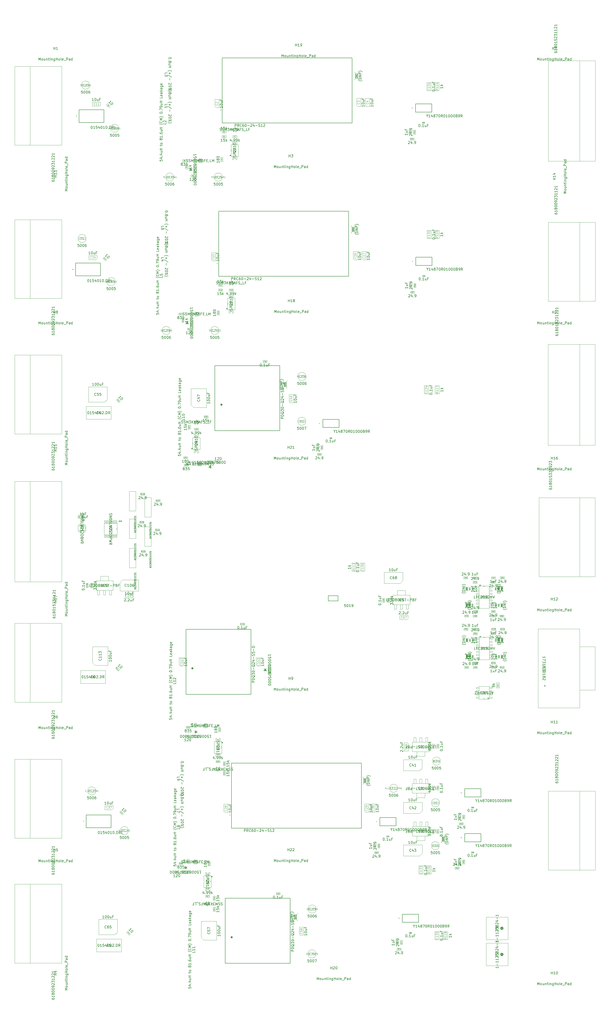
<source format=gbr>
%TF.GenerationSoftware,KiCad,Pcbnew,9.0.3*%
%TF.CreationDate,2025-09-16T14:08:45-04:00*%
%TF.ProjectId,11_CPU_PDU,31315f43-5055-45f5-9044-552e6b696361,rev?*%
%TF.SameCoordinates,Original*%
%TF.FileFunction,AssemblyDrawing,Top*%
%FSLAX46Y46*%
G04 Gerber Fmt 4.6, Leading zero omitted, Abs format (unit mm)*
G04 Created by KiCad (PCBNEW 9.0.3) date 2025-09-16 14:08:45*
%MOMM*%
%LPD*%
G01*
G04 APERTURE LIST*
%ADD10C,0.150000*%
%ADD11C,0.060000*%
%ADD12C,0.120000*%
%ADD13C,0.090000*%
%ADD14C,0.040000*%
%ADD15C,0.080000*%
%ADD16C,0.100000*%
%ADD17C,0.025400*%
%ADD18C,0.127000*%
%ADD19C,0.200000*%
%ADD20C,0.400000*%
%ADD21C,0.508000*%
G04 APERTURE END LIST*
D10*
X353943810Y-255840056D02*
X353991429Y-255792437D01*
X353991429Y-255792437D02*
X354086667Y-255744818D01*
X354086667Y-255744818D02*
X354324762Y-255744818D01*
X354324762Y-255744818D02*
X354420000Y-255792437D01*
X354420000Y-255792437D02*
X354467619Y-255840056D01*
X354467619Y-255840056D02*
X354515238Y-255935294D01*
X354515238Y-255935294D02*
X354515238Y-256030532D01*
X354515238Y-256030532D02*
X354467619Y-256173389D01*
X354467619Y-256173389D02*
X353896191Y-256744818D01*
X353896191Y-256744818D02*
X354515238Y-256744818D01*
X355372381Y-256078151D02*
X355372381Y-256744818D01*
X355134286Y-255697199D02*
X354896191Y-256411484D01*
X354896191Y-256411484D02*
X355515238Y-256411484D01*
X355896191Y-256649579D02*
X355943810Y-256697199D01*
X355943810Y-256697199D02*
X355896191Y-256744818D01*
X355896191Y-256744818D02*
X355848572Y-256697199D01*
X355848572Y-256697199D02*
X355896191Y-256649579D01*
X355896191Y-256649579D02*
X355896191Y-256744818D01*
X356420000Y-256744818D02*
X356610476Y-256744818D01*
X356610476Y-256744818D02*
X356705714Y-256697199D01*
X356705714Y-256697199D02*
X356753333Y-256649579D01*
X356753333Y-256649579D02*
X356848571Y-256506722D01*
X356848571Y-256506722D02*
X356896190Y-256316246D01*
X356896190Y-256316246D02*
X356896190Y-255935294D01*
X356896190Y-255935294D02*
X356848571Y-255840056D01*
X356848571Y-255840056D02*
X356800952Y-255792437D01*
X356800952Y-255792437D02*
X356705714Y-255744818D01*
X356705714Y-255744818D02*
X356515238Y-255744818D01*
X356515238Y-255744818D02*
X356420000Y-255792437D01*
X356420000Y-255792437D02*
X356372381Y-255840056D01*
X356372381Y-255840056D02*
X356324762Y-255935294D01*
X356324762Y-255935294D02*
X356324762Y-256173389D01*
X356324762Y-256173389D02*
X356372381Y-256268627D01*
X356372381Y-256268627D02*
X356420000Y-256316246D01*
X356420000Y-256316246D02*
X356515238Y-256363865D01*
X356515238Y-256363865D02*
X356705714Y-256363865D01*
X356705714Y-256363865D02*
X356800952Y-256316246D01*
X356800952Y-256316246D02*
X356848571Y-256268627D01*
X356848571Y-256268627D02*
X356896190Y-256173389D01*
D11*
X355162857Y-257901926D02*
X355029524Y-257711450D01*
X354934286Y-257901926D02*
X354934286Y-257501926D01*
X354934286Y-257501926D02*
X355086667Y-257501926D01*
X355086667Y-257501926D02*
X355124762Y-257520974D01*
X355124762Y-257520974D02*
X355143809Y-257540021D01*
X355143809Y-257540021D02*
X355162857Y-257578117D01*
X355162857Y-257578117D02*
X355162857Y-257635259D01*
X355162857Y-257635259D02*
X355143809Y-257673355D01*
X355143809Y-257673355D02*
X355124762Y-257692402D01*
X355124762Y-257692402D02*
X355086667Y-257711450D01*
X355086667Y-257711450D02*
X354934286Y-257711450D01*
X355353333Y-257901926D02*
X355429524Y-257901926D01*
X355429524Y-257901926D02*
X355467619Y-257882879D01*
X355467619Y-257882879D02*
X355486667Y-257863831D01*
X355486667Y-257863831D02*
X355524762Y-257806688D01*
X355524762Y-257806688D02*
X355543809Y-257730498D01*
X355543809Y-257730498D02*
X355543809Y-257578117D01*
X355543809Y-257578117D02*
X355524762Y-257540021D01*
X355524762Y-257540021D02*
X355505714Y-257520974D01*
X355505714Y-257520974D02*
X355467619Y-257501926D01*
X355467619Y-257501926D02*
X355391428Y-257501926D01*
X355391428Y-257501926D02*
X355353333Y-257520974D01*
X355353333Y-257520974D02*
X355334286Y-257540021D01*
X355334286Y-257540021D02*
X355315238Y-257578117D01*
X355315238Y-257578117D02*
X355315238Y-257673355D01*
X355315238Y-257673355D02*
X355334286Y-257711450D01*
X355334286Y-257711450D02*
X355353333Y-257730498D01*
X355353333Y-257730498D02*
X355391428Y-257749545D01*
X355391428Y-257749545D02*
X355467619Y-257749545D01*
X355467619Y-257749545D02*
X355505714Y-257730498D01*
X355505714Y-257730498D02*
X355524762Y-257711450D01*
X355524762Y-257711450D02*
X355543809Y-257673355D01*
X355886666Y-257501926D02*
X355810476Y-257501926D01*
X355810476Y-257501926D02*
X355772380Y-257520974D01*
X355772380Y-257520974D02*
X355753333Y-257540021D01*
X355753333Y-257540021D02*
X355715238Y-257597164D01*
X355715238Y-257597164D02*
X355696190Y-257673355D01*
X355696190Y-257673355D02*
X355696190Y-257825736D01*
X355696190Y-257825736D02*
X355715238Y-257863831D01*
X355715238Y-257863831D02*
X355734285Y-257882879D01*
X355734285Y-257882879D02*
X355772380Y-257901926D01*
X355772380Y-257901926D02*
X355848571Y-257901926D01*
X355848571Y-257901926D02*
X355886666Y-257882879D01*
X355886666Y-257882879D02*
X355905714Y-257863831D01*
X355905714Y-257863831D02*
X355924761Y-257825736D01*
X355924761Y-257825736D02*
X355924761Y-257730498D01*
X355924761Y-257730498D02*
X355905714Y-257692402D01*
X355905714Y-257692402D02*
X355886666Y-257673355D01*
X355886666Y-257673355D02*
X355848571Y-257654307D01*
X355848571Y-257654307D02*
X355772380Y-257654307D01*
X355772380Y-257654307D02*
X355734285Y-257673355D01*
X355734285Y-257673355D02*
X355715238Y-257692402D01*
X355715238Y-257692402D02*
X355696190Y-257730498D01*
D10*
X368223810Y-258710056D02*
X368271429Y-258662437D01*
X368271429Y-258662437D02*
X368366667Y-258614818D01*
X368366667Y-258614818D02*
X368604762Y-258614818D01*
X368604762Y-258614818D02*
X368700000Y-258662437D01*
X368700000Y-258662437D02*
X368747619Y-258710056D01*
X368747619Y-258710056D02*
X368795238Y-258805294D01*
X368795238Y-258805294D02*
X368795238Y-258900532D01*
X368795238Y-258900532D02*
X368747619Y-259043389D01*
X368747619Y-259043389D02*
X368176191Y-259614818D01*
X368176191Y-259614818D02*
X368795238Y-259614818D01*
X369652381Y-258948151D02*
X369652381Y-259614818D01*
X369414286Y-258567199D02*
X369176191Y-259281484D01*
X369176191Y-259281484D02*
X369795238Y-259281484D01*
X370176191Y-259519579D02*
X370223810Y-259567199D01*
X370223810Y-259567199D02*
X370176191Y-259614818D01*
X370176191Y-259614818D02*
X370128572Y-259567199D01*
X370128572Y-259567199D02*
X370176191Y-259519579D01*
X370176191Y-259519579D02*
X370176191Y-259614818D01*
X370700000Y-259614818D02*
X370890476Y-259614818D01*
X370890476Y-259614818D02*
X370985714Y-259567199D01*
X370985714Y-259567199D02*
X371033333Y-259519579D01*
X371033333Y-259519579D02*
X371128571Y-259376722D01*
X371128571Y-259376722D02*
X371176190Y-259186246D01*
X371176190Y-259186246D02*
X371176190Y-258805294D01*
X371176190Y-258805294D02*
X371128571Y-258710056D01*
X371128571Y-258710056D02*
X371080952Y-258662437D01*
X371080952Y-258662437D02*
X370985714Y-258614818D01*
X370985714Y-258614818D02*
X370795238Y-258614818D01*
X370795238Y-258614818D02*
X370700000Y-258662437D01*
X370700000Y-258662437D02*
X370652381Y-258710056D01*
X370652381Y-258710056D02*
X370604762Y-258805294D01*
X370604762Y-258805294D02*
X370604762Y-259043389D01*
X370604762Y-259043389D02*
X370652381Y-259138627D01*
X370652381Y-259138627D02*
X370700000Y-259186246D01*
X370700000Y-259186246D02*
X370795238Y-259233865D01*
X370795238Y-259233865D02*
X370985714Y-259233865D01*
X370985714Y-259233865D02*
X371080952Y-259186246D01*
X371080952Y-259186246D02*
X371128571Y-259138627D01*
X371128571Y-259138627D02*
X371176190Y-259043389D01*
D11*
X369252381Y-257911926D02*
X369119048Y-257721450D01*
X369023810Y-257911926D02*
X369023810Y-257511926D01*
X369023810Y-257511926D02*
X369176191Y-257511926D01*
X369176191Y-257511926D02*
X369214286Y-257530974D01*
X369214286Y-257530974D02*
X369233333Y-257550021D01*
X369233333Y-257550021D02*
X369252381Y-257588117D01*
X369252381Y-257588117D02*
X369252381Y-257645259D01*
X369252381Y-257645259D02*
X369233333Y-257683355D01*
X369233333Y-257683355D02*
X369214286Y-257702402D01*
X369214286Y-257702402D02*
X369176191Y-257721450D01*
X369176191Y-257721450D02*
X369023810Y-257721450D01*
X369633333Y-257911926D02*
X369404762Y-257911926D01*
X369519048Y-257911926D02*
X369519048Y-257511926D01*
X369519048Y-257511926D02*
X369480952Y-257569069D01*
X369480952Y-257569069D02*
X369442857Y-257607164D01*
X369442857Y-257607164D02*
X369404762Y-257626212D01*
X369880952Y-257511926D02*
X369919047Y-257511926D01*
X369919047Y-257511926D02*
X369957143Y-257530974D01*
X369957143Y-257530974D02*
X369976190Y-257550021D01*
X369976190Y-257550021D02*
X369995238Y-257588117D01*
X369995238Y-257588117D02*
X370014285Y-257664307D01*
X370014285Y-257664307D02*
X370014285Y-257759545D01*
X370014285Y-257759545D02*
X369995238Y-257835736D01*
X369995238Y-257835736D02*
X369976190Y-257873831D01*
X369976190Y-257873831D02*
X369957143Y-257892879D01*
X369957143Y-257892879D02*
X369919047Y-257911926D01*
X369919047Y-257911926D02*
X369880952Y-257911926D01*
X369880952Y-257911926D02*
X369842857Y-257892879D01*
X369842857Y-257892879D02*
X369823809Y-257873831D01*
X369823809Y-257873831D02*
X369804762Y-257835736D01*
X369804762Y-257835736D02*
X369785714Y-257759545D01*
X369785714Y-257759545D02*
X369785714Y-257664307D01*
X369785714Y-257664307D02*
X369804762Y-257588117D01*
X369804762Y-257588117D02*
X369823809Y-257550021D01*
X369823809Y-257550021D02*
X369842857Y-257530974D01*
X369842857Y-257530974D02*
X369880952Y-257511926D01*
X370357142Y-257645259D02*
X370357142Y-257911926D01*
X370261904Y-257492879D02*
X370166666Y-257778593D01*
X370166666Y-257778593D02*
X370414285Y-257778593D01*
D10*
X240240181Y-34742619D02*
X240240181Y-34837857D01*
X240240181Y-34837857D02*
X240192562Y-34933095D01*
X240192562Y-34933095D02*
X240144943Y-34980714D01*
X240144943Y-34980714D02*
X240049705Y-35028333D01*
X240049705Y-35028333D02*
X239859229Y-35075952D01*
X239859229Y-35075952D02*
X239621134Y-35075952D01*
X239621134Y-35075952D02*
X239430658Y-35028333D01*
X239430658Y-35028333D02*
X239335420Y-34980714D01*
X239335420Y-34980714D02*
X239287801Y-34933095D01*
X239287801Y-34933095D02*
X239240181Y-34837857D01*
X239240181Y-34837857D02*
X239240181Y-34742619D01*
X239240181Y-34742619D02*
X239287801Y-34647381D01*
X239287801Y-34647381D02*
X239335420Y-34599762D01*
X239335420Y-34599762D02*
X239430658Y-34552143D01*
X239430658Y-34552143D02*
X239621134Y-34504524D01*
X239621134Y-34504524D02*
X239859229Y-34504524D01*
X239859229Y-34504524D02*
X240049705Y-34552143D01*
X240049705Y-34552143D02*
X240144943Y-34599762D01*
X240144943Y-34599762D02*
X240192562Y-34647381D01*
X240192562Y-34647381D02*
X240240181Y-34742619D01*
X239335420Y-35504524D02*
X239287801Y-35552143D01*
X239287801Y-35552143D02*
X239240181Y-35504524D01*
X239240181Y-35504524D02*
X239287801Y-35456905D01*
X239287801Y-35456905D02*
X239335420Y-35504524D01*
X239335420Y-35504524D02*
X239240181Y-35504524D01*
X239811610Y-36123571D02*
X239859229Y-36028333D01*
X239859229Y-36028333D02*
X239906848Y-35980714D01*
X239906848Y-35980714D02*
X240002086Y-35933095D01*
X240002086Y-35933095D02*
X240049705Y-35933095D01*
X240049705Y-35933095D02*
X240144943Y-35980714D01*
X240144943Y-35980714D02*
X240192562Y-36028333D01*
X240192562Y-36028333D02*
X240240181Y-36123571D01*
X240240181Y-36123571D02*
X240240181Y-36314047D01*
X240240181Y-36314047D02*
X240192562Y-36409285D01*
X240192562Y-36409285D02*
X240144943Y-36456904D01*
X240144943Y-36456904D02*
X240049705Y-36504523D01*
X240049705Y-36504523D02*
X240002086Y-36504523D01*
X240002086Y-36504523D02*
X239906848Y-36456904D01*
X239906848Y-36456904D02*
X239859229Y-36409285D01*
X239859229Y-36409285D02*
X239811610Y-36314047D01*
X239811610Y-36314047D02*
X239811610Y-36123571D01*
X239811610Y-36123571D02*
X239763991Y-36028333D01*
X239763991Y-36028333D02*
X239716372Y-35980714D01*
X239716372Y-35980714D02*
X239621134Y-35933095D01*
X239621134Y-35933095D02*
X239430658Y-35933095D01*
X239430658Y-35933095D02*
X239335420Y-35980714D01*
X239335420Y-35980714D02*
X239287801Y-36028333D01*
X239287801Y-36028333D02*
X239240181Y-36123571D01*
X239240181Y-36123571D02*
X239240181Y-36314047D01*
X239240181Y-36314047D02*
X239287801Y-36409285D01*
X239287801Y-36409285D02*
X239335420Y-36456904D01*
X239335420Y-36456904D02*
X239430658Y-36504523D01*
X239430658Y-36504523D02*
X239621134Y-36504523D01*
X239621134Y-36504523D02*
X239716372Y-36456904D01*
X239716372Y-36456904D02*
X239763991Y-36409285D01*
X239763991Y-36409285D02*
X239811610Y-36314047D01*
X239906848Y-37361666D02*
X239240181Y-37361666D01*
X239906848Y-36933095D02*
X239383039Y-36933095D01*
X239383039Y-36933095D02*
X239287801Y-36980714D01*
X239287801Y-36980714D02*
X239240181Y-37075952D01*
X239240181Y-37075952D02*
X239240181Y-37218809D01*
X239240181Y-37218809D02*
X239287801Y-37314047D01*
X239287801Y-37314047D02*
X239335420Y-37361666D01*
X239240181Y-37837857D02*
X240240181Y-37837857D01*
X239763991Y-37837857D02*
X239763991Y-38409285D01*
X239240181Y-38409285D02*
X240240181Y-38409285D01*
X238859229Y-39933095D02*
X238906848Y-39885476D01*
X238906848Y-39885476D02*
X239049705Y-39790238D01*
X239049705Y-39790238D02*
X239144943Y-39742619D01*
X239144943Y-39742619D02*
X239287801Y-39695000D01*
X239287801Y-39695000D02*
X239525896Y-39647381D01*
X239525896Y-39647381D02*
X239716372Y-39647381D01*
X239716372Y-39647381D02*
X239954467Y-39695000D01*
X239954467Y-39695000D02*
X240097324Y-39742619D01*
X240097324Y-39742619D02*
X240192562Y-39790238D01*
X240192562Y-39790238D02*
X240335420Y-39885476D01*
X240335420Y-39885476D02*
X240383039Y-39933095D01*
X239621134Y-40314048D02*
X239621134Y-41075953D01*
X239240181Y-40695000D02*
X240002086Y-40695000D01*
X240287801Y-42266428D02*
X239002086Y-41409286D01*
X239621134Y-42599762D02*
X239621134Y-43361667D01*
X240144943Y-44552143D02*
X240192562Y-44599762D01*
X240192562Y-44599762D02*
X240240181Y-44695000D01*
X240240181Y-44695000D02*
X240240181Y-44933095D01*
X240240181Y-44933095D02*
X240192562Y-45028333D01*
X240192562Y-45028333D02*
X240144943Y-45075952D01*
X240144943Y-45075952D02*
X240049705Y-45123571D01*
X240049705Y-45123571D02*
X239954467Y-45123571D01*
X239954467Y-45123571D02*
X239811610Y-45075952D01*
X239811610Y-45075952D02*
X239240181Y-44504524D01*
X239240181Y-44504524D02*
X239240181Y-45123571D01*
X240240181Y-45742619D02*
X240240181Y-45837857D01*
X240240181Y-45837857D02*
X240192562Y-45933095D01*
X240192562Y-45933095D02*
X240144943Y-45980714D01*
X240144943Y-45980714D02*
X240049705Y-46028333D01*
X240049705Y-46028333D02*
X239859229Y-46075952D01*
X239859229Y-46075952D02*
X239621134Y-46075952D01*
X239621134Y-46075952D02*
X239430658Y-46028333D01*
X239430658Y-46028333D02*
X239335420Y-45980714D01*
X239335420Y-45980714D02*
X239287801Y-45933095D01*
X239287801Y-45933095D02*
X239240181Y-45837857D01*
X239240181Y-45837857D02*
X239240181Y-45742619D01*
X239240181Y-45742619D02*
X239287801Y-45647381D01*
X239287801Y-45647381D02*
X239335420Y-45599762D01*
X239335420Y-45599762D02*
X239430658Y-45552143D01*
X239430658Y-45552143D02*
X239621134Y-45504524D01*
X239621134Y-45504524D02*
X239859229Y-45504524D01*
X239859229Y-45504524D02*
X240049705Y-45552143D01*
X240049705Y-45552143D02*
X240144943Y-45599762D01*
X240144943Y-45599762D02*
X240192562Y-45647381D01*
X240192562Y-45647381D02*
X240240181Y-45742619D01*
X239240181Y-46456905D02*
X240240181Y-47218809D01*
X240240181Y-46599762D02*
X240192562Y-46695000D01*
X240192562Y-46695000D02*
X240097324Y-46742619D01*
X240097324Y-46742619D02*
X240002086Y-46695000D01*
X240002086Y-46695000D02*
X239954467Y-46599762D01*
X239954467Y-46599762D02*
X240002086Y-46504524D01*
X240002086Y-46504524D02*
X240097324Y-46456905D01*
X240097324Y-46456905D02*
X240192562Y-46504524D01*
X240192562Y-46504524D02*
X240240181Y-46599762D01*
X239287801Y-47171190D02*
X239383039Y-47218809D01*
X239383039Y-47218809D02*
X239478277Y-47171190D01*
X239478277Y-47171190D02*
X239525896Y-47075952D01*
X239525896Y-47075952D02*
X239478277Y-46980714D01*
X239478277Y-46980714D02*
X239383039Y-46933095D01*
X239383039Y-46933095D02*
X239287801Y-46980714D01*
X239287801Y-46980714D02*
X239240181Y-47075952D01*
X239240181Y-47075952D02*
X239287801Y-47171190D01*
X238859229Y-47552143D02*
X238906848Y-47599762D01*
X238906848Y-47599762D02*
X239049705Y-47695000D01*
X239049705Y-47695000D02*
X239144943Y-47742619D01*
X239144943Y-47742619D02*
X239287801Y-47790238D01*
X239287801Y-47790238D02*
X239525896Y-47837857D01*
X239525896Y-47837857D02*
X239716372Y-47837857D01*
X239716372Y-47837857D02*
X239954467Y-47790238D01*
X239954467Y-47790238D02*
X240097324Y-47742619D01*
X240097324Y-47742619D02*
X240192562Y-47695000D01*
X240192562Y-47695000D02*
X240335420Y-47599762D01*
X240335420Y-47599762D02*
X240383039Y-47552143D01*
X237740181Y-41028333D02*
X237740181Y-40552143D01*
X237740181Y-40552143D02*
X238740181Y-40552143D01*
X238740181Y-41266429D02*
X238740181Y-41885476D01*
X238740181Y-41885476D02*
X238359229Y-41552143D01*
X238359229Y-41552143D02*
X238359229Y-41695000D01*
X238359229Y-41695000D02*
X238311610Y-41790238D01*
X238311610Y-41790238D02*
X238263991Y-41837857D01*
X238263991Y-41837857D02*
X238168753Y-41885476D01*
X238168753Y-41885476D02*
X237930658Y-41885476D01*
X237930658Y-41885476D02*
X237835420Y-41837857D01*
X237835420Y-41837857D02*
X237787801Y-41790238D01*
X237787801Y-41790238D02*
X237740181Y-41695000D01*
X237740181Y-41695000D02*
X237740181Y-41409286D01*
X237740181Y-41409286D02*
X237787801Y-41314048D01*
X237787801Y-41314048D02*
X237835420Y-41266429D01*
X211722144Y-380674819D02*
X211817382Y-380674819D01*
X211817382Y-380674819D02*
X211912620Y-380722438D01*
X211912620Y-380722438D02*
X211960239Y-380770057D01*
X211960239Y-380770057D02*
X212007858Y-380865295D01*
X212007858Y-380865295D02*
X212055477Y-381055771D01*
X212055477Y-381055771D02*
X212055477Y-381293866D01*
X212055477Y-381293866D02*
X212007858Y-381484342D01*
X212007858Y-381484342D02*
X211960239Y-381579580D01*
X211960239Y-381579580D02*
X211912620Y-381627200D01*
X211912620Y-381627200D02*
X211817382Y-381674819D01*
X211817382Y-381674819D02*
X211722144Y-381674819D01*
X211722144Y-381674819D02*
X211626906Y-381627200D01*
X211626906Y-381627200D02*
X211579287Y-381579580D01*
X211579287Y-381579580D02*
X211531668Y-381484342D01*
X211531668Y-381484342D02*
X211484049Y-381293866D01*
X211484049Y-381293866D02*
X211484049Y-381055771D01*
X211484049Y-381055771D02*
X211531668Y-380865295D01*
X211531668Y-380865295D02*
X211579287Y-380770057D01*
X211579287Y-380770057D02*
X211626906Y-380722438D01*
X211626906Y-380722438D02*
X211722144Y-380674819D01*
X213007858Y-381674819D02*
X212436430Y-381674819D01*
X212722144Y-381674819D02*
X212722144Y-380674819D01*
X212722144Y-380674819D02*
X212626906Y-380817676D01*
X212626906Y-380817676D02*
X212531668Y-380912914D01*
X212531668Y-380912914D02*
X212436430Y-380960533D01*
X213912620Y-380674819D02*
X213436430Y-380674819D01*
X213436430Y-380674819D02*
X213388811Y-381151009D01*
X213388811Y-381151009D02*
X213436430Y-381103390D01*
X213436430Y-381103390D02*
X213531668Y-381055771D01*
X213531668Y-381055771D02*
X213769763Y-381055771D01*
X213769763Y-381055771D02*
X213865001Y-381103390D01*
X213865001Y-381103390D02*
X213912620Y-381151009D01*
X213912620Y-381151009D02*
X213960239Y-381246247D01*
X213960239Y-381246247D02*
X213960239Y-381484342D01*
X213960239Y-381484342D02*
X213912620Y-381579580D01*
X213912620Y-381579580D02*
X213865001Y-381627200D01*
X213865001Y-381627200D02*
X213769763Y-381674819D01*
X213769763Y-381674819D02*
X213531668Y-381674819D01*
X213531668Y-381674819D02*
X213436430Y-381627200D01*
X213436430Y-381627200D02*
X213388811Y-381579580D01*
X214817382Y-381008152D02*
X214817382Y-381674819D01*
X214579287Y-380627200D02*
X214341192Y-381341485D01*
X214341192Y-381341485D02*
X214960239Y-381341485D01*
X215531668Y-380674819D02*
X215626906Y-380674819D01*
X215626906Y-380674819D02*
X215722144Y-380722438D01*
X215722144Y-380722438D02*
X215769763Y-380770057D01*
X215769763Y-380770057D02*
X215817382Y-380865295D01*
X215817382Y-380865295D02*
X215865001Y-381055771D01*
X215865001Y-381055771D02*
X215865001Y-381293866D01*
X215865001Y-381293866D02*
X215817382Y-381484342D01*
X215817382Y-381484342D02*
X215769763Y-381579580D01*
X215769763Y-381579580D02*
X215722144Y-381627200D01*
X215722144Y-381627200D02*
X215626906Y-381674819D01*
X215626906Y-381674819D02*
X215531668Y-381674819D01*
X215531668Y-381674819D02*
X215436430Y-381627200D01*
X215436430Y-381627200D02*
X215388811Y-381579580D01*
X215388811Y-381579580D02*
X215341192Y-381484342D01*
X215341192Y-381484342D02*
X215293573Y-381293866D01*
X215293573Y-381293866D02*
X215293573Y-381055771D01*
X215293573Y-381055771D02*
X215341192Y-380865295D01*
X215341192Y-380865295D02*
X215388811Y-380770057D01*
X215388811Y-380770057D02*
X215436430Y-380722438D01*
X215436430Y-380722438D02*
X215531668Y-380674819D01*
X216484049Y-380674819D02*
X216579287Y-380674819D01*
X216579287Y-380674819D02*
X216674525Y-380722438D01*
X216674525Y-380722438D02*
X216722144Y-380770057D01*
X216722144Y-380770057D02*
X216769763Y-380865295D01*
X216769763Y-380865295D02*
X216817382Y-381055771D01*
X216817382Y-381055771D02*
X216817382Y-381293866D01*
X216817382Y-381293866D02*
X216769763Y-381484342D01*
X216769763Y-381484342D02*
X216722144Y-381579580D01*
X216722144Y-381579580D02*
X216674525Y-381627200D01*
X216674525Y-381627200D02*
X216579287Y-381674819D01*
X216579287Y-381674819D02*
X216484049Y-381674819D01*
X216484049Y-381674819D02*
X216388811Y-381627200D01*
X216388811Y-381627200D02*
X216341192Y-381579580D01*
X216341192Y-381579580D02*
X216293573Y-381484342D01*
X216293573Y-381484342D02*
X216245954Y-381293866D01*
X216245954Y-381293866D02*
X216245954Y-381055771D01*
X216245954Y-381055771D02*
X216293573Y-380865295D01*
X216293573Y-380865295D02*
X216341192Y-380770057D01*
X216341192Y-380770057D02*
X216388811Y-380722438D01*
X216388811Y-380722438D02*
X216484049Y-380674819D01*
X217198335Y-380770057D02*
X217245954Y-380722438D01*
X217245954Y-380722438D02*
X217341192Y-380674819D01*
X217341192Y-380674819D02*
X217579287Y-380674819D01*
X217579287Y-380674819D02*
X217674525Y-380722438D01*
X217674525Y-380722438D02*
X217722144Y-380770057D01*
X217722144Y-380770057D02*
X217769763Y-380865295D01*
X217769763Y-380865295D02*
X217769763Y-380960533D01*
X217769763Y-380960533D02*
X217722144Y-381103390D01*
X217722144Y-381103390D02*
X217150716Y-381674819D01*
X217150716Y-381674819D02*
X217769763Y-381674819D01*
X218198335Y-381579580D02*
X218245954Y-381627200D01*
X218245954Y-381627200D02*
X218198335Y-381674819D01*
X218198335Y-381674819D02*
X218150716Y-381627200D01*
X218150716Y-381627200D02*
X218198335Y-381579580D01*
X218198335Y-381579580D02*
X218198335Y-381674819D01*
X218674525Y-381674819D02*
X218674525Y-380674819D01*
X218674525Y-380674819D02*
X218912620Y-380674819D01*
X218912620Y-380674819D02*
X219055477Y-380722438D01*
X219055477Y-380722438D02*
X219150715Y-380817676D01*
X219150715Y-380817676D02*
X219198334Y-380912914D01*
X219198334Y-380912914D02*
X219245953Y-381103390D01*
X219245953Y-381103390D02*
X219245953Y-381246247D01*
X219245953Y-381246247D02*
X219198334Y-381436723D01*
X219198334Y-381436723D02*
X219150715Y-381531961D01*
X219150715Y-381531961D02*
X219055477Y-381627200D01*
X219055477Y-381627200D02*
X218912620Y-381674819D01*
X218912620Y-381674819D02*
X218674525Y-381674819D01*
X220245953Y-381674819D02*
X219912620Y-381198628D01*
X219674525Y-381674819D02*
X219674525Y-380674819D01*
X219674525Y-380674819D02*
X220055477Y-380674819D01*
X220055477Y-380674819D02*
X220150715Y-380722438D01*
X220150715Y-380722438D02*
X220198334Y-380770057D01*
X220198334Y-380770057D02*
X220245953Y-380865295D01*
X220245953Y-380865295D02*
X220245953Y-381008152D01*
X220245953Y-381008152D02*
X220198334Y-381103390D01*
X220198334Y-381103390D02*
X220150715Y-381151009D01*
X220150715Y-381151009D02*
X220055477Y-381198628D01*
X220055477Y-381198628D02*
X219674525Y-381198628D01*
X215531667Y-381151009D02*
X215198334Y-381151009D01*
X215198334Y-381674819D02*
X215198334Y-380674819D01*
X215198334Y-380674819D02*
X215674524Y-380674819D01*
X216531667Y-380674819D02*
X216055477Y-380674819D01*
X216055477Y-380674819D02*
X216007858Y-381151009D01*
X216007858Y-381151009D02*
X216055477Y-381103390D01*
X216055477Y-381103390D02*
X216150715Y-381055771D01*
X216150715Y-381055771D02*
X216388810Y-381055771D01*
X216388810Y-381055771D02*
X216484048Y-381103390D01*
X216484048Y-381103390D02*
X216531667Y-381151009D01*
X216531667Y-381151009D02*
X216579286Y-381246247D01*
X216579286Y-381246247D02*
X216579286Y-381484342D01*
X216579286Y-381484342D02*
X216531667Y-381579580D01*
X216531667Y-381579580D02*
X216484048Y-381627200D01*
X216484048Y-381627200D02*
X216388810Y-381674819D01*
X216388810Y-381674819D02*
X216150715Y-381674819D01*
X216150715Y-381674819D02*
X216055477Y-381627200D01*
X216055477Y-381627200D02*
X216007858Y-381579580D01*
X246299820Y-271548927D02*
X246299820Y-272120355D01*
X246299820Y-271834641D02*
X245299820Y-271834641D01*
X245299820Y-271834641D02*
X245442677Y-271929879D01*
X245442677Y-271929879D02*
X245537915Y-272025117D01*
X245537915Y-272025117D02*
X245585534Y-272120355D01*
X245299820Y-270929879D02*
X245299820Y-270834641D01*
X245299820Y-270834641D02*
X245347439Y-270739403D01*
X245347439Y-270739403D02*
X245395058Y-270691784D01*
X245395058Y-270691784D02*
X245490296Y-270644165D01*
X245490296Y-270644165D02*
X245680772Y-270596546D01*
X245680772Y-270596546D02*
X245918867Y-270596546D01*
X245918867Y-270596546D02*
X246109343Y-270644165D01*
X246109343Y-270644165D02*
X246204581Y-270691784D01*
X246204581Y-270691784D02*
X246252201Y-270739403D01*
X246252201Y-270739403D02*
X246299820Y-270834641D01*
X246299820Y-270834641D02*
X246299820Y-270929879D01*
X246299820Y-270929879D02*
X246252201Y-271025117D01*
X246252201Y-271025117D02*
X246204581Y-271072736D01*
X246204581Y-271072736D02*
X246109343Y-271120355D01*
X246109343Y-271120355D02*
X245918867Y-271167974D01*
X245918867Y-271167974D02*
X245680772Y-271167974D01*
X245680772Y-271167974D02*
X245490296Y-271120355D01*
X245490296Y-271120355D02*
X245395058Y-271072736D01*
X245395058Y-271072736D02*
X245347439Y-271025117D01*
X245347439Y-271025117D02*
X245299820Y-270929879D01*
X245633153Y-269739403D02*
X246299820Y-269739403D01*
X245633153Y-270167974D02*
X246156962Y-270167974D01*
X246156962Y-270167974D02*
X246252201Y-270120355D01*
X246252201Y-270120355D02*
X246299820Y-270025117D01*
X246299820Y-270025117D02*
X246299820Y-269882260D01*
X246299820Y-269882260D02*
X246252201Y-269787022D01*
X246252201Y-269787022D02*
X246204581Y-269739403D01*
X245776010Y-268929879D02*
X245776010Y-269263212D01*
X246299820Y-269263212D02*
X245299820Y-269263212D01*
X245299820Y-269263212D02*
X245299820Y-268787022D01*
D12*
X244382665Y-271372736D02*
X244420761Y-271410832D01*
X244420761Y-271410832D02*
X244458856Y-271525117D01*
X244458856Y-271525117D02*
X244458856Y-271601308D01*
X244458856Y-271601308D02*
X244420761Y-271715594D01*
X244420761Y-271715594D02*
X244344570Y-271791784D01*
X244344570Y-271791784D02*
X244268380Y-271829879D01*
X244268380Y-271829879D02*
X244115999Y-271867975D01*
X244115999Y-271867975D02*
X244001713Y-271867975D01*
X244001713Y-271867975D02*
X243849332Y-271829879D01*
X243849332Y-271829879D02*
X243773141Y-271791784D01*
X243773141Y-271791784D02*
X243696951Y-271715594D01*
X243696951Y-271715594D02*
X243658856Y-271601308D01*
X243658856Y-271601308D02*
X243658856Y-271525117D01*
X243658856Y-271525117D02*
X243696951Y-271410832D01*
X243696951Y-271410832D02*
X243735046Y-271372736D01*
X244458856Y-270610832D02*
X244458856Y-271067975D01*
X244458856Y-270839403D02*
X243658856Y-270839403D01*
X243658856Y-270839403D02*
X243773141Y-270915594D01*
X243773141Y-270915594D02*
X243849332Y-270991784D01*
X243849332Y-270991784D02*
X243887427Y-271067975D01*
X244458856Y-269848927D02*
X244458856Y-270306070D01*
X244458856Y-270077498D02*
X243658856Y-270077498D01*
X243658856Y-270077498D02*
X243773141Y-270153689D01*
X243773141Y-270153689D02*
X243849332Y-270229879D01*
X243849332Y-270229879D02*
X243887427Y-270306070D01*
X243735046Y-269544165D02*
X243696951Y-269506069D01*
X243696951Y-269506069D02*
X243658856Y-269429879D01*
X243658856Y-269429879D02*
X243658856Y-269239403D01*
X243658856Y-269239403D02*
X243696951Y-269163212D01*
X243696951Y-269163212D02*
X243735046Y-269125117D01*
X243735046Y-269125117D02*
X243811237Y-269087022D01*
X243811237Y-269087022D02*
X243887427Y-269087022D01*
X243887427Y-269087022D02*
X244001713Y-269125117D01*
X244001713Y-269125117D02*
X244458856Y-269582260D01*
X244458856Y-269582260D02*
X244458856Y-269087022D01*
D10*
X258889820Y-113436428D02*
X258889820Y-114007856D01*
X258889820Y-113722142D02*
X257889820Y-113722142D01*
X257889820Y-113722142D02*
X258032677Y-113817380D01*
X258032677Y-113817380D02*
X258127915Y-113912618D01*
X258127915Y-113912618D02*
X258175534Y-114007856D01*
X257889820Y-112817380D02*
X257889820Y-112722142D01*
X257889820Y-112722142D02*
X257937439Y-112626904D01*
X257937439Y-112626904D02*
X257985058Y-112579285D01*
X257985058Y-112579285D02*
X258080296Y-112531666D01*
X258080296Y-112531666D02*
X258270772Y-112484047D01*
X258270772Y-112484047D02*
X258508867Y-112484047D01*
X258508867Y-112484047D02*
X258699343Y-112531666D01*
X258699343Y-112531666D02*
X258794581Y-112579285D01*
X258794581Y-112579285D02*
X258842201Y-112626904D01*
X258842201Y-112626904D02*
X258889820Y-112722142D01*
X258889820Y-112722142D02*
X258889820Y-112817380D01*
X258889820Y-112817380D02*
X258842201Y-112912618D01*
X258842201Y-112912618D02*
X258794581Y-112960237D01*
X258794581Y-112960237D02*
X258699343Y-113007856D01*
X258699343Y-113007856D02*
X258508867Y-113055475D01*
X258508867Y-113055475D02*
X258270772Y-113055475D01*
X258270772Y-113055475D02*
X258080296Y-113007856D01*
X258080296Y-113007856D02*
X257985058Y-112960237D01*
X257985058Y-112960237D02*
X257937439Y-112912618D01*
X257937439Y-112912618D02*
X257889820Y-112817380D01*
X258223153Y-111626904D02*
X258889820Y-111626904D01*
X258223153Y-112055475D02*
X258746962Y-112055475D01*
X258746962Y-112055475D02*
X258842201Y-112007856D01*
X258842201Y-112007856D02*
X258889820Y-111912618D01*
X258889820Y-111912618D02*
X258889820Y-111769761D01*
X258889820Y-111769761D02*
X258842201Y-111674523D01*
X258842201Y-111674523D02*
X258794581Y-111626904D01*
X258366010Y-110817380D02*
X258366010Y-111150713D01*
X258889820Y-111150713D02*
X257889820Y-111150713D01*
X257889820Y-111150713D02*
X257889820Y-110674523D01*
D12*
X256972665Y-112879285D02*
X257010761Y-112917381D01*
X257010761Y-112917381D02*
X257048856Y-113031666D01*
X257048856Y-113031666D02*
X257048856Y-113107857D01*
X257048856Y-113107857D02*
X257010761Y-113222143D01*
X257010761Y-113222143D02*
X256934570Y-113298333D01*
X256934570Y-113298333D02*
X256858380Y-113336428D01*
X256858380Y-113336428D02*
X256705999Y-113374524D01*
X256705999Y-113374524D02*
X256591713Y-113374524D01*
X256591713Y-113374524D02*
X256439332Y-113336428D01*
X256439332Y-113336428D02*
X256363141Y-113298333D01*
X256363141Y-113298333D02*
X256286951Y-113222143D01*
X256286951Y-113222143D02*
X256248856Y-113107857D01*
X256248856Y-113107857D02*
X256248856Y-113031666D01*
X256248856Y-113031666D02*
X256286951Y-112917381D01*
X256286951Y-112917381D02*
X256325046Y-112879285D01*
X257048856Y-112117381D02*
X257048856Y-112574524D01*
X257048856Y-112345952D02*
X256248856Y-112345952D01*
X256248856Y-112345952D02*
X256363141Y-112422143D01*
X256363141Y-112422143D02*
X256439332Y-112498333D01*
X256439332Y-112498333D02*
X256477427Y-112574524D01*
X256248856Y-111393571D02*
X256248856Y-111774523D01*
X256248856Y-111774523D02*
X256629808Y-111812619D01*
X256629808Y-111812619D02*
X256591713Y-111774523D01*
X256591713Y-111774523D02*
X256553618Y-111698333D01*
X256553618Y-111698333D02*
X256553618Y-111507857D01*
X256553618Y-111507857D02*
X256591713Y-111431666D01*
X256591713Y-111431666D02*
X256629808Y-111393571D01*
X256629808Y-111393571D02*
X256705999Y-111355476D01*
X256705999Y-111355476D02*
X256896475Y-111355476D01*
X256896475Y-111355476D02*
X256972665Y-111393571D01*
X256972665Y-111393571D02*
X257010761Y-111431666D01*
X257010761Y-111431666D02*
X257048856Y-111507857D01*
X257048856Y-111507857D02*
X257048856Y-111698333D01*
X257048856Y-111698333D02*
X257010761Y-111774523D01*
X257010761Y-111774523D02*
X256972665Y-111812619D01*
D10*
X385515180Y-269009999D02*
X385515180Y-268438571D01*
X385515180Y-268724285D02*
X386515180Y-268724285D01*
X386515180Y-268724285D02*
X386372323Y-268629047D01*
X386372323Y-268629047D02*
X386277085Y-268533809D01*
X386277085Y-268533809D02*
X386229466Y-268438571D01*
X386515180Y-269343333D02*
X386515180Y-270009999D01*
X386515180Y-270009999D02*
X385515180Y-269581428D01*
X386515180Y-270295714D02*
X386515180Y-270914761D01*
X386515180Y-270914761D02*
X386134228Y-270581428D01*
X386134228Y-270581428D02*
X386134228Y-270724285D01*
X386134228Y-270724285D02*
X386086609Y-270819523D01*
X386086609Y-270819523D02*
X386038990Y-270867142D01*
X386038990Y-270867142D02*
X385943752Y-270914761D01*
X385943752Y-270914761D02*
X385705657Y-270914761D01*
X385705657Y-270914761D02*
X385610419Y-270867142D01*
X385610419Y-270867142D02*
X385562800Y-270819523D01*
X385562800Y-270819523D02*
X385515180Y-270724285D01*
X385515180Y-270724285D02*
X385515180Y-270438571D01*
X385515180Y-270438571D02*
X385562800Y-270343333D01*
X385562800Y-270343333D02*
X385610419Y-270295714D01*
X385515180Y-271867142D02*
X385515180Y-271295714D01*
X385515180Y-271581428D02*
X386515180Y-271581428D01*
X386515180Y-271581428D02*
X386372323Y-271486190D01*
X386372323Y-271486190D02*
X386277085Y-271390952D01*
X386277085Y-271390952D02*
X386229466Y-271295714D01*
X385515180Y-272819523D02*
X385515180Y-272248095D01*
X385515180Y-272533809D02*
X386515180Y-272533809D01*
X386515180Y-272533809D02*
X386372323Y-272438571D01*
X386372323Y-272438571D02*
X386277085Y-272343333D01*
X386277085Y-272343333D02*
X386229466Y-272248095D01*
X386515180Y-273152857D02*
X386515180Y-273771904D01*
X386515180Y-273771904D02*
X386134228Y-273438571D01*
X386134228Y-273438571D02*
X386134228Y-273581428D01*
X386134228Y-273581428D02*
X386086609Y-273676666D01*
X386086609Y-273676666D02*
X386038990Y-273724285D01*
X386038990Y-273724285D02*
X385943752Y-273771904D01*
X385943752Y-273771904D02*
X385705657Y-273771904D01*
X385705657Y-273771904D02*
X385610419Y-273724285D01*
X385610419Y-273724285D02*
X385562800Y-273676666D01*
X385562800Y-273676666D02*
X385515180Y-273581428D01*
X385515180Y-273581428D02*
X385515180Y-273295714D01*
X385515180Y-273295714D02*
X385562800Y-273200476D01*
X385562800Y-273200476D02*
X385610419Y-273152857D01*
X386515180Y-274390952D02*
X386515180Y-274486190D01*
X386515180Y-274486190D02*
X386467561Y-274581428D01*
X386467561Y-274581428D02*
X386419942Y-274629047D01*
X386419942Y-274629047D02*
X386324704Y-274676666D01*
X386324704Y-274676666D02*
X386134228Y-274724285D01*
X386134228Y-274724285D02*
X385896133Y-274724285D01*
X385896133Y-274724285D02*
X385705657Y-274676666D01*
X385705657Y-274676666D02*
X385610419Y-274629047D01*
X385610419Y-274629047D02*
X385562800Y-274581428D01*
X385562800Y-274581428D02*
X385515180Y-274486190D01*
X385515180Y-274486190D02*
X385515180Y-274390952D01*
X385515180Y-274390952D02*
X385562800Y-274295714D01*
X385562800Y-274295714D02*
X385610419Y-274248095D01*
X385610419Y-274248095D02*
X385705657Y-274200476D01*
X385705657Y-274200476D02*
X385896133Y-274152857D01*
X385896133Y-274152857D02*
X386134228Y-274152857D01*
X386134228Y-274152857D02*
X386324704Y-274200476D01*
X386324704Y-274200476D02*
X386419942Y-274248095D01*
X386419942Y-274248095D02*
X386467561Y-274295714D01*
X386467561Y-274295714D02*
X386515180Y-274390952D01*
X385515180Y-275676666D02*
X385515180Y-275105238D01*
X385515180Y-275390952D02*
X386515180Y-275390952D01*
X386515180Y-275390952D02*
X386372323Y-275295714D01*
X386372323Y-275295714D02*
X386277085Y-275200476D01*
X386277085Y-275200476D02*
X386229466Y-275105238D01*
X386086609Y-276248095D02*
X386134228Y-276152857D01*
X386134228Y-276152857D02*
X386181847Y-276105238D01*
X386181847Y-276105238D02*
X386277085Y-276057619D01*
X386277085Y-276057619D02*
X386324704Y-276057619D01*
X386324704Y-276057619D02*
X386419942Y-276105238D01*
X386419942Y-276105238D02*
X386467561Y-276152857D01*
X386467561Y-276152857D02*
X386515180Y-276248095D01*
X386515180Y-276248095D02*
X386515180Y-276438571D01*
X386515180Y-276438571D02*
X386467561Y-276533809D01*
X386467561Y-276533809D02*
X386419942Y-276581428D01*
X386419942Y-276581428D02*
X386324704Y-276629047D01*
X386324704Y-276629047D02*
X386277085Y-276629047D01*
X386277085Y-276629047D02*
X386181847Y-276581428D01*
X386181847Y-276581428D02*
X386134228Y-276533809D01*
X386134228Y-276533809D02*
X386086609Y-276438571D01*
X386086609Y-276438571D02*
X386086609Y-276248095D01*
X386086609Y-276248095D02*
X386038990Y-276152857D01*
X386038990Y-276152857D02*
X385991371Y-276105238D01*
X385991371Y-276105238D02*
X385896133Y-276057619D01*
X385896133Y-276057619D02*
X385705657Y-276057619D01*
X385705657Y-276057619D02*
X385610419Y-276105238D01*
X385610419Y-276105238D02*
X385562800Y-276152857D01*
X385562800Y-276152857D02*
X385515180Y-276248095D01*
X385515180Y-276248095D02*
X385515180Y-276438571D01*
X385515180Y-276438571D02*
X385562800Y-276533809D01*
X385562800Y-276533809D02*
X385610419Y-276581428D01*
X385610419Y-276581428D02*
X385705657Y-276629047D01*
X385705657Y-276629047D02*
X385896133Y-276629047D01*
X385896133Y-276629047D02*
X385991371Y-276581428D01*
X385991371Y-276581428D02*
X386038990Y-276533809D01*
X386038990Y-276533809D02*
X386086609Y-276438571D01*
X386419942Y-277010000D02*
X386467561Y-277057619D01*
X386467561Y-277057619D02*
X386515180Y-277152857D01*
X386515180Y-277152857D02*
X386515180Y-277390952D01*
X386515180Y-277390952D02*
X386467561Y-277486190D01*
X386467561Y-277486190D02*
X386419942Y-277533809D01*
X386419942Y-277533809D02*
X386324704Y-277581428D01*
X386324704Y-277581428D02*
X386229466Y-277581428D01*
X386229466Y-277581428D02*
X386086609Y-277533809D01*
X386086609Y-277533809D02*
X385515180Y-276962381D01*
X385515180Y-276962381D02*
X385515180Y-277581428D01*
X386515180Y-272200476D02*
X385800895Y-272200476D01*
X385800895Y-272200476D02*
X385658038Y-272152857D01*
X385658038Y-272152857D02*
X385562800Y-272057619D01*
X385562800Y-272057619D02*
X385515180Y-271914762D01*
X385515180Y-271914762D02*
X385515180Y-271819524D01*
X385515180Y-273200476D02*
X385515180Y-272629048D01*
X385515180Y-272914762D02*
X386515180Y-272914762D01*
X386515180Y-272914762D02*
X386372323Y-272819524D01*
X386372323Y-272819524D02*
X386277085Y-272724286D01*
X386277085Y-272724286D02*
X386229466Y-272629048D01*
X386515180Y-274105238D02*
X386515180Y-273629048D01*
X386515180Y-273629048D02*
X386038990Y-273581429D01*
X386038990Y-273581429D02*
X386086609Y-273629048D01*
X386086609Y-273629048D02*
X386134228Y-273724286D01*
X386134228Y-273724286D02*
X386134228Y-273962381D01*
X386134228Y-273962381D02*
X386086609Y-274057619D01*
X386086609Y-274057619D02*
X386038990Y-274105238D01*
X386038990Y-274105238D02*
X385943752Y-274152857D01*
X385943752Y-274152857D02*
X385705657Y-274152857D01*
X385705657Y-274152857D02*
X385610419Y-274105238D01*
X385610419Y-274105238D02*
X385562800Y-274057619D01*
X385562800Y-274057619D02*
X385515180Y-273962381D01*
X385515180Y-273962381D02*
X385515180Y-273724286D01*
X385515180Y-273724286D02*
X385562800Y-273629048D01*
X385562800Y-273629048D02*
X385610419Y-273581429D01*
X386515180Y-279869999D02*
X386277085Y-279869999D01*
X386372323Y-279631904D02*
X386277085Y-279869999D01*
X386277085Y-279869999D02*
X386372323Y-280108094D01*
X386086609Y-279727142D02*
X386277085Y-279869999D01*
X386277085Y-279869999D02*
X386086609Y-280012856D01*
X386515180Y-279869999D02*
X386277085Y-279869999D01*
X386372323Y-279631904D02*
X386277085Y-279869999D01*
X386277085Y-279869999D02*
X386372323Y-280108094D01*
X386086609Y-279727142D02*
X386277085Y-279869999D01*
X386277085Y-279869999D02*
X386086609Y-280012856D01*
X387989819Y-202712619D02*
X387989819Y-202903095D01*
X387989819Y-202903095D02*
X388037438Y-202998333D01*
X388037438Y-202998333D02*
X388085057Y-203045952D01*
X388085057Y-203045952D02*
X388227914Y-203141190D01*
X388227914Y-203141190D02*
X388418390Y-203188809D01*
X388418390Y-203188809D02*
X388799342Y-203188809D01*
X388799342Y-203188809D02*
X388894580Y-203141190D01*
X388894580Y-203141190D02*
X388942200Y-203093571D01*
X388942200Y-203093571D02*
X388989819Y-202998333D01*
X388989819Y-202998333D02*
X388989819Y-202807857D01*
X388989819Y-202807857D02*
X388942200Y-202712619D01*
X388942200Y-202712619D02*
X388894580Y-202665000D01*
X388894580Y-202665000D02*
X388799342Y-202617381D01*
X388799342Y-202617381D02*
X388561247Y-202617381D01*
X388561247Y-202617381D02*
X388466009Y-202665000D01*
X388466009Y-202665000D02*
X388418390Y-202712619D01*
X388418390Y-202712619D02*
X388370771Y-202807857D01*
X388370771Y-202807857D02*
X388370771Y-202998333D01*
X388370771Y-202998333D02*
X388418390Y-203093571D01*
X388418390Y-203093571D02*
X388466009Y-203141190D01*
X388466009Y-203141190D02*
X388561247Y-203188809D01*
X388989819Y-201665000D02*
X388989819Y-202236428D01*
X388989819Y-201950714D02*
X387989819Y-201950714D01*
X387989819Y-201950714D02*
X388132676Y-202045952D01*
X388132676Y-202045952D02*
X388227914Y-202141190D01*
X388227914Y-202141190D02*
X388275533Y-202236428D01*
X388418390Y-201093571D02*
X388370771Y-201188809D01*
X388370771Y-201188809D02*
X388323152Y-201236428D01*
X388323152Y-201236428D02*
X388227914Y-201284047D01*
X388227914Y-201284047D02*
X388180295Y-201284047D01*
X388180295Y-201284047D02*
X388085057Y-201236428D01*
X388085057Y-201236428D02*
X388037438Y-201188809D01*
X388037438Y-201188809D02*
X387989819Y-201093571D01*
X387989819Y-201093571D02*
X387989819Y-200903095D01*
X387989819Y-200903095D02*
X388037438Y-200807857D01*
X388037438Y-200807857D02*
X388085057Y-200760238D01*
X388085057Y-200760238D02*
X388180295Y-200712619D01*
X388180295Y-200712619D02*
X388227914Y-200712619D01*
X388227914Y-200712619D02*
X388323152Y-200760238D01*
X388323152Y-200760238D02*
X388370771Y-200807857D01*
X388370771Y-200807857D02*
X388418390Y-200903095D01*
X388418390Y-200903095D02*
X388418390Y-201093571D01*
X388418390Y-201093571D02*
X388466009Y-201188809D01*
X388466009Y-201188809D02*
X388513628Y-201236428D01*
X388513628Y-201236428D02*
X388608866Y-201284047D01*
X388608866Y-201284047D02*
X388799342Y-201284047D01*
X388799342Y-201284047D02*
X388894580Y-201236428D01*
X388894580Y-201236428D02*
X388942200Y-201188809D01*
X388942200Y-201188809D02*
X388989819Y-201093571D01*
X388989819Y-201093571D02*
X388989819Y-200903095D01*
X388989819Y-200903095D02*
X388942200Y-200807857D01*
X388942200Y-200807857D02*
X388894580Y-200760238D01*
X388894580Y-200760238D02*
X388799342Y-200712619D01*
X388799342Y-200712619D02*
X388608866Y-200712619D01*
X388608866Y-200712619D02*
X388513628Y-200760238D01*
X388513628Y-200760238D02*
X388466009Y-200807857D01*
X388466009Y-200807857D02*
X388418390Y-200903095D01*
X387989819Y-200093571D02*
X387989819Y-199998333D01*
X387989819Y-199998333D02*
X388037438Y-199903095D01*
X388037438Y-199903095D02*
X388085057Y-199855476D01*
X388085057Y-199855476D02*
X388180295Y-199807857D01*
X388180295Y-199807857D02*
X388370771Y-199760238D01*
X388370771Y-199760238D02*
X388608866Y-199760238D01*
X388608866Y-199760238D02*
X388799342Y-199807857D01*
X388799342Y-199807857D02*
X388894580Y-199855476D01*
X388894580Y-199855476D02*
X388942200Y-199903095D01*
X388942200Y-199903095D02*
X388989819Y-199998333D01*
X388989819Y-199998333D02*
X388989819Y-200093571D01*
X388989819Y-200093571D02*
X388942200Y-200188809D01*
X388942200Y-200188809D02*
X388894580Y-200236428D01*
X388894580Y-200236428D02*
X388799342Y-200284047D01*
X388799342Y-200284047D02*
X388608866Y-200331666D01*
X388608866Y-200331666D02*
X388370771Y-200331666D01*
X388370771Y-200331666D02*
X388180295Y-200284047D01*
X388180295Y-200284047D02*
X388085057Y-200236428D01*
X388085057Y-200236428D02*
X388037438Y-200188809D01*
X388037438Y-200188809D02*
X387989819Y-200093571D01*
X388989819Y-198807857D02*
X388989819Y-199379285D01*
X388989819Y-199093571D02*
X387989819Y-199093571D01*
X387989819Y-199093571D02*
X388132676Y-199188809D01*
X388132676Y-199188809D02*
X388227914Y-199284047D01*
X388227914Y-199284047D02*
X388275533Y-199379285D01*
X387989819Y-197903095D02*
X387989819Y-198379285D01*
X387989819Y-198379285D02*
X388466009Y-198426904D01*
X388466009Y-198426904D02*
X388418390Y-198379285D01*
X388418390Y-198379285D02*
X388370771Y-198284047D01*
X388370771Y-198284047D02*
X388370771Y-198045952D01*
X388370771Y-198045952D02*
X388418390Y-197950714D01*
X388418390Y-197950714D02*
X388466009Y-197903095D01*
X388466009Y-197903095D02*
X388561247Y-197855476D01*
X388561247Y-197855476D02*
X388799342Y-197855476D01*
X388799342Y-197855476D02*
X388894580Y-197903095D01*
X388894580Y-197903095D02*
X388942200Y-197950714D01*
X388942200Y-197950714D02*
X388989819Y-198045952D01*
X388989819Y-198045952D02*
X388989819Y-198284047D01*
X388989819Y-198284047D02*
X388942200Y-198379285D01*
X388942200Y-198379285D02*
X388894580Y-198426904D01*
X387989819Y-197522142D02*
X387989819Y-196903095D01*
X387989819Y-196903095D02*
X388370771Y-197236428D01*
X388370771Y-197236428D02*
X388370771Y-197093571D01*
X388370771Y-197093571D02*
X388418390Y-196998333D01*
X388418390Y-196998333D02*
X388466009Y-196950714D01*
X388466009Y-196950714D02*
X388561247Y-196903095D01*
X388561247Y-196903095D02*
X388799342Y-196903095D01*
X388799342Y-196903095D02*
X388894580Y-196950714D01*
X388894580Y-196950714D02*
X388942200Y-196998333D01*
X388942200Y-196998333D02*
X388989819Y-197093571D01*
X388989819Y-197093571D02*
X388989819Y-197379285D01*
X388989819Y-197379285D02*
X388942200Y-197474523D01*
X388942200Y-197474523D02*
X388894580Y-197522142D01*
X387989819Y-196569761D02*
X387989819Y-195950714D01*
X387989819Y-195950714D02*
X388370771Y-196284047D01*
X388370771Y-196284047D02*
X388370771Y-196141190D01*
X388370771Y-196141190D02*
X388418390Y-196045952D01*
X388418390Y-196045952D02*
X388466009Y-195998333D01*
X388466009Y-195998333D02*
X388561247Y-195950714D01*
X388561247Y-195950714D02*
X388799342Y-195950714D01*
X388799342Y-195950714D02*
X388894580Y-195998333D01*
X388894580Y-195998333D02*
X388942200Y-196045952D01*
X388942200Y-196045952D02*
X388989819Y-196141190D01*
X388989819Y-196141190D02*
X388989819Y-196426904D01*
X388989819Y-196426904D02*
X388942200Y-196522142D01*
X388942200Y-196522142D02*
X388894580Y-196569761D01*
X387989819Y-195331666D02*
X387989819Y-195236428D01*
X387989819Y-195236428D02*
X388037438Y-195141190D01*
X388037438Y-195141190D02*
X388085057Y-195093571D01*
X388085057Y-195093571D02*
X388180295Y-195045952D01*
X388180295Y-195045952D02*
X388370771Y-194998333D01*
X388370771Y-194998333D02*
X388608866Y-194998333D01*
X388608866Y-194998333D02*
X388799342Y-195045952D01*
X388799342Y-195045952D02*
X388894580Y-195093571D01*
X388894580Y-195093571D02*
X388942200Y-195141190D01*
X388942200Y-195141190D02*
X388989819Y-195236428D01*
X388989819Y-195236428D02*
X388989819Y-195331666D01*
X388989819Y-195331666D02*
X388942200Y-195426904D01*
X388942200Y-195426904D02*
X388894580Y-195474523D01*
X388894580Y-195474523D02*
X388799342Y-195522142D01*
X388799342Y-195522142D02*
X388608866Y-195569761D01*
X388608866Y-195569761D02*
X388370771Y-195569761D01*
X388370771Y-195569761D02*
X388180295Y-195522142D01*
X388180295Y-195522142D02*
X388085057Y-195474523D01*
X388085057Y-195474523D02*
X388037438Y-195426904D01*
X388037438Y-195426904D02*
X387989819Y-195331666D01*
X388989819Y-194522142D02*
X388989819Y-194331666D01*
X388989819Y-194331666D02*
X388942200Y-194236428D01*
X388942200Y-194236428D02*
X388894580Y-194188809D01*
X388894580Y-194188809D02*
X388751723Y-194093571D01*
X388751723Y-194093571D02*
X388561247Y-194045952D01*
X388561247Y-194045952D02*
X388180295Y-194045952D01*
X388180295Y-194045952D02*
X388085057Y-194093571D01*
X388085057Y-194093571D02*
X388037438Y-194141190D01*
X388037438Y-194141190D02*
X387989819Y-194236428D01*
X387989819Y-194236428D02*
X387989819Y-194426904D01*
X387989819Y-194426904D02*
X388037438Y-194522142D01*
X388037438Y-194522142D02*
X388085057Y-194569761D01*
X388085057Y-194569761D02*
X388180295Y-194617380D01*
X388180295Y-194617380D02*
X388418390Y-194617380D01*
X388418390Y-194617380D02*
X388513628Y-194569761D01*
X388513628Y-194569761D02*
X388561247Y-194522142D01*
X388561247Y-194522142D02*
X388608866Y-194426904D01*
X388608866Y-194426904D02*
X388608866Y-194236428D01*
X388608866Y-194236428D02*
X388561247Y-194141190D01*
X388561247Y-194141190D02*
X388513628Y-194093571D01*
X388513628Y-194093571D02*
X388418390Y-194045952D01*
X388085057Y-193664999D02*
X388037438Y-193617380D01*
X388037438Y-193617380D02*
X387989819Y-193522142D01*
X387989819Y-193522142D02*
X387989819Y-193284047D01*
X387989819Y-193284047D02*
X388037438Y-193188809D01*
X388037438Y-193188809D02*
X388085057Y-193141190D01*
X388085057Y-193141190D02*
X388180295Y-193093571D01*
X388180295Y-193093571D02*
X388275533Y-193093571D01*
X388275533Y-193093571D02*
X388418390Y-193141190D01*
X388418390Y-193141190D02*
X388989819Y-193712618D01*
X388989819Y-193712618D02*
X388989819Y-193093571D01*
X387989819Y-192760237D02*
X387989819Y-192141190D01*
X387989819Y-192141190D02*
X388370771Y-192474523D01*
X388370771Y-192474523D02*
X388370771Y-192331666D01*
X388370771Y-192331666D02*
X388418390Y-192236428D01*
X388418390Y-192236428D02*
X388466009Y-192188809D01*
X388466009Y-192188809D02*
X388561247Y-192141190D01*
X388561247Y-192141190D02*
X388799342Y-192141190D01*
X388799342Y-192141190D02*
X388894580Y-192188809D01*
X388894580Y-192188809D02*
X388942200Y-192236428D01*
X388942200Y-192236428D02*
X388989819Y-192331666D01*
X388989819Y-192331666D02*
X388989819Y-192617380D01*
X388989819Y-192617380D02*
X388942200Y-192712618D01*
X388942200Y-192712618D02*
X388894580Y-192760237D01*
X294054524Y-386724819D02*
X293578334Y-386724819D01*
X293578334Y-386724819D02*
X293530715Y-387201009D01*
X293530715Y-387201009D02*
X293578334Y-387153390D01*
X293578334Y-387153390D02*
X293673572Y-387105771D01*
X293673572Y-387105771D02*
X293911667Y-387105771D01*
X293911667Y-387105771D02*
X294006905Y-387153390D01*
X294006905Y-387153390D02*
X294054524Y-387201009D01*
X294054524Y-387201009D02*
X294102143Y-387296247D01*
X294102143Y-387296247D02*
X294102143Y-387534342D01*
X294102143Y-387534342D02*
X294054524Y-387629580D01*
X294054524Y-387629580D02*
X294006905Y-387677200D01*
X294006905Y-387677200D02*
X293911667Y-387724819D01*
X293911667Y-387724819D02*
X293673572Y-387724819D01*
X293673572Y-387724819D02*
X293578334Y-387677200D01*
X293578334Y-387677200D02*
X293530715Y-387629580D01*
X294721191Y-386724819D02*
X294816429Y-386724819D01*
X294816429Y-386724819D02*
X294911667Y-386772438D01*
X294911667Y-386772438D02*
X294959286Y-386820057D01*
X294959286Y-386820057D02*
X295006905Y-386915295D01*
X295006905Y-386915295D02*
X295054524Y-387105771D01*
X295054524Y-387105771D02*
X295054524Y-387343866D01*
X295054524Y-387343866D02*
X295006905Y-387534342D01*
X295006905Y-387534342D02*
X294959286Y-387629580D01*
X294959286Y-387629580D02*
X294911667Y-387677200D01*
X294911667Y-387677200D02*
X294816429Y-387724819D01*
X294816429Y-387724819D02*
X294721191Y-387724819D01*
X294721191Y-387724819D02*
X294625953Y-387677200D01*
X294625953Y-387677200D02*
X294578334Y-387629580D01*
X294578334Y-387629580D02*
X294530715Y-387534342D01*
X294530715Y-387534342D02*
X294483096Y-387343866D01*
X294483096Y-387343866D02*
X294483096Y-387105771D01*
X294483096Y-387105771D02*
X294530715Y-386915295D01*
X294530715Y-386915295D02*
X294578334Y-386820057D01*
X294578334Y-386820057D02*
X294625953Y-386772438D01*
X294625953Y-386772438D02*
X294721191Y-386724819D01*
X295673572Y-386724819D02*
X295768810Y-386724819D01*
X295768810Y-386724819D02*
X295864048Y-386772438D01*
X295864048Y-386772438D02*
X295911667Y-386820057D01*
X295911667Y-386820057D02*
X295959286Y-386915295D01*
X295959286Y-386915295D02*
X296006905Y-387105771D01*
X296006905Y-387105771D02*
X296006905Y-387343866D01*
X296006905Y-387343866D02*
X295959286Y-387534342D01*
X295959286Y-387534342D02*
X295911667Y-387629580D01*
X295911667Y-387629580D02*
X295864048Y-387677200D01*
X295864048Y-387677200D02*
X295768810Y-387724819D01*
X295768810Y-387724819D02*
X295673572Y-387724819D01*
X295673572Y-387724819D02*
X295578334Y-387677200D01*
X295578334Y-387677200D02*
X295530715Y-387629580D01*
X295530715Y-387629580D02*
X295483096Y-387534342D01*
X295483096Y-387534342D02*
X295435477Y-387343866D01*
X295435477Y-387343866D02*
X295435477Y-387105771D01*
X295435477Y-387105771D02*
X295483096Y-386915295D01*
X295483096Y-386915295D02*
X295530715Y-386820057D01*
X295530715Y-386820057D02*
X295578334Y-386772438D01*
X295578334Y-386772438D02*
X295673572Y-386724819D01*
X296340239Y-386724819D02*
X297006905Y-386724819D01*
X297006905Y-386724819D02*
X296578334Y-387724819D01*
D13*
X293045000Y-384764320D02*
X293130715Y-384792891D01*
X293130715Y-384792891D02*
X293273572Y-384792891D01*
X293273572Y-384792891D02*
X293330715Y-384764320D01*
X293330715Y-384764320D02*
X293359286Y-384735748D01*
X293359286Y-384735748D02*
X293387857Y-384678605D01*
X293387857Y-384678605D02*
X293387857Y-384621462D01*
X293387857Y-384621462D02*
X293359286Y-384564320D01*
X293359286Y-384564320D02*
X293330715Y-384535748D01*
X293330715Y-384535748D02*
X293273572Y-384507177D01*
X293273572Y-384507177D02*
X293159286Y-384478605D01*
X293159286Y-384478605D02*
X293102143Y-384450034D01*
X293102143Y-384450034D02*
X293073572Y-384421462D01*
X293073572Y-384421462D02*
X293045000Y-384364320D01*
X293045000Y-384364320D02*
X293045000Y-384307177D01*
X293045000Y-384307177D02*
X293073572Y-384250034D01*
X293073572Y-384250034D02*
X293102143Y-384221462D01*
X293102143Y-384221462D02*
X293159286Y-384192891D01*
X293159286Y-384192891D02*
X293302143Y-384192891D01*
X293302143Y-384192891D02*
X293387857Y-384221462D01*
X293645001Y-384478605D02*
X293845001Y-384478605D01*
X293930715Y-384792891D02*
X293645001Y-384792891D01*
X293645001Y-384792891D02*
X293645001Y-384192891D01*
X293645001Y-384192891D02*
X293930715Y-384192891D01*
X294530715Y-384735748D02*
X294502143Y-384764320D01*
X294502143Y-384764320D02*
X294416429Y-384792891D01*
X294416429Y-384792891D02*
X294359286Y-384792891D01*
X294359286Y-384792891D02*
X294273572Y-384764320D01*
X294273572Y-384764320D02*
X294216429Y-384707177D01*
X294216429Y-384707177D02*
X294187858Y-384650034D01*
X294187858Y-384650034D02*
X294159286Y-384535748D01*
X294159286Y-384535748D02*
X294159286Y-384450034D01*
X294159286Y-384450034D02*
X294187858Y-384335748D01*
X294187858Y-384335748D02*
X294216429Y-384278605D01*
X294216429Y-384278605D02*
X294273572Y-384221462D01*
X294273572Y-384221462D02*
X294359286Y-384192891D01*
X294359286Y-384192891D02*
X294416429Y-384192891D01*
X294416429Y-384192891D02*
X294502143Y-384221462D01*
X294502143Y-384221462D02*
X294530715Y-384250034D01*
X294645001Y-384850034D02*
X295102143Y-384850034D01*
X295245001Y-384792891D02*
X295245001Y-384192891D01*
X295245001Y-384192891D02*
X295473572Y-384192891D01*
X295473572Y-384192891D02*
X295530715Y-384221462D01*
X295530715Y-384221462D02*
X295559286Y-384250034D01*
X295559286Y-384250034D02*
X295587858Y-384307177D01*
X295587858Y-384307177D02*
X295587858Y-384392891D01*
X295587858Y-384392891D02*
X295559286Y-384450034D01*
X295559286Y-384450034D02*
X295530715Y-384478605D01*
X295530715Y-384478605D02*
X295473572Y-384507177D01*
X295473572Y-384507177D02*
X295245001Y-384507177D01*
X295787858Y-384192891D02*
X295930715Y-384792891D01*
X295930715Y-384792891D02*
X296045001Y-384364320D01*
X296045001Y-384364320D02*
X296159286Y-384792891D01*
X296159286Y-384792891D02*
X296302144Y-384192891D01*
X296873572Y-384792891D02*
X296673572Y-384507177D01*
X296530715Y-384792891D02*
X296530715Y-384192891D01*
X296530715Y-384192891D02*
X296759286Y-384192891D01*
X296759286Y-384192891D02*
X296816429Y-384221462D01*
X296816429Y-384221462D02*
X296845000Y-384250034D01*
X296845000Y-384250034D02*
X296873572Y-384307177D01*
X296873572Y-384307177D02*
X296873572Y-384392891D01*
X296873572Y-384392891D02*
X296845000Y-384450034D01*
X296845000Y-384450034D02*
X296816429Y-384478605D01*
X296816429Y-384478605D02*
X296759286Y-384507177D01*
X296759286Y-384507177D02*
X296530715Y-384507177D01*
X297073572Y-384192891D02*
X297445000Y-384192891D01*
X297445000Y-384192891D02*
X297245000Y-384421462D01*
X297245000Y-384421462D02*
X297330715Y-384421462D01*
X297330715Y-384421462D02*
X297387858Y-384450034D01*
X297387858Y-384450034D02*
X297416429Y-384478605D01*
X297416429Y-384478605D02*
X297445000Y-384535748D01*
X297445000Y-384535748D02*
X297445000Y-384678605D01*
X297445000Y-384678605D02*
X297416429Y-384735748D01*
X297416429Y-384735748D02*
X297387858Y-384764320D01*
X297387858Y-384764320D02*
X297330715Y-384792891D01*
X297330715Y-384792891D02*
X297159286Y-384792891D01*
X297159286Y-384792891D02*
X297102143Y-384764320D01*
X297102143Y-384764320D02*
X297073572Y-384735748D01*
D10*
X348780772Y-341341665D02*
X348733153Y-341389284D01*
X348733153Y-341389284D02*
X348590296Y-341484522D01*
X348590296Y-341484522D02*
X348495058Y-341532141D01*
X348495058Y-341532141D02*
X348352201Y-341579760D01*
X348352201Y-341579760D02*
X348114105Y-341627379D01*
X348114105Y-341627379D02*
X347923629Y-341627379D01*
X347923629Y-341627379D02*
X347685534Y-341579760D01*
X347685534Y-341579760D02*
X347542677Y-341532141D01*
X347542677Y-341532141D02*
X347447439Y-341484522D01*
X347447439Y-341484522D02*
X347304581Y-341389284D01*
X347304581Y-341389284D02*
X347256962Y-341341665D01*
X348399820Y-340960712D02*
X347399820Y-340960712D01*
X347399820Y-340960712D02*
X347399820Y-340722617D01*
X347399820Y-340722617D02*
X347447439Y-340579760D01*
X347447439Y-340579760D02*
X347542677Y-340484522D01*
X347542677Y-340484522D02*
X347637915Y-340436903D01*
X347637915Y-340436903D02*
X347828391Y-340389284D01*
X347828391Y-340389284D02*
X347971248Y-340389284D01*
X347971248Y-340389284D02*
X348161724Y-340436903D01*
X348161724Y-340436903D02*
X348256962Y-340484522D01*
X348256962Y-340484522D02*
X348352201Y-340579760D01*
X348352201Y-340579760D02*
X348399820Y-340722617D01*
X348399820Y-340722617D02*
X348399820Y-340960712D01*
X348399820Y-339960712D02*
X347399820Y-339960712D01*
X347399820Y-339960712D02*
X348399820Y-339389284D01*
X348399820Y-339389284D02*
X347399820Y-339389284D01*
X348399820Y-338913093D02*
X347399820Y-338913093D01*
X347399820Y-338913093D02*
X347399820Y-338532141D01*
X347399820Y-338532141D02*
X347447439Y-338436903D01*
X347447439Y-338436903D02*
X347495058Y-338389284D01*
X347495058Y-338389284D02*
X347590296Y-338341665D01*
X347590296Y-338341665D02*
X347733153Y-338341665D01*
X347733153Y-338341665D02*
X347828391Y-338389284D01*
X347828391Y-338389284D02*
X347876010Y-338436903D01*
X347876010Y-338436903D02*
X347923629Y-338532141D01*
X347923629Y-338532141D02*
X347923629Y-338913093D01*
X348780772Y-338008331D02*
X348733153Y-337960712D01*
X348733153Y-337960712D02*
X348590296Y-337865474D01*
X348590296Y-337865474D02*
X348495058Y-337817855D01*
X348495058Y-337817855D02*
X348352201Y-337770236D01*
X348352201Y-337770236D02*
X348114105Y-337722617D01*
X348114105Y-337722617D02*
X347923629Y-337722617D01*
X347923629Y-337722617D02*
X347685534Y-337770236D01*
X347685534Y-337770236D02*
X347542677Y-337817855D01*
X347542677Y-337817855D02*
X347447439Y-337865474D01*
X347447439Y-337865474D02*
X347304581Y-337960712D01*
X347304581Y-337960712D02*
X347256962Y-338008331D01*
D11*
X346696928Y-339932141D02*
X346506452Y-340065474D01*
X346696928Y-340160712D02*
X346296928Y-340160712D01*
X346296928Y-340160712D02*
X346296928Y-340008331D01*
X346296928Y-340008331D02*
X346315976Y-339970236D01*
X346315976Y-339970236D02*
X346335023Y-339951189D01*
X346335023Y-339951189D02*
X346373119Y-339932141D01*
X346373119Y-339932141D02*
X346430261Y-339932141D01*
X346430261Y-339932141D02*
X346468357Y-339951189D01*
X346468357Y-339951189D02*
X346487404Y-339970236D01*
X346487404Y-339970236D02*
X346506452Y-340008331D01*
X346506452Y-340008331D02*
X346506452Y-340160712D01*
X346335023Y-339779760D02*
X346315976Y-339760712D01*
X346315976Y-339760712D02*
X346296928Y-339722617D01*
X346296928Y-339722617D02*
X346296928Y-339627379D01*
X346296928Y-339627379D02*
X346315976Y-339589284D01*
X346315976Y-339589284D02*
X346335023Y-339570236D01*
X346335023Y-339570236D02*
X346373119Y-339551189D01*
X346373119Y-339551189D02*
X346411214Y-339551189D01*
X346411214Y-339551189D02*
X346468357Y-339570236D01*
X346468357Y-339570236D02*
X346696928Y-339798808D01*
X346696928Y-339798808D02*
X346696928Y-339551189D01*
X346468357Y-339322618D02*
X346449309Y-339360713D01*
X346449309Y-339360713D02*
X346430261Y-339379760D01*
X346430261Y-339379760D02*
X346392166Y-339398808D01*
X346392166Y-339398808D02*
X346373119Y-339398808D01*
X346373119Y-339398808D02*
X346335023Y-339379760D01*
X346335023Y-339379760D02*
X346315976Y-339360713D01*
X346315976Y-339360713D02*
X346296928Y-339322618D01*
X346296928Y-339322618D02*
X346296928Y-339246427D01*
X346296928Y-339246427D02*
X346315976Y-339208332D01*
X346315976Y-339208332D02*
X346335023Y-339189284D01*
X346335023Y-339189284D02*
X346373119Y-339170237D01*
X346373119Y-339170237D02*
X346392166Y-339170237D01*
X346392166Y-339170237D02*
X346430261Y-339189284D01*
X346430261Y-339189284D02*
X346449309Y-339208332D01*
X346449309Y-339208332D02*
X346468357Y-339246427D01*
X346468357Y-339246427D02*
X346468357Y-339322618D01*
X346468357Y-339322618D02*
X346487404Y-339360713D01*
X346487404Y-339360713D02*
X346506452Y-339379760D01*
X346506452Y-339379760D02*
X346544547Y-339398808D01*
X346544547Y-339398808D02*
X346620738Y-339398808D01*
X346620738Y-339398808D02*
X346658833Y-339379760D01*
X346658833Y-339379760D02*
X346677881Y-339360713D01*
X346677881Y-339360713D02*
X346696928Y-339322618D01*
X346696928Y-339322618D02*
X346696928Y-339246427D01*
X346696928Y-339246427D02*
X346677881Y-339208332D01*
X346677881Y-339208332D02*
X346658833Y-339189284D01*
X346658833Y-339189284D02*
X346620738Y-339170237D01*
X346620738Y-339170237D02*
X346544547Y-339170237D01*
X346544547Y-339170237D02*
X346506452Y-339189284D01*
X346506452Y-339189284D02*
X346487404Y-339208332D01*
X346487404Y-339208332D02*
X346468357Y-339246427D01*
X346496928Y-340250712D02*
X346496928Y-339080237D01*
D10*
X368660669Y-242575237D02*
X368660669Y-243146665D01*
X368660669Y-242860951D02*
X367660669Y-242860951D01*
X367660669Y-242860951D02*
X367803526Y-242956189D01*
X367803526Y-242956189D02*
X367898764Y-243051427D01*
X367898764Y-243051427D02*
X367946383Y-243146665D01*
X367660669Y-241956189D02*
X367660669Y-241860951D01*
X367660669Y-241860951D02*
X367708288Y-241765713D01*
X367708288Y-241765713D02*
X367755907Y-241718094D01*
X367755907Y-241718094D02*
X367851145Y-241670475D01*
X367851145Y-241670475D02*
X368041621Y-241622856D01*
X368041621Y-241622856D02*
X368279716Y-241622856D01*
X368279716Y-241622856D02*
X368470192Y-241670475D01*
X368470192Y-241670475D02*
X368565430Y-241718094D01*
X368565430Y-241718094D02*
X368613050Y-241765713D01*
X368613050Y-241765713D02*
X368660669Y-241860951D01*
X368660669Y-241860951D02*
X368660669Y-241956189D01*
X368660669Y-241956189D02*
X368613050Y-242051427D01*
X368613050Y-242051427D02*
X368565430Y-242099046D01*
X368565430Y-242099046D02*
X368470192Y-242146665D01*
X368470192Y-242146665D02*
X368279716Y-242194284D01*
X368279716Y-242194284D02*
X368041621Y-242194284D01*
X368041621Y-242194284D02*
X367851145Y-242146665D01*
X367851145Y-242146665D02*
X367755907Y-242099046D01*
X367755907Y-242099046D02*
X367708288Y-242051427D01*
X367708288Y-242051427D02*
X367660669Y-241956189D01*
X368660669Y-241194284D02*
X367660669Y-241194284D01*
X368279716Y-241099046D02*
X368660669Y-240813332D01*
X367994002Y-240813332D02*
X368374954Y-241194284D01*
D14*
X367154050Y-242147141D02*
X367030241Y-242233808D01*
X367154050Y-242295713D02*
X366894050Y-242295713D01*
X366894050Y-242295713D02*
X366894050Y-242196665D01*
X366894050Y-242196665D02*
X366906431Y-242171903D01*
X366906431Y-242171903D02*
X366918812Y-242159522D01*
X366918812Y-242159522D02*
X366943574Y-242147141D01*
X366943574Y-242147141D02*
X366980717Y-242147141D01*
X366980717Y-242147141D02*
X367005479Y-242159522D01*
X367005479Y-242159522D02*
X367017860Y-242171903D01*
X367017860Y-242171903D02*
X367030241Y-242196665D01*
X367030241Y-242196665D02*
X367030241Y-242295713D01*
X367005479Y-241998570D02*
X366993098Y-242023332D01*
X366993098Y-242023332D02*
X366980717Y-242035713D01*
X366980717Y-242035713D02*
X366955955Y-242048094D01*
X366955955Y-242048094D02*
X366943574Y-242048094D01*
X366943574Y-242048094D02*
X366918812Y-242035713D01*
X366918812Y-242035713D02*
X366906431Y-242023332D01*
X366906431Y-242023332D02*
X366894050Y-241998570D01*
X366894050Y-241998570D02*
X366894050Y-241949046D01*
X366894050Y-241949046D02*
X366906431Y-241924284D01*
X366906431Y-241924284D02*
X366918812Y-241911903D01*
X366918812Y-241911903D02*
X366943574Y-241899522D01*
X366943574Y-241899522D02*
X366955955Y-241899522D01*
X366955955Y-241899522D02*
X366980717Y-241911903D01*
X366980717Y-241911903D02*
X366993098Y-241924284D01*
X366993098Y-241924284D02*
X367005479Y-241949046D01*
X367005479Y-241949046D02*
X367005479Y-241998570D01*
X367005479Y-241998570D02*
X367017860Y-242023332D01*
X367017860Y-242023332D02*
X367030241Y-242035713D01*
X367030241Y-242035713D02*
X367055003Y-242048094D01*
X367055003Y-242048094D02*
X367104527Y-242048094D01*
X367104527Y-242048094D02*
X367129289Y-242035713D01*
X367129289Y-242035713D02*
X367141670Y-242023332D01*
X367141670Y-242023332D02*
X367154050Y-241998570D01*
X367154050Y-241998570D02*
X367154050Y-241949046D01*
X367154050Y-241949046D02*
X367141670Y-241924284D01*
X367141670Y-241924284D02*
X367129289Y-241911903D01*
X367129289Y-241911903D02*
X367104527Y-241899522D01*
X367104527Y-241899522D02*
X367055003Y-241899522D01*
X367055003Y-241899522D02*
X367030241Y-241911903D01*
X367030241Y-241911903D02*
X367017860Y-241924284D01*
X367017860Y-241924284D02*
X367005479Y-241949046D01*
X366980717Y-241676665D02*
X367154050Y-241676665D01*
X366881670Y-241738570D02*
X367067384Y-241800475D01*
X367067384Y-241800475D02*
X367067384Y-241639522D01*
D10*
X365634761Y-274514818D02*
X365063333Y-274514818D01*
X365349047Y-274514818D02*
X365349047Y-273514818D01*
X365349047Y-273514818D02*
X365253809Y-273657675D01*
X365253809Y-273657675D02*
X365158571Y-273752913D01*
X365158571Y-273752913D02*
X365063333Y-273800532D01*
X366491904Y-273848151D02*
X366491904Y-274514818D01*
X366063333Y-273848151D02*
X366063333Y-274371960D01*
X366063333Y-274371960D02*
X366110952Y-274467199D01*
X366110952Y-274467199D02*
X366206190Y-274514818D01*
X366206190Y-274514818D02*
X366349047Y-274514818D01*
X366349047Y-274514818D02*
X366444285Y-274467199D01*
X366444285Y-274467199D02*
X366491904Y-274419579D01*
X367301428Y-273991008D02*
X366968095Y-273991008D01*
X366968095Y-274514818D02*
X366968095Y-273514818D01*
X366968095Y-273514818D02*
X367444285Y-273514818D01*
D11*
X365782381Y-272773831D02*
X365763333Y-272792879D01*
X365763333Y-272792879D02*
X365706191Y-272811926D01*
X365706191Y-272811926D02*
X365668095Y-272811926D01*
X365668095Y-272811926D02*
X365610952Y-272792879D01*
X365610952Y-272792879D02*
X365572857Y-272754783D01*
X365572857Y-272754783D02*
X365553810Y-272716688D01*
X365553810Y-272716688D02*
X365534762Y-272640498D01*
X365534762Y-272640498D02*
X365534762Y-272583355D01*
X365534762Y-272583355D02*
X365553810Y-272507164D01*
X365553810Y-272507164D02*
X365572857Y-272469069D01*
X365572857Y-272469069D02*
X365610952Y-272430974D01*
X365610952Y-272430974D02*
X365668095Y-272411926D01*
X365668095Y-272411926D02*
X365706191Y-272411926D01*
X365706191Y-272411926D02*
X365763333Y-272430974D01*
X365763333Y-272430974D02*
X365782381Y-272450021D01*
X366163333Y-272811926D02*
X365934762Y-272811926D01*
X366049048Y-272811926D02*
X366049048Y-272411926D01*
X366049048Y-272411926D02*
X366010952Y-272469069D01*
X366010952Y-272469069D02*
X365972857Y-272507164D01*
X365972857Y-272507164D02*
X365934762Y-272526212D01*
X366410952Y-272411926D02*
X366449047Y-272411926D01*
X366449047Y-272411926D02*
X366487143Y-272430974D01*
X366487143Y-272430974D02*
X366506190Y-272450021D01*
X366506190Y-272450021D02*
X366525238Y-272488117D01*
X366525238Y-272488117D02*
X366544285Y-272564307D01*
X366544285Y-272564307D02*
X366544285Y-272659545D01*
X366544285Y-272659545D02*
X366525238Y-272735736D01*
X366525238Y-272735736D02*
X366506190Y-272773831D01*
X366506190Y-272773831D02*
X366487143Y-272792879D01*
X366487143Y-272792879D02*
X366449047Y-272811926D01*
X366449047Y-272811926D02*
X366410952Y-272811926D01*
X366410952Y-272811926D02*
X366372857Y-272792879D01*
X366372857Y-272792879D02*
X366353809Y-272773831D01*
X366353809Y-272773831D02*
X366334762Y-272735736D01*
X366334762Y-272735736D02*
X366315714Y-272659545D01*
X366315714Y-272659545D02*
X366315714Y-272564307D01*
X366315714Y-272564307D02*
X366334762Y-272488117D01*
X366334762Y-272488117D02*
X366353809Y-272450021D01*
X366353809Y-272450021D02*
X366372857Y-272430974D01*
X366372857Y-272430974D02*
X366410952Y-272411926D01*
X366696666Y-272450021D02*
X366715714Y-272430974D01*
X366715714Y-272430974D02*
X366753809Y-272411926D01*
X366753809Y-272411926D02*
X366849047Y-272411926D01*
X366849047Y-272411926D02*
X366887142Y-272430974D01*
X366887142Y-272430974D02*
X366906190Y-272450021D01*
X366906190Y-272450021D02*
X366925237Y-272488117D01*
X366925237Y-272488117D02*
X366925237Y-272526212D01*
X366925237Y-272526212D02*
X366906190Y-272583355D01*
X366906190Y-272583355D02*
X366677618Y-272811926D01*
X366677618Y-272811926D02*
X366925237Y-272811926D01*
D10*
X259245477Y-63082200D02*
X259388334Y-63129819D01*
X259388334Y-63129819D02*
X259626429Y-63129819D01*
X259626429Y-63129819D02*
X259721667Y-63082200D01*
X259721667Y-63082200D02*
X259769286Y-63034580D01*
X259769286Y-63034580D02*
X259816905Y-62939342D01*
X259816905Y-62939342D02*
X259816905Y-62844104D01*
X259816905Y-62844104D02*
X259769286Y-62748866D01*
X259769286Y-62748866D02*
X259721667Y-62701247D01*
X259721667Y-62701247D02*
X259626429Y-62653628D01*
X259626429Y-62653628D02*
X259435953Y-62606009D01*
X259435953Y-62606009D02*
X259340715Y-62558390D01*
X259340715Y-62558390D02*
X259293096Y-62510771D01*
X259293096Y-62510771D02*
X259245477Y-62415533D01*
X259245477Y-62415533D02*
X259245477Y-62320295D01*
X259245477Y-62320295D02*
X259293096Y-62225057D01*
X259293096Y-62225057D02*
X259340715Y-62177438D01*
X259340715Y-62177438D02*
X259435953Y-62129819D01*
X259435953Y-62129819D02*
X259674048Y-62129819D01*
X259674048Y-62129819D02*
X259816905Y-62177438D01*
X260197858Y-63082200D02*
X260340715Y-63129819D01*
X260340715Y-63129819D02*
X260578810Y-63129819D01*
X260578810Y-63129819D02*
X260674048Y-63082200D01*
X260674048Y-63082200D02*
X260721667Y-63034580D01*
X260721667Y-63034580D02*
X260769286Y-62939342D01*
X260769286Y-62939342D02*
X260769286Y-62844104D01*
X260769286Y-62844104D02*
X260721667Y-62748866D01*
X260721667Y-62748866D02*
X260674048Y-62701247D01*
X260674048Y-62701247D02*
X260578810Y-62653628D01*
X260578810Y-62653628D02*
X260388334Y-62606009D01*
X260388334Y-62606009D02*
X260293096Y-62558390D01*
X260293096Y-62558390D02*
X260245477Y-62510771D01*
X260245477Y-62510771D02*
X260197858Y-62415533D01*
X260197858Y-62415533D02*
X260197858Y-62320295D01*
X260197858Y-62320295D02*
X260245477Y-62225057D01*
X260245477Y-62225057D02*
X260293096Y-62177438D01*
X260293096Y-62177438D02*
X260388334Y-62129819D01*
X260388334Y-62129819D02*
X260626429Y-62129819D01*
X260626429Y-62129819D02*
X260769286Y-62177438D01*
X261197858Y-63129819D02*
X261197858Y-62129819D01*
X261197858Y-62129819D02*
X261531191Y-62844104D01*
X261531191Y-62844104D02*
X261864524Y-62129819D01*
X261864524Y-62129819D02*
X261864524Y-63129819D01*
X262245477Y-62129819D02*
X262864524Y-62129819D01*
X262864524Y-62129819D02*
X262531191Y-62510771D01*
X262531191Y-62510771D02*
X262674048Y-62510771D01*
X262674048Y-62510771D02*
X262769286Y-62558390D01*
X262769286Y-62558390D02*
X262816905Y-62606009D01*
X262816905Y-62606009D02*
X262864524Y-62701247D01*
X262864524Y-62701247D02*
X262864524Y-62939342D01*
X262864524Y-62939342D02*
X262816905Y-63034580D01*
X262816905Y-63034580D02*
X262769286Y-63082200D01*
X262769286Y-63082200D02*
X262674048Y-63129819D01*
X262674048Y-63129819D02*
X262388334Y-63129819D01*
X262388334Y-63129819D02*
X262293096Y-63082200D01*
X262293096Y-63082200D02*
X262245477Y-63034580D01*
X263293096Y-63129819D02*
X263293096Y-62129819D01*
X263864524Y-63129819D02*
X263435953Y-62558390D01*
X263864524Y-62129819D02*
X263293096Y-62701247D01*
X264816905Y-63129819D02*
X264245477Y-63129819D01*
X264531191Y-63129819D02*
X264531191Y-62129819D01*
X264531191Y-62129819D02*
X264435953Y-62272676D01*
X264435953Y-62272676D02*
X264340715Y-62367914D01*
X264340715Y-62367914D02*
X264245477Y-62415533D01*
X265721667Y-62129819D02*
X265245477Y-62129819D01*
X265245477Y-62129819D02*
X265197858Y-62606009D01*
X265197858Y-62606009D02*
X265245477Y-62558390D01*
X265245477Y-62558390D02*
X265340715Y-62510771D01*
X265340715Y-62510771D02*
X265578810Y-62510771D01*
X265578810Y-62510771D02*
X265674048Y-62558390D01*
X265674048Y-62558390D02*
X265721667Y-62606009D01*
X265721667Y-62606009D02*
X265769286Y-62701247D01*
X265769286Y-62701247D02*
X265769286Y-62939342D01*
X265769286Y-62939342D02*
X265721667Y-63034580D01*
X265721667Y-63034580D02*
X265674048Y-63082200D01*
X265674048Y-63082200D02*
X265578810Y-63129819D01*
X265578810Y-63129819D02*
X265340715Y-63129819D01*
X265340715Y-63129819D02*
X265245477Y-63082200D01*
X265245477Y-63082200D02*
X265197858Y-63034580D01*
X266150239Y-62844104D02*
X266626429Y-62844104D01*
X266055001Y-63129819D02*
X266388334Y-62129819D01*
X266388334Y-62129819D02*
X266721667Y-63129819D01*
X267388334Y-62606009D02*
X267055001Y-62606009D01*
X267055001Y-63129819D02*
X267055001Y-62129819D01*
X267055001Y-62129819D02*
X267531191Y-62129819D01*
X267864525Y-63082200D02*
X268007382Y-63129819D01*
X268007382Y-63129819D02*
X268245477Y-63129819D01*
X268245477Y-63129819D02*
X268340715Y-63082200D01*
X268340715Y-63082200D02*
X268388334Y-63034580D01*
X268388334Y-63034580D02*
X268435953Y-62939342D01*
X268435953Y-62939342D02*
X268435953Y-62844104D01*
X268435953Y-62844104D02*
X268388334Y-62748866D01*
X268388334Y-62748866D02*
X268340715Y-62701247D01*
X268340715Y-62701247D02*
X268245477Y-62653628D01*
X268245477Y-62653628D02*
X268055001Y-62606009D01*
X268055001Y-62606009D02*
X267959763Y-62558390D01*
X267959763Y-62558390D02*
X267912144Y-62510771D01*
X267912144Y-62510771D02*
X267864525Y-62415533D01*
X267864525Y-62415533D02*
X267864525Y-62320295D01*
X267864525Y-62320295D02*
X267912144Y-62225057D01*
X267912144Y-62225057D02*
X267959763Y-62177438D01*
X267959763Y-62177438D02*
X268055001Y-62129819D01*
X268055001Y-62129819D02*
X268293096Y-62129819D01*
X268293096Y-62129819D02*
X268435953Y-62177438D01*
X268626430Y-63225057D02*
X269388334Y-63225057D01*
X270102620Y-63129819D02*
X269626430Y-63129819D01*
X269626430Y-63129819D02*
X269626430Y-62129819D01*
X270769287Y-62606009D02*
X270435954Y-62606009D01*
X270435954Y-63129819D02*
X270435954Y-62129819D01*
X270435954Y-62129819D02*
X270912144Y-62129819D01*
X263769287Y-63129819D02*
X263769287Y-62129819D01*
X263769287Y-62129819D02*
X264102620Y-62844104D01*
X264102620Y-62844104D02*
X264435953Y-62129819D01*
X264435953Y-62129819D02*
X264435953Y-63129819D01*
X265435953Y-63129819D02*
X264864525Y-63129819D01*
X265150239Y-63129819D02*
X265150239Y-62129819D01*
X265150239Y-62129819D02*
X265055001Y-62272676D01*
X265055001Y-62272676D02*
X264959763Y-62367914D01*
X264959763Y-62367914D02*
X264864525Y-62415533D01*
X266055001Y-62129819D02*
X266150239Y-62129819D01*
X266150239Y-62129819D02*
X266245477Y-62177438D01*
X266245477Y-62177438D02*
X266293096Y-62225057D01*
X266293096Y-62225057D02*
X266340715Y-62320295D01*
X266340715Y-62320295D02*
X266388334Y-62510771D01*
X266388334Y-62510771D02*
X266388334Y-62748866D01*
X266388334Y-62748866D02*
X266340715Y-62939342D01*
X266340715Y-62939342D02*
X266293096Y-63034580D01*
X266293096Y-63034580D02*
X266245477Y-63082200D01*
X266245477Y-63082200D02*
X266150239Y-63129819D01*
X266150239Y-63129819D02*
X266055001Y-63129819D01*
X266055001Y-63129819D02*
X265959763Y-63082200D01*
X265959763Y-63082200D02*
X265912144Y-63034580D01*
X265912144Y-63034580D02*
X265864525Y-62939342D01*
X265864525Y-62939342D02*
X265816906Y-62748866D01*
X265816906Y-62748866D02*
X265816906Y-62510771D01*
X265816906Y-62510771D02*
X265864525Y-62320295D01*
X265864525Y-62320295D02*
X265912144Y-62225057D01*
X265912144Y-62225057D02*
X265959763Y-62177438D01*
X265959763Y-62177438D02*
X266055001Y-62129819D01*
X193514820Y-401822619D02*
X193514820Y-402013095D01*
X193514820Y-402013095D02*
X193562439Y-402108333D01*
X193562439Y-402108333D02*
X193610058Y-402155952D01*
X193610058Y-402155952D02*
X193752915Y-402251190D01*
X193752915Y-402251190D02*
X193943391Y-402298809D01*
X193943391Y-402298809D02*
X194324343Y-402298809D01*
X194324343Y-402298809D02*
X194419581Y-402251190D01*
X194419581Y-402251190D02*
X194467201Y-402203571D01*
X194467201Y-402203571D02*
X194514820Y-402108333D01*
X194514820Y-402108333D02*
X194514820Y-401917857D01*
X194514820Y-401917857D02*
X194467201Y-401822619D01*
X194467201Y-401822619D02*
X194419581Y-401775000D01*
X194419581Y-401775000D02*
X194324343Y-401727381D01*
X194324343Y-401727381D02*
X194086248Y-401727381D01*
X194086248Y-401727381D02*
X193991010Y-401775000D01*
X193991010Y-401775000D02*
X193943391Y-401822619D01*
X193943391Y-401822619D02*
X193895772Y-401917857D01*
X193895772Y-401917857D02*
X193895772Y-402108333D01*
X193895772Y-402108333D02*
X193943391Y-402203571D01*
X193943391Y-402203571D02*
X193991010Y-402251190D01*
X193991010Y-402251190D02*
X194086248Y-402298809D01*
X194514820Y-400775000D02*
X194514820Y-401346428D01*
X194514820Y-401060714D02*
X193514820Y-401060714D01*
X193514820Y-401060714D02*
X193657677Y-401155952D01*
X193657677Y-401155952D02*
X193752915Y-401251190D01*
X193752915Y-401251190D02*
X193800534Y-401346428D01*
X193943391Y-400203571D02*
X193895772Y-400298809D01*
X193895772Y-400298809D02*
X193848153Y-400346428D01*
X193848153Y-400346428D02*
X193752915Y-400394047D01*
X193752915Y-400394047D02*
X193705296Y-400394047D01*
X193705296Y-400394047D02*
X193610058Y-400346428D01*
X193610058Y-400346428D02*
X193562439Y-400298809D01*
X193562439Y-400298809D02*
X193514820Y-400203571D01*
X193514820Y-400203571D02*
X193514820Y-400013095D01*
X193514820Y-400013095D02*
X193562439Y-399917857D01*
X193562439Y-399917857D02*
X193610058Y-399870238D01*
X193610058Y-399870238D02*
X193705296Y-399822619D01*
X193705296Y-399822619D02*
X193752915Y-399822619D01*
X193752915Y-399822619D02*
X193848153Y-399870238D01*
X193848153Y-399870238D02*
X193895772Y-399917857D01*
X193895772Y-399917857D02*
X193943391Y-400013095D01*
X193943391Y-400013095D02*
X193943391Y-400203571D01*
X193943391Y-400203571D02*
X193991010Y-400298809D01*
X193991010Y-400298809D02*
X194038629Y-400346428D01*
X194038629Y-400346428D02*
X194133867Y-400394047D01*
X194133867Y-400394047D02*
X194324343Y-400394047D01*
X194324343Y-400394047D02*
X194419581Y-400346428D01*
X194419581Y-400346428D02*
X194467201Y-400298809D01*
X194467201Y-400298809D02*
X194514820Y-400203571D01*
X194514820Y-400203571D02*
X194514820Y-400013095D01*
X194514820Y-400013095D02*
X194467201Y-399917857D01*
X194467201Y-399917857D02*
X194419581Y-399870238D01*
X194419581Y-399870238D02*
X194324343Y-399822619D01*
X194324343Y-399822619D02*
X194133867Y-399822619D01*
X194133867Y-399822619D02*
X194038629Y-399870238D01*
X194038629Y-399870238D02*
X193991010Y-399917857D01*
X193991010Y-399917857D02*
X193943391Y-400013095D01*
X193514820Y-399203571D02*
X193514820Y-399108333D01*
X193514820Y-399108333D02*
X193562439Y-399013095D01*
X193562439Y-399013095D02*
X193610058Y-398965476D01*
X193610058Y-398965476D02*
X193705296Y-398917857D01*
X193705296Y-398917857D02*
X193895772Y-398870238D01*
X193895772Y-398870238D02*
X194133867Y-398870238D01*
X194133867Y-398870238D02*
X194324343Y-398917857D01*
X194324343Y-398917857D02*
X194419581Y-398965476D01*
X194419581Y-398965476D02*
X194467201Y-399013095D01*
X194467201Y-399013095D02*
X194514820Y-399108333D01*
X194514820Y-399108333D02*
X194514820Y-399203571D01*
X194514820Y-399203571D02*
X194467201Y-399298809D01*
X194467201Y-399298809D02*
X194419581Y-399346428D01*
X194419581Y-399346428D02*
X194324343Y-399394047D01*
X194324343Y-399394047D02*
X194133867Y-399441666D01*
X194133867Y-399441666D02*
X193895772Y-399441666D01*
X193895772Y-399441666D02*
X193705296Y-399394047D01*
X193705296Y-399394047D02*
X193610058Y-399346428D01*
X193610058Y-399346428D02*
X193562439Y-399298809D01*
X193562439Y-399298809D02*
X193514820Y-399203571D01*
X193514820Y-398251190D02*
X193514820Y-398155952D01*
X193514820Y-398155952D02*
X193562439Y-398060714D01*
X193562439Y-398060714D02*
X193610058Y-398013095D01*
X193610058Y-398013095D02*
X193705296Y-397965476D01*
X193705296Y-397965476D02*
X193895772Y-397917857D01*
X193895772Y-397917857D02*
X194133867Y-397917857D01*
X194133867Y-397917857D02*
X194324343Y-397965476D01*
X194324343Y-397965476D02*
X194419581Y-398013095D01*
X194419581Y-398013095D02*
X194467201Y-398060714D01*
X194467201Y-398060714D02*
X194514820Y-398155952D01*
X194514820Y-398155952D02*
X194514820Y-398251190D01*
X194514820Y-398251190D02*
X194467201Y-398346428D01*
X194467201Y-398346428D02*
X194419581Y-398394047D01*
X194419581Y-398394047D02*
X194324343Y-398441666D01*
X194324343Y-398441666D02*
X194133867Y-398489285D01*
X194133867Y-398489285D02*
X193895772Y-398489285D01*
X193895772Y-398489285D02*
X193705296Y-398441666D01*
X193705296Y-398441666D02*
X193610058Y-398394047D01*
X193610058Y-398394047D02*
X193562439Y-398346428D01*
X193562439Y-398346428D02*
X193514820Y-398251190D01*
X194514820Y-397441666D02*
X194514820Y-397251190D01*
X194514820Y-397251190D02*
X194467201Y-397155952D01*
X194467201Y-397155952D02*
X194419581Y-397108333D01*
X194419581Y-397108333D02*
X194276724Y-397013095D01*
X194276724Y-397013095D02*
X194086248Y-396965476D01*
X194086248Y-396965476D02*
X193705296Y-396965476D01*
X193705296Y-396965476D02*
X193610058Y-397013095D01*
X193610058Y-397013095D02*
X193562439Y-397060714D01*
X193562439Y-397060714D02*
X193514820Y-397155952D01*
X193514820Y-397155952D02*
X193514820Y-397346428D01*
X193514820Y-397346428D02*
X193562439Y-397441666D01*
X193562439Y-397441666D02*
X193610058Y-397489285D01*
X193610058Y-397489285D02*
X193705296Y-397536904D01*
X193705296Y-397536904D02*
X193943391Y-397536904D01*
X193943391Y-397536904D02*
X194038629Y-397489285D01*
X194038629Y-397489285D02*
X194086248Y-397441666D01*
X194086248Y-397441666D02*
X194133867Y-397346428D01*
X194133867Y-397346428D02*
X194133867Y-397155952D01*
X194133867Y-397155952D02*
X194086248Y-397060714D01*
X194086248Y-397060714D02*
X194038629Y-397013095D01*
X194038629Y-397013095D02*
X193943391Y-396965476D01*
X193610058Y-396584523D02*
X193562439Y-396536904D01*
X193562439Y-396536904D02*
X193514820Y-396441666D01*
X193514820Y-396441666D02*
X193514820Y-396203571D01*
X193514820Y-396203571D02*
X193562439Y-396108333D01*
X193562439Y-396108333D02*
X193610058Y-396060714D01*
X193610058Y-396060714D02*
X193705296Y-396013095D01*
X193705296Y-396013095D02*
X193800534Y-396013095D01*
X193800534Y-396013095D02*
X193943391Y-396060714D01*
X193943391Y-396060714D02*
X194514820Y-396632142D01*
X194514820Y-396632142D02*
X194514820Y-396013095D01*
X193514820Y-395679761D02*
X193514820Y-395060714D01*
X193514820Y-395060714D02*
X193895772Y-395394047D01*
X193895772Y-395394047D02*
X193895772Y-395251190D01*
X193895772Y-395251190D02*
X193943391Y-395155952D01*
X193943391Y-395155952D02*
X193991010Y-395108333D01*
X193991010Y-395108333D02*
X194086248Y-395060714D01*
X194086248Y-395060714D02*
X194324343Y-395060714D01*
X194324343Y-395060714D02*
X194419581Y-395108333D01*
X194419581Y-395108333D02*
X194467201Y-395155952D01*
X194467201Y-395155952D02*
X194514820Y-395251190D01*
X194514820Y-395251190D02*
X194514820Y-395536904D01*
X194514820Y-395536904D02*
X194467201Y-395632142D01*
X194467201Y-395632142D02*
X194419581Y-395679761D01*
X194514820Y-394108333D02*
X194514820Y-394679761D01*
X194514820Y-394394047D02*
X193514820Y-394394047D01*
X193514820Y-394394047D02*
X193657677Y-394489285D01*
X193657677Y-394489285D02*
X193752915Y-394584523D01*
X193752915Y-394584523D02*
X193800534Y-394679761D01*
X193610058Y-393727380D02*
X193562439Y-393679761D01*
X193562439Y-393679761D02*
X193514820Y-393584523D01*
X193514820Y-393584523D02*
X193514820Y-393346428D01*
X193514820Y-393346428D02*
X193562439Y-393251190D01*
X193562439Y-393251190D02*
X193610058Y-393203571D01*
X193610058Y-393203571D02*
X193705296Y-393155952D01*
X193705296Y-393155952D02*
X193800534Y-393155952D01*
X193800534Y-393155952D02*
X193943391Y-393203571D01*
X193943391Y-393203571D02*
X194514820Y-393774999D01*
X194514820Y-393774999D02*
X194514820Y-393155952D01*
X193610058Y-392774999D02*
X193562439Y-392727380D01*
X193562439Y-392727380D02*
X193514820Y-392632142D01*
X193514820Y-392632142D02*
X193514820Y-392394047D01*
X193514820Y-392394047D02*
X193562439Y-392298809D01*
X193562439Y-392298809D02*
X193610058Y-392251190D01*
X193610058Y-392251190D02*
X193705296Y-392203571D01*
X193705296Y-392203571D02*
X193800534Y-392203571D01*
X193800534Y-392203571D02*
X193943391Y-392251190D01*
X193943391Y-392251190D02*
X194514820Y-392822618D01*
X194514820Y-392822618D02*
X194514820Y-392203571D01*
X194514820Y-391251190D02*
X194514820Y-391822618D01*
X194514820Y-391536904D02*
X193514820Y-391536904D01*
X193514820Y-391536904D02*
X193657677Y-391632142D01*
X193657677Y-391632142D02*
X193752915Y-391727380D01*
X193752915Y-391727380D02*
X193800534Y-391822618D01*
X357765771Y-269794760D02*
X357718152Y-269842379D01*
X357718152Y-269842379D02*
X357575295Y-269937617D01*
X357575295Y-269937617D02*
X357480057Y-269985236D01*
X357480057Y-269985236D02*
X357337200Y-270032855D01*
X357337200Y-270032855D02*
X357099104Y-270080474D01*
X357099104Y-270080474D02*
X356908628Y-270080474D01*
X356908628Y-270080474D02*
X356670533Y-270032855D01*
X356670533Y-270032855D02*
X356527676Y-269985236D01*
X356527676Y-269985236D02*
X356432438Y-269937617D01*
X356432438Y-269937617D02*
X356289580Y-269842379D01*
X356289580Y-269842379D02*
X356241961Y-269794760D01*
X357384819Y-269413807D02*
X356384819Y-269413807D01*
X356384819Y-269413807D02*
X356384819Y-269175712D01*
X356384819Y-269175712D02*
X356432438Y-269032855D01*
X356432438Y-269032855D02*
X356527676Y-268937617D01*
X356527676Y-268937617D02*
X356622914Y-268889998D01*
X356622914Y-268889998D02*
X356813390Y-268842379D01*
X356813390Y-268842379D02*
X356956247Y-268842379D01*
X356956247Y-268842379D02*
X357146723Y-268889998D01*
X357146723Y-268889998D02*
X357241961Y-268937617D01*
X357241961Y-268937617D02*
X357337200Y-269032855D01*
X357337200Y-269032855D02*
X357384819Y-269175712D01*
X357384819Y-269175712D02*
X357384819Y-269413807D01*
X357384819Y-268413807D02*
X356384819Y-268413807D01*
X356384819Y-268413807D02*
X357384819Y-267842379D01*
X357384819Y-267842379D02*
X356384819Y-267842379D01*
X357384819Y-267366188D02*
X356384819Y-267366188D01*
X357765771Y-266985236D02*
X357718152Y-266937617D01*
X357718152Y-266937617D02*
X357575295Y-266842379D01*
X357575295Y-266842379D02*
X357480057Y-266794760D01*
X357480057Y-266794760D02*
X357337200Y-266747141D01*
X357337200Y-266747141D02*
X357099104Y-266699522D01*
X357099104Y-266699522D02*
X356908628Y-266699522D01*
X356908628Y-266699522D02*
X356670533Y-266747141D01*
X356670533Y-266747141D02*
X356527676Y-266794760D01*
X356527676Y-266794760D02*
X356432438Y-266842379D01*
X356432438Y-266842379D02*
X356289580Y-266937617D01*
X356289580Y-266937617D02*
X356241961Y-266985236D01*
D14*
X355878200Y-268557141D02*
X355754391Y-268643808D01*
X355878200Y-268705713D02*
X355618200Y-268705713D01*
X355618200Y-268705713D02*
X355618200Y-268606665D01*
X355618200Y-268606665D02*
X355630581Y-268581903D01*
X355630581Y-268581903D02*
X355642962Y-268569522D01*
X355642962Y-268569522D02*
X355667724Y-268557141D01*
X355667724Y-268557141D02*
X355704867Y-268557141D01*
X355704867Y-268557141D02*
X355729629Y-268569522D01*
X355729629Y-268569522D02*
X355742010Y-268581903D01*
X355742010Y-268581903D02*
X355754391Y-268606665D01*
X355754391Y-268606665D02*
X355754391Y-268705713D01*
X355729629Y-268408570D02*
X355717248Y-268433332D01*
X355717248Y-268433332D02*
X355704867Y-268445713D01*
X355704867Y-268445713D02*
X355680105Y-268458094D01*
X355680105Y-268458094D02*
X355667724Y-268458094D01*
X355667724Y-268458094D02*
X355642962Y-268445713D01*
X355642962Y-268445713D02*
X355630581Y-268433332D01*
X355630581Y-268433332D02*
X355618200Y-268408570D01*
X355618200Y-268408570D02*
X355618200Y-268359046D01*
X355618200Y-268359046D02*
X355630581Y-268334284D01*
X355630581Y-268334284D02*
X355642962Y-268321903D01*
X355642962Y-268321903D02*
X355667724Y-268309522D01*
X355667724Y-268309522D02*
X355680105Y-268309522D01*
X355680105Y-268309522D02*
X355704867Y-268321903D01*
X355704867Y-268321903D02*
X355717248Y-268334284D01*
X355717248Y-268334284D02*
X355729629Y-268359046D01*
X355729629Y-268359046D02*
X355729629Y-268408570D01*
X355729629Y-268408570D02*
X355742010Y-268433332D01*
X355742010Y-268433332D02*
X355754391Y-268445713D01*
X355754391Y-268445713D02*
X355779153Y-268458094D01*
X355779153Y-268458094D02*
X355828677Y-268458094D01*
X355828677Y-268458094D02*
X355853439Y-268445713D01*
X355853439Y-268445713D02*
X355865820Y-268433332D01*
X355865820Y-268433332D02*
X355878200Y-268408570D01*
X355878200Y-268408570D02*
X355878200Y-268359046D01*
X355878200Y-268359046D02*
X355865820Y-268334284D01*
X355865820Y-268334284D02*
X355853439Y-268321903D01*
X355853439Y-268321903D02*
X355828677Y-268309522D01*
X355828677Y-268309522D02*
X355779153Y-268309522D01*
X355779153Y-268309522D02*
X355754391Y-268321903D01*
X355754391Y-268321903D02*
X355742010Y-268334284D01*
X355742010Y-268334284D02*
X355729629Y-268359046D01*
X355878200Y-268185713D02*
X355878200Y-268136189D01*
X355878200Y-268136189D02*
X355865820Y-268111427D01*
X355865820Y-268111427D02*
X355853439Y-268099046D01*
X355853439Y-268099046D02*
X355816296Y-268074284D01*
X355816296Y-268074284D02*
X355766772Y-268061903D01*
X355766772Y-268061903D02*
X355667724Y-268061903D01*
X355667724Y-268061903D02*
X355642962Y-268074284D01*
X355642962Y-268074284D02*
X355630581Y-268086665D01*
X355630581Y-268086665D02*
X355618200Y-268111427D01*
X355618200Y-268111427D02*
X355618200Y-268160951D01*
X355618200Y-268160951D02*
X355630581Y-268185713D01*
X355630581Y-268185713D02*
X355642962Y-268198094D01*
X355642962Y-268198094D02*
X355667724Y-268210475D01*
X355667724Y-268210475D02*
X355729629Y-268210475D01*
X355729629Y-268210475D02*
X355754391Y-268198094D01*
X355754391Y-268198094D02*
X355766772Y-268185713D01*
X355766772Y-268185713D02*
X355779153Y-268160951D01*
X355779153Y-268160951D02*
X355779153Y-268111427D01*
X355779153Y-268111427D02*
X355766772Y-268086665D01*
X355766772Y-268086665D02*
X355754391Y-268074284D01*
X355754391Y-268074284D02*
X355729629Y-268061903D01*
X355748200Y-268765713D02*
X355748200Y-268001903D01*
D10*
X358400611Y-251614818D02*
X357829183Y-251614818D01*
X358114897Y-251614818D02*
X358114897Y-250614818D01*
X358114897Y-250614818D02*
X358019659Y-250757675D01*
X358019659Y-250757675D02*
X357924421Y-250852913D01*
X357924421Y-250852913D02*
X357829183Y-250900532D01*
X359257754Y-250948151D02*
X359257754Y-251614818D01*
X358829183Y-250948151D02*
X358829183Y-251471960D01*
X358829183Y-251471960D02*
X358876802Y-251567199D01*
X358876802Y-251567199D02*
X358972040Y-251614818D01*
X358972040Y-251614818D02*
X359114897Y-251614818D01*
X359114897Y-251614818D02*
X359210135Y-251567199D01*
X359210135Y-251567199D02*
X359257754Y-251519579D01*
X360067278Y-251091008D02*
X359733945Y-251091008D01*
X359733945Y-251614818D02*
X359733945Y-250614818D01*
X359733945Y-250614818D02*
X360210135Y-250614818D01*
D11*
X358738707Y-252733831D02*
X358719659Y-252752879D01*
X358719659Y-252752879D02*
X358662517Y-252771926D01*
X358662517Y-252771926D02*
X358624421Y-252771926D01*
X358624421Y-252771926D02*
X358567278Y-252752879D01*
X358567278Y-252752879D02*
X358529183Y-252714783D01*
X358529183Y-252714783D02*
X358510136Y-252676688D01*
X358510136Y-252676688D02*
X358491088Y-252600498D01*
X358491088Y-252600498D02*
X358491088Y-252543355D01*
X358491088Y-252543355D02*
X358510136Y-252467164D01*
X358510136Y-252467164D02*
X358529183Y-252429069D01*
X358529183Y-252429069D02*
X358567278Y-252390974D01*
X358567278Y-252390974D02*
X358624421Y-252371926D01*
X358624421Y-252371926D02*
X358662517Y-252371926D01*
X358662517Y-252371926D02*
X358719659Y-252390974D01*
X358719659Y-252390974D02*
X358738707Y-252410021D01*
X358967278Y-252543355D02*
X358929183Y-252524307D01*
X358929183Y-252524307D02*
X358910136Y-252505259D01*
X358910136Y-252505259D02*
X358891088Y-252467164D01*
X358891088Y-252467164D02*
X358891088Y-252448117D01*
X358891088Y-252448117D02*
X358910136Y-252410021D01*
X358910136Y-252410021D02*
X358929183Y-252390974D01*
X358929183Y-252390974D02*
X358967278Y-252371926D01*
X358967278Y-252371926D02*
X359043469Y-252371926D01*
X359043469Y-252371926D02*
X359081564Y-252390974D01*
X359081564Y-252390974D02*
X359100612Y-252410021D01*
X359100612Y-252410021D02*
X359119659Y-252448117D01*
X359119659Y-252448117D02*
X359119659Y-252467164D01*
X359119659Y-252467164D02*
X359100612Y-252505259D01*
X359100612Y-252505259D02*
X359081564Y-252524307D01*
X359081564Y-252524307D02*
X359043469Y-252543355D01*
X359043469Y-252543355D02*
X358967278Y-252543355D01*
X358967278Y-252543355D02*
X358929183Y-252562402D01*
X358929183Y-252562402D02*
X358910136Y-252581450D01*
X358910136Y-252581450D02*
X358891088Y-252619545D01*
X358891088Y-252619545D02*
X358891088Y-252695736D01*
X358891088Y-252695736D02*
X358910136Y-252733831D01*
X358910136Y-252733831D02*
X358929183Y-252752879D01*
X358929183Y-252752879D02*
X358967278Y-252771926D01*
X358967278Y-252771926D02*
X359043469Y-252771926D01*
X359043469Y-252771926D02*
X359081564Y-252752879D01*
X359081564Y-252752879D02*
X359100612Y-252733831D01*
X359100612Y-252733831D02*
X359119659Y-252695736D01*
X359119659Y-252695736D02*
X359119659Y-252619545D01*
X359119659Y-252619545D02*
X359100612Y-252581450D01*
X359100612Y-252581450D02*
X359081564Y-252562402D01*
X359081564Y-252562402D02*
X359043469Y-252543355D01*
X359348230Y-252543355D02*
X359310135Y-252524307D01*
X359310135Y-252524307D02*
X359291088Y-252505259D01*
X359291088Y-252505259D02*
X359272040Y-252467164D01*
X359272040Y-252467164D02*
X359272040Y-252448117D01*
X359272040Y-252448117D02*
X359291088Y-252410021D01*
X359291088Y-252410021D02*
X359310135Y-252390974D01*
X359310135Y-252390974D02*
X359348230Y-252371926D01*
X359348230Y-252371926D02*
X359424421Y-252371926D01*
X359424421Y-252371926D02*
X359462516Y-252390974D01*
X359462516Y-252390974D02*
X359481564Y-252410021D01*
X359481564Y-252410021D02*
X359500611Y-252448117D01*
X359500611Y-252448117D02*
X359500611Y-252467164D01*
X359500611Y-252467164D02*
X359481564Y-252505259D01*
X359481564Y-252505259D02*
X359462516Y-252524307D01*
X359462516Y-252524307D02*
X359424421Y-252543355D01*
X359424421Y-252543355D02*
X359348230Y-252543355D01*
X359348230Y-252543355D02*
X359310135Y-252562402D01*
X359310135Y-252562402D02*
X359291088Y-252581450D01*
X359291088Y-252581450D02*
X359272040Y-252619545D01*
X359272040Y-252619545D02*
X359272040Y-252695736D01*
X359272040Y-252695736D02*
X359291088Y-252733831D01*
X359291088Y-252733831D02*
X359310135Y-252752879D01*
X359310135Y-252752879D02*
X359348230Y-252771926D01*
X359348230Y-252771926D02*
X359424421Y-252771926D01*
X359424421Y-252771926D02*
X359462516Y-252752879D01*
X359462516Y-252752879D02*
X359481564Y-252733831D01*
X359481564Y-252733831D02*
X359500611Y-252695736D01*
X359500611Y-252695736D02*
X359500611Y-252619545D01*
X359500611Y-252619545D02*
X359481564Y-252581450D01*
X359481564Y-252581450D02*
X359462516Y-252562402D01*
X359462516Y-252562402D02*
X359424421Y-252543355D01*
D10*
X253010241Y-360388150D02*
X253010241Y-361054817D01*
X252772146Y-360007198D02*
X252534051Y-360721483D01*
X252534051Y-360721483D02*
X253153098Y-360721483D01*
X253534051Y-360959578D02*
X253581670Y-361007198D01*
X253581670Y-361007198D02*
X253534051Y-361054817D01*
X253534051Y-361054817D02*
X253486432Y-361007198D01*
X253486432Y-361007198D02*
X253534051Y-360959578D01*
X253534051Y-360959578D02*
X253534051Y-361054817D01*
X254057860Y-361054817D02*
X254248336Y-361054817D01*
X254248336Y-361054817D02*
X254343574Y-361007198D01*
X254343574Y-361007198D02*
X254391193Y-360959578D01*
X254391193Y-360959578D02*
X254486431Y-360816721D01*
X254486431Y-360816721D02*
X254534050Y-360626245D01*
X254534050Y-360626245D02*
X254534050Y-360245293D01*
X254534050Y-360245293D02*
X254486431Y-360150055D01*
X254486431Y-360150055D02*
X254438812Y-360102436D01*
X254438812Y-360102436D02*
X254343574Y-360054817D01*
X254343574Y-360054817D02*
X254153098Y-360054817D01*
X254153098Y-360054817D02*
X254057860Y-360102436D01*
X254057860Y-360102436D02*
X254010241Y-360150055D01*
X254010241Y-360150055D02*
X253962622Y-360245293D01*
X253962622Y-360245293D02*
X253962622Y-360483388D01*
X253962622Y-360483388D02*
X254010241Y-360578626D01*
X254010241Y-360578626D02*
X254057860Y-360626245D01*
X254057860Y-360626245D02*
X254153098Y-360673864D01*
X254153098Y-360673864D02*
X254343574Y-360673864D01*
X254343574Y-360673864D02*
X254438812Y-360626245D01*
X254438812Y-360626245D02*
X254486431Y-360578626D01*
X254486431Y-360578626D02*
X254534050Y-360483388D01*
X255010241Y-361054817D02*
X255200717Y-361054817D01*
X255200717Y-361054817D02*
X255295955Y-361007198D01*
X255295955Y-361007198D02*
X255343574Y-360959578D01*
X255343574Y-360959578D02*
X255438812Y-360816721D01*
X255438812Y-360816721D02*
X255486431Y-360626245D01*
X255486431Y-360626245D02*
X255486431Y-360245293D01*
X255486431Y-360245293D02*
X255438812Y-360150055D01*
X255438812Y-360150055D02*
X255391193Y-360102436D01*
X255391193Y-360102436D02*
X255295955Y-360054817D01*
X255295955Y-360054817D02*
X255105479Y-360054817D01*
X255105479Y-360054817D02*
X255010241Y-360102436D01*
X255010241Y-360102436D02*
X254962622Y-360150055D01*
X254962622Y-360150055D02*
X254915003Y-360245293D01*
X254915003Y-360245293D02*
X254915003Y-360483388D01*
X254915003Y-360483388D02*
X254962622Y-360578626D01*
X254962622Y-360578626D02*
X255010241Y-360626245D01*
X255010241Y-360626245D02*
X255105479Y-360673864D01*
X255105479Y-360673864D02*
X255295955Y-360673864D01*
X255295955Y-360673864D02*
X255391193Y-360626245D01*
X255391193Y-360626245D02*
X255438812Y-360578626D01*
X255438812Y-360578626D02*
X255486431Y-360483388D01*
X255915003Y-361054817D02*
X255915003Y-360054817D01*
X256010241Y-360673864D02*
X256295955Y-361054817D01*
X256295955Y-360388150D02*
X255915003Y-360769102D01*
D11*
X254157860Y-362211925D02*
X254024527Y-362021449D01*
X253929289Y-362211925D02*
X253929289Y-361811925D01*
X253929289Y-361811925D02*
X254081670Y-361811925D01*
X254081670Y-361811925D02*
X254119765Y-361830973D01*
X254119765Y-361830973D02*
X254138812Y-361850020D01*
X254138812Y-361850020D02*
X254157860Y-361888116D01*
X254157860Y-361888116D02*
X254157860Y-361945258D01*
X254157860Y-361945258D02*
X254138812Y-361983354D01*
X254138812Y-361983354D02*
X254119765Y-362002401D01*
X254119765Y-362002401D02*
X254081670Y-362021449D01*
X254081670Y-362021449D02*
X253929289Y-362021449D01*
X254500717Y-361945258D02*
X254500717Y-362211925D01*
X254405479Y-361792878D02*
X254310241Y-362078592D01*
X254310241Y-362078592D02*
X254557860Y-362078592D01*
X254672145Y-361811925D02*
X254938812Y-361811925D01*
X254938812Y-361811925D02*
X254767383Y-362211925D01*
D10*
X199654819Y-398571428D02*
X198654819Y-398571428D01*
X198654819Y-398571428D02*
X199369104Y-398238095D01*
X199369104Y-398238095D02*
X198654819Y-397904762D01*
X198654819Y-397904762D02*
X199654819Y-397904762D01*
X199654819Y-397285714D02*
X199607200Y-397380952D01*
X199607200Y-397380952D02*
X199559580Y-397428571D01*
X199559580Y-397428571D02*
X199464342Y-397476190D01*
X199464342Y-397476190D02*
X199178628Y-397476190D01*
X199178628Y-397476190D02*
X199083390Y-397428571D01*
X199083390Y-397428571D02*
X199035771Y-397380952D01*
X199035771Y-397380952D02*
X198988152Y-397285714D01*
X198988152Y-397285714D02*
X198988152Y-397142857D01*
X198988152Y-397142857D02*
X199035771Y-397047619D01*
X199035771Y-397047619D02*
X199083390Y-397000000D01*
X199083390Y-397000000D02*
X199178628Y-396952381D01*
X199178628Y-396952381D02*
X199464342Y-396952381D01*
X199464342Y-396952381D02*
X199559580Y-397000000D01*
X199559580Y-397000000D02*
X199607200Y-397047619D01*
X199607200Y-397047619D02*
X199654819Y-397142857D01*
X199654819Y-397142857D02*
X199654819Y-397285714D01*
X198988152Y-396095238D02*
X199654819Y-396095238D01*
X198988152Y-396523809D02*
X199511961Y-396523809D01*
X199511961Y-396523809D02*
X199607200Y-396476190D01*
X199607200Y-396476190D02*
X199654819Y-396380952D01*
X199654819Y-396380952D02*
X199654819Y-396238095D01*
X199654819Y-396238095D02*
X199607200Y-396142857D01*
X199607200Y-396142857D02*
X199559580Y-396095238D01*
X198988152Y-395619047D02*
X199654819Y-395619047D01*
X199083390Y-395619047D02*
X199035771Y-395571428D01*
X199035771Y-395571428D02*
X198988152Y-395476190D01*
X198988152Y-395476190D02*
X198988152Y-395333333D01*
X198988152Y-395333333D02*
X199035771Y-395238095D01*
X199035771Y-395238095D02*
X199131009Y-395190476D01*
X199131009Y-395190476D02*
X199654819Y-395190476D01*
X198988152Y-394857142D02*
X198988152Y-394476190D01*
X198654819Y-394714285D02*
X199511961Y-394714285D01*
X199511961Y-394714285D02*
X199607200Y-394666666D01*
X199607200Y-394666666D02*
X199654819Y-394571428D01*
X199654819Y-394571428D02*
X199654819Y-394476190D01*
X199654819Y-394142856D02*
X198988152Y-394142856D01*
X198654819Y-394142856D02*
X198702438Y-394190475D01*
X198702438Y-394190475D02*
X198750057Y-394142856D01*
X198750057Y-394142856D02*
X198702438Y-394095237D01*
X198702438Y-394095237D02*
X198654819Y-394142856D01*
X198654819Y-394142856D02*
X198750057Y-394142856D01*
X198988152Y-393666666D02*
X199654819Y-393666666D01*
X199083390Y-393666666D02*
X199035771Y-393619047D01*
X199035771Y-393619047D02*
X198988152Y-393523809D01*
X198988152Y-393523809D02*
X198988152Y-393380952D01*
X198988152Y-393380952D02*
X199035771Y-393285714D01*
X199035771Y-393285714D02*
X199131009Y-393238095D01*
X199131009Y-393238095D02*
X199654819Y-393238095D01*
X198988152Y-392333333D02*
X199797676Y-392333333D01*
X199797676Y-392333333D02*
X199892914Y-392380952D01*
X199892914Y-392380952D02*
X199940533Y-392428571D01*
X199940533Y-392428571D02*
X199988152Y-392523809D01*
X199988152Y-392523809D02*
X199988152Y-392666666D01*
X199988152Y-392666666D02*
X199940533Y-392761904D01*
X199607200Y-392333333D02*
X199654819Y-392428571D01*
X199654819Y-392428571D02*
X199654819Y-392619047D01*
X199654819Y-392619047D02*
X199607200Y-392714285D01*
X199607200Y-392714285D02*
X199559580Y-392761904D01*
X199559580Y-392761904D02*
X199464342Y-392809523D01*
X199464342Y-392809523D02*
X199178628Y-392809523D01*
X199178628Y-392809523D02*
X199083390Y-392761904D01*
X199083390Y-392761904D02*
X199035771Y-392714285D01*
X199035771Y-392714285D02*
X198988152Y-392619047D01*
X198988152Y-392619047D02*
X198988152Y-392428571D01*
X198988152Y-392428571D02*
X199035771Y-392333333D01*
X199654819Y-391857142D02*
X198654819Y-391857142D01*
X199131009Y-391857142D02*
X199131009Y-391285714D01*
X199654819Y-391285714D02*
X198654819Y-391285714D01*
X199654819Y-390666666D02*
X199607200Y-390761904D01*
X199607200Y-390761904D02*
X199559580Y-390809523D01*
X199559580Y-390809523D02*
X199464342Y-390857142D01*
X199464342Y-390857142D02*
X199178628Y-390857142D01*
X199178628Y-390857142D02*
X199083390Y-390809523D01*
X199083390Y-390809523D02*
X199035771Y-390761904D01*
X199035771Y-390761904D02*
X198988152Y-390666666D01*
X198988152Y-390666666D02*
X198988152Y-390523809D01*
X198988152Y-390523809D02*
X199035771Y-390428571D01*
X199035771Y-390428571D02*
X199083390Y-390380952D01*
X199083390Y-390380952D02*
X199178628Y-390333333D01*
X199178628Y-390333333D02*
X199464342Y-390333333D01*
X199464342Y-390333333D02*
X199559580Y-390380952D01*
X199559580Y-390380952D02*
X199607200Y-390428571D01*
X199607200Y-390428571D02*
X199654819Y-390523809D01*
X199654819Y-390523809D02*
X199654819Y-390666666D01*
X199654819Y-389761904D02*
X199607200Y-389857142D01*
X199607200Y-389857142D02*
X199511961Y-389904761D01*
X199511961Y-389904761D02*
X198654819Y-389904761D01*
X199607200Y-388999999D02*
X199654819Y-389095237D01*
X199654819Y-389095237D02*
X199654819Y-389285713D01*
X199654819Y-389285713D02*
X199607200Y-389380951D01*
X199607200Y-389380951D02*
X199511961Y-389428570D01*
X199511961Y-389428570D02*
X199131009Y-389428570D01*
X199131009Y-389428570D02*
X199035771Y-389380951D01*
X199035771Y-389380951D02*
X198988152Y-389285713D01*
X198988152Y-389285713D02*
X198988152Y-389095237D01*
X198988152Y-389095237D02*
X199035771Y-388999999D01*
X199035771Y-388999999D02*
X199131009Y-388952380D01*
X199131009Y-388952380D02*
X199226247Y-388952380D01*
X199226247Y-388952380D02*
X199321485Y-389428570D01*
X199750057Y-388761904D02*
X199750057Y-387999999D01*
X199654819Y-387761903D02*
X198654819Y-387761903D01*
X198654819Y-387761903D02*
X198654819Y-387380951D01*
X198654819Y-387380951D02*
X198702438Y-387285713D01*
X198702438Y-387285713D02*
X198750057Y-387238094D01*
X198750057Y-387238094D02*
X198845295Y-387190475D01*
X198845295Y-387190475D02*
X198988152Y-387190475D01*
X198988152Y-387190475D02*
X199083390Y-387238094D01*
X199083390Y-387238094D02*
X199131009Y-387285713D01*
X199131009Y-387285713D02*
X199178628Y-387380951D01*
X199178628Y-387380951D02*
X199178628Y-387761903D01*
X199654819Y-386333332D02*
X199131009Y-386333332D01*
X199131009Y-386333332D02*
X199035771Y-386380951D01*
X199035771Y-386380951D02*
X198988152Y-386476189D01*
X198988152Y-386476189D02*
X198988152Y-386666665D01*
X198988152Y-386666665D02*
X199035771Y-386761903D01*
X199607200Y-386333332D02*
X199654819Y-386428570D01*
X199654819Y-386428570D02*
X199654819Y-386666665D01*
X199654819Y-386666665D02*
X199607200Y-386761903D01*
X199607200Y-386761903D02*
X199511961Y-386809522D01*
X199511961Y-386809522D02*
X199416723Y-386809522D01*
X199416723Y-386809522D02*
X199321485Y-386761903D01*
X199321485Y-386761903D02*
X199273866Y-386666665D01*
X199273866Y-386666665D02*
X199273866Y-386428570D01*
X199273866Y-386428570D02*
X199226247Y-386333332D01*
X199654819Y-385428570D02*
X198654819Y-385428570D01*
X199607200Y-385428570D02*
X199654819Y-385523808D01*
X199654819Y-385523808D02*
X199654819Y-385714284D01*
X199654819Y-385714284D02*
X199607200Y-385809522D01*
X199607200Y-385809522D02*
X199559580Y-385857141D01*
X199559580Y-385857141D02*
X199464342Y-385904760D01*
X199464342Y-385904760D02*
X199178628Y-385904760D01*
X199178628Y-385904760D02*
X199083390Y-385857141D01*
X199083390Y-385857141D02*
X199035771Y-385809522D01*
X199035771Y-385809522D02*
X198988152Y-385714284D01*
X198988152Y-385714284D02*
X198988152Y-385523808D01*
X198988152Y-385523808D02*
X199035771Y-385428570D01*
X195454819Y-392761904D02*
X194454819Y-392761904D01*
X194931009Y-392761904D02*
X194931009Y-392190476D01*
X195454819Y-392190476D02*
X194454819Y-392190476D01*
X194788152Y-391285714D02*
X195454819Y-391285714D01*
X194407200Y-391523809D02*
X195121485Y-391761904D01*
X195121485Y-391761904D02*
X195121485Y-391142857D01*
X255237382Y-299100179D02*
X255808810Y-299100179D01*
X255523096Y-299100179D02*
X255523096Y-300100179D01*
X255523096Y-300100179D02*
X255618334Y-299957322D01*
X255618334Y-299957322D02*
X255713572Y-299862084D01*
X255713572Y-299862084D02*
X255808810Y-299814465D01*
X254332620Y-300100179D02*
X254808810Y-300100179D01*
X254808810Y-300100179D02*
X254856429Y-299623989D01*
X254856429Y-299623989D02*
X254808810Y-299671608D01*
X254808810Y-299671608D02*
X254713572Y-299719227D01*
X254713572Y-299719227D02*
X254475477Y-299719227D01*
X254475477Y-299719227D02*
X254380239Y-299671608D01*
X254380239Y-299671608D02*
X254332620Y-299623989D01*
X254332620Y-299623989D02*
X254285001Y-299528751D01*
X254285001Y-299528751D02*
X254285001Y-299290656D01*
X254285001Y-299290656D02*
X254332620Y-299195418D01*
X254332620Y-299195418D02*
X254380239Y-299147799D01*
X254380239Y-299147799D02*
X254475477Y-299100179D01*
X254475477Y-299100179D02*
X254713572Y-299100179D01*
X254713572Y-299100179D02*
X254808810Y-299147799D01*
X254808810Y-299147799D02*
X254856429Y-299195418D01*
X253665953Y-300100179D02*
X253570715Y-300100179D01*
X253570715Y-300100179D02*
X253475477Y-300052560D01*
X253475477Y-300052560D02*
X253427858Y-300004941D01*
X253427858Y-300004941D02*
X253380239Y-299909703D01*
X253380239Y-299909703D02*
X253332620Y-299719227D01*
X253332620Y-299719227D02*
X253332620Y-299481132D01*
X253332620Y-299481132D02*
X253380239Y-299290656D01*
X253380239Y-299290656D02*
X253427858Y-299195418D01*
X253427858Y-299195418D02*
X253475477Y-299147799D01*
X253475477Y-299147799D02*
X253570715Y-299100179D01*
X253570715Y-299100179D02*
X253665953Y-299100179D01*
X253665953Y-299100179D02*
X253761191Y-299147799D01*
X253761191Y-299147799D02*
X253808810Y-299195418D01*
X253808810Y-299195418D02*
X253856429Y-299290656D01*
X253856429Y-299290656D02*
X253904048Y-299481132D01*
X253904048Y-299481132D02*
X253904048Y-299719227D01*
X253904048Y-299719227D02*
X253856429Y-299909703D01*
X253856429Y-299909703D02*
X253808810Y-300004941D01*
X253808810Y-300004941D02*
X253761191Y-300052560D01*
X253761191Y-300052560D02*
X253665953Y-300100179D01*
X252713572Y-300100179D02*
X252618334Y-300100179D01*
X252618334Y-300100179D02*
X252523096Y-300052560D01*
X252523096Y-300052560D02*
X252475477Y-300004941D01*
X252475477Y-300004941D02*
X252427858Y-299909703D01*
X252427858Y-299909703D02*
X252380239Y-299719227D01*
X252380239Y-299719227D02*
X252380239Y-299481132D01*
X252380239Y-299481132D02*
X252427858Y-299290656D01*
X252427858Y-299290656D02*
X252475477Y-299195418D01*
X252475477Y-299195418D02*
X252523096Y-299147799D01*
X252523096Y-299147799D02*
X252618334Y-299100179D01*
X252618334Y-299100179D02*
X252713572Y-299100179D01*
X252713572Y-299100179D02*
X252808810Y-299147799D01*
X252808810Y-299147799D02*
X252856429Y-299195418D01*
X252856429Y-299195418D02*
X252904048Y-299290656D01*
X252904048Y-299290656D02*
X252951667Y-299481132D01*
X252951667Y-299481132D02*
X252951667Y-299719227D01*
X252951667Y-299719227D02*
X252904048Y-299909703D01*
X252904048Y-299909703D02*
X252856429Y-300004941D01*
X252856429Y-300004941D02*
X252808810Y-300052560D01*
X252808810Y-300052560D02*
X252713572Y-300100179D01*
X251523096Y-300100179D02*
X251713572Y-300100179D01*
X251713572Y-300100179D02*
X251808810Y-300052560D01*
X251808810Y-300052560D02*
X251856429Y-300004941D01*
X251856429Y-300004941D02*
X251951667Y-299862084D01*
X251951667Y-299862084D02*
X251999286Y-299671608D01*
X251999286Y-299671608D02*
X251999286Y-299290656D01*
X251999286Y-299290656D02*
X251951667Y-299195418D01*
X251951667Y-299195418D02*
X251904048Y-299147799D01*
X251904048Y-299147799D02*
X251808810Y-299100179D01*
X251808810Y-299100179D02*
X251618334Y-299100179D01*
X251618334Y-299100179D02*
X251523096Y-299147799D01*
X251523096Y-299147799D02*
X251475477Y-299195418D01*
X251475477Y-299195418D02*
X251427858Y-299290656D01*
X251427858Y-299290656D02*
X251427858Y-299528751D01*
X251427858Y-299528751D02*
X251475477Y-299623989D01*
X251475477Y-299623989D02*
X251523096Y-299671608D01*
X251523096Y-299671608D02*
X251618334Y-299719227D01*
X251618334Y-299719227D02*
X251808810Y-299719227D01*
X251808810Y-299719227D02*
X251904048Y-299671608D01*
X251904048Y-299671608D02*
X251951667Y-299623989D01*
X251951667Y-299623989D02*
X251999286Y-299528751D01*
X250808810Y-300100179D02*
X250713572Y-300100179D01*
X250713572Y-300100179D02*
X250618334Y-300052560D01*
X250618334Y-300052560D02*
X250570715Y-300004941D01*
X250570715Y-300004941D02*
X250523096Y-299909703D01*
X250523096Y-299909703D02*
X250475477Y-299719227D01*
X250475477Y-299719227D02*
X250475477Y-299481132D01*
X250475477Y-299481132D02*
X250523096Y-299290656D01*
X250523096Y-299290656D02*
X250570715Y-299195418D01*
X250570715Y-299195418D02*
X250618334Y-299147799D01*
X250618334Y-299147799D02*
X250713572Y-299100179D01*
X250713572Y-299100179D02*
X250808810Y-299100179D01*
X250808810Y-299100179D02*
X250904048Y-299147799D01*
X250904048Y-299147799D02*
X250951667Y-299195418D01*
X250951667Y-299195418D02*
X250999286Y-299290656D01*
X250999286Y-299290656D02*
X251046905Y-299481132D01*
X251046905Y-299481132D02*
X251046905Y-299719227D01*
X251046905Y-299719227D02*
X250999286Y-299909703D01*
X250999286Y-299909703D02*
X250951667Y-300004941D01*
X250951667Y-300004941D02*
X250904048Y-300052560D01*
X250904048Y-300052560D02*
X250808810Y-300100179D01*
X249523096Y-300052560D02*
X249618334Y-300100179D01*
X249618334Y-300100179D02*
X249761191Y-300100179D01*
X249761191Y-300100179D02*
X249904048Y-300052560D01*
X249904048Y-300052560D02*
X249999286Y-299957322D01*
X249999286Y-299957322D02*
X250046905Y-299862084D01*
X250046905Y-299862084D02*
X250094524Y-299671608D01*
X250094524Y-299671608D02*
X250094524Y-299528751D01*
X250094524Y-299528751D02*
X250046905Y-299338275D01*
X250046905Y-299338275D02*
X249999286Y-299243037D01*
X249999286Y-299243037D02*
X249904048Y-299147799D01*
X249904048Y-299147799D02*
X249761191Y-299100179D01*
X249761191Y-299100179D02*
X249665953Y-299100179D01*
X249665953Y-299100179D02*
X249523096Y-299147799D01*
X249523096Y-299147799D02*
X249475477Y-299195418D01*
X249475477Y-299195418D02*
X249475477Y-299528751D01*
X249475477Y-299528751D02*
X249665953Y-299528751D01*
X249094524Y-299147799D02*
X248951667Y-299100179D01*
X248951667Y-299100179D02*
X248713572Y-299100179D01*
X248713572Y-299100179D02*
X248618334Y-299147799D01*
X248618334Y-299147799D02*
X248570715Y-299195418D01*
X248570715Y-299195418D02*
X248523096Y-299290656D01*
X248523096Y-299290656D02*
X248523096Y-299385894D01*
X248523096Y-299385894D02*
X248570715Y-299481132D01*
X248570715Y-299481132D02*
X248618334Y-299528751D01*
X248618334Y-299528751D02*
X248713572Y-299576370D01*
X248713572Y-299576370D02*
X248904048Y-299623989D01*
X248904048Y-299623989D02*
X248999286Y-299671608D01*
X248999286Y-299671608D02*
X249046905Y-299719227D01*
X249046905Y-299719227D02*
X249094524Y-299814465D01*
X249094524Y-299814465D02*
X249094524Y-299909703D01*
X249094524Y-299909703D02*
X249046905Y-300004941D01*
X249046905Y-300004941D02*
X248999286Y-300052560D01*
X248999286Y-300052560D02*
X248904048Y-300100179D01*
X248904048Y-300100179D02*
X248665953Y-300100179D01*
X248665953Y-300100179D02*
X248523096Y-300052560D01*
X248189762Y-300100179D02*
X247523096Y-300100179D01*
X247523096Y-300100179D02*
X247951667Y-299100179D01*
X246665953Y-300100179D02*
X247142143Y-300100179D01*
X247142143Y-300100179D02*
X247189762Y-299623989D01*
X247189762Y-299623989D02*
X247142143Y-299671608D01*
X247142143Y-299671608D02*
X247046905Y-299719227D01*
X247046905Y-299719227D02*
X246808810Y-299719227D01*
X246808810Y-299719227D02*
X246713572Y-299671608D01*
X246713572Y-299671608D02*
X246665953Y-299623989D01*
X246665953Y-299623989D02*
X246618334Y-299528751D01*
X246618334Y-299528751D02*
X246618334Y-299290656D01*
X246618334Y-299290656D02*
X246665953Y-299195418D01*
X246665953Y-299195418D02*
X246713572Y-299147799D01*
X246713572Y-299147799D02*
X246808810Y-299100179D01*
X246808810Y-299100179D02*
X247046905Y-299100179D01*
X247046905Y-299100179D02*
X247142143Y-299147799D01*
X247142143Y-299147799D02*
X247189762Y-299195418D01*
X245999286Y-300100179D02*
X245904048Y-300100179D01*
X245904048Y-300100179D02*
X245808810Y-300052560D01*
X245808810Y-300052560D02*
X245761191Y-300004941D01*
X245761191Y-300004941D02*
X245713572Y-299909703D01*
X245713572Y-299909703D02*
X245665953Y-299719227D01*
X245665953Y-299719227D02*
X245665953Y-299481132D01*
X245665953Y-299481132D02*
X245713572Y-299290656D01*
X245713572Y-299290656D02*
X245761191Y-299195418D01*
X245761191Y-299195418D02*
X245808810Y-299147799D01*
X245808810Y-299147799D02*
X245904048Y-299100179D01*
X245904048Y-299100179D02*
X245999286Y-299100179D01*
X245999286Y-299100179D02*
X246094524Y-299147799D01*
X246094524Y-299147799D02*
X246142143Y-299195418D01*
X246142143Y-299195418D02*
X246189762Y-299290656D01*
X246189762Y-299290656D02*
X246237381Y-299481132D01*
X246237381Y-299481132D02*
X246237381Y-299719227D01*
X246237381Y-299719227D02*
X246189762Y-299909703D01*
X246189762Y-299909703D02*
X246142143Y-300004941D01*
X246142143Y-300004941D02*
X246094524Y-300052560D01*
X246094524Y-300052560D02*
X245999286Y-300100179D01*
X245046905Y-300100179D02*
X244951667Y-300100179D01*
X244951667Y-300100179D02*
X244856429Y-300052560D01*
X244856429Y-300052560D02*
X244808810Y-300004941D01*
X244808810Y-300004941D02*
X244761191Y-299909703D01*
X244761191Y-299909703D02*
X244713572Y-299719227D01*
X244713572Y-299719227D02*
X244713572Y-299481132D01*
X244713572Y-299481132D02*
X244761191Y-299290656D01*
X244761191Y-299290656D02*
X244808810Y-299195418D01*
X244808810Y-299195418D02*
X244856429Y-299147799D01*
X244856429Y-299147799D02*
X244951667Y-299100179D01*
X244951667Y-299100179D02*
X245046905Y-299100179D01*
X245046905Y-299100179D02*
X245142143Y-299147799D01*
X245142143Y-299147799D02*
X245189762Y-299195418D01*
X245189762Y-299195418D02*
X245237381Y-299290656D01*
X245237381Y-299290656D02*
X245285000Y-299481132D01*
X245285000Y-299481132D02*
X245285000Y-299719227D01*
X245285000Y-299719227D02*
X245237381Y-299909703D01*
X245237381Y-299909703D02*
X245189762Y-300004941D01*
X245189762Y-300004941D02*
X245142143Y-300052560D01*
X245142143Y-300052560D02*
X245046905Y-300100179D01*
X244094524Y-300100179D02*
X243999286Y-300100179D01*
X243999286Y-300100179D02*
X243904048Y-300052560D01*
X243904048Y-300052560D02*
X243856429Y-300004941D01*
X243856429Y-300004941D02*
X243808810Y-299909703D01*
X243808810Y-299909703D02*
X243761191Y-299719227D01*
X243761191Y-299719227D02*
X243761191Y-299481132D01*
X243761191Y-299481132D02*
X243808810Y-299290656D01*
X243808810Y-299290656D02*
X243856429Y-299195418D01*
X243856429Y-299195418D02*
X243904048Y-299147799D01*
X243904048Y-299147799D02*
X243999286Y-299100179D01*
X243999286Y-299100179D02*
X244094524Y-299100179D01*
X244094524Y-299100179D02*
X244189762Y-299147799D01*
X244189762Y-299147799D02*
X244237381Y-299195418D01*
X244237381Y-299195418D02*
X244285000Y-299290656D01*
X244285000Y-299290656D02*
X244332619Y-299481132D01*
X244332619Y-299481132D02*
X244332619Y-299719227D01*
X244332619Y-299719227D02*
X244285000Y-299909703D01*
X244285000Y-299909703D02*
X244237381Y-300004941D01*
X244237381Y-300004941D02*
X244189762Y-300052560D01*
X244189762Y-300052560D02*
X244094524Y-300100179D01*
X250904048Y-299100179D02*
X251380238Y-299100179D01*
X251380238Y-299100179D02*
X251380238Y-300100179D01*
X250570714Y-299623989D02*
X250237381Y-299623989D01*
X250094524Y-299100179D02*
X250570714Y-299100179D01*
X250570714Y-299100179D02*
X250570714Y-300100179D01*
X250570714Y-300100179D02*
X250094524Y-300100179D01*
X249665952Y-299100179D02*
X249665952Y-300100179D01*
X249665952Y-300100179D02*
X249427857Y-300100179D01*
X249427857Y-300100179D02*
X249285000Y-300052560D01*
X249285000Y-300052560D02*
X249189762Y-299957322D01*
X249189762Y-299957322D02*
X249142143Y-299862084D01*
X249142143Y-299862084D02*
X249094524Y-299671608D01*
X249094524Y-299671608D02*
X249094524Y-299528751D01*
X249094524Y-299528751D02*
X249142143Y-299338275D01*
X249142143Y-299338275D02*
X249189762Y-299243037D01*
X249189762Y-299243037D02*
X249285000Y-299147799D01*
X249285000Y-299147799D02*
X249427857Y-299100179D01*
X249427857Y-299100179D02*
X249665952Y-299100179D01*
X248761190Y-300100179D02*
X248142143Y-300100179D01*
X248142143Y-300100179D02*
X248475476Y-299719227D01*
X248475476Y-299719227D02*
X248332619Y-299719227D01*
X248332619Y-299719227D02*
X248237381Y-299671608D01*
X248237381Y-299671608D02*
X248189762Y-299623989D01*
X248189762Y-299623989D02*
X248142143Y-299528751D01*
X248142143Y-299528751D02*
X248142143Y-299290656D01*
X248142143Y-299290656D02*
X248189762Y-299195418D01*
X248189762Y-299195418D02*
X248237381Y-299147799D01*
X248237381Y-299147799D02*
X248332619Y-299100179D01*
X248332619Y-299100179D02*
X248618333Y-299100179D01*
X248618333Y-299100179D02*
X248713571Y-299147799D01*
X248713571Y-299147799D02*
X248761190Y-299195418D01*
X250457320Y-188159761D02*
X249457320Y-188159761D01*
X250409701Y-187731190D02*
X250457320Y-187588333D01*
X250457320Y-187588333D02*
X250457320Y-187350238D01*
X250457320Y-187350238D02*
X250409701Y-187255000D01*
X250409701Y-187255000D02*
X250362081Y-187207381D01*
X250362081Y-187207381D02*
X250266843Y-187159762D01*
X250266843Y-187159762D02*
X250171605Y-187159762D01*
X250171605Y-187159762D02*
X250076367Y-187207381D01*
X250076367Y-187207381D02*
X250028748Y-187255000D01*
X250028748Y-187255000D02*
X249981129Y-187350238D01*
X249981129Y-187350238D02*
X249933510Y-187540714D01*
X249933510Y-187540714D02*
X249885891Y-187635952D01*
X249885891Y-187635952D02*
X249838272Y-187683571D01*
X249838272Y-187683571D02*
X249743034Y-187731190D01*
X249743034Y-187731190D02*
X249647796Y-187731190D01*
X249647796Y-187731190D02*
X249552558Y-187683571D01*
X249552558Y-187683571D02*
X249504939Y-187635952D01*
X249504939Y-187635952D02*
X249457320Y-187540714D01*
X249457320Y-187540714D02*
X249457320Y-187302619D01*
X249457320Y-187302619D02*
X249504939Y-187159762D01*
X250457320Y-186731190D02*
X249457320Y-186731190D01*
X249457320Y-186731190D02*
X249457320Y-186350238D01*
X249457320Y-186350238D02*
X249504939Y-186255000D01*
X249504939Y-186255000D02*
X249552558Y-186207381D01*
X249552558Y-186207381D02*
X249647796Y-186159762D01*
X249647796Y-186159762D02*
X249790653Y-186159762D01*
X249790653Y-186159762D02*
X249885891Y-186207381D01*
X249885891Y-186207381D02*
X249933510Y-186255000D01*
X249933510Y-186255000D02*
X249981129Y-186350238D01*
X249981129Y-186350238D02*
X249981129Y-186731190D01*
X249552558Y-185778809D02*
X249504939Y-185731190D01*
X249504939Y-185731190D02*
X249457320Y-185635952D01*
X249457320Y-185635952D02*
X249457320Y-185397857D01*
X249457320Y-185397857D02*
X249504939Y-185302619D01*
X249504939Y-185302619D02*
X249552558Y-185255000D01*
X249552558Y-185255000D02*
X249647796Y-185207381D01*
X249647796Y-185207381D02*
X249743034Y-185207381D01*
X249743034Y-185207381D02*
X249885891Y-185255000D01*
X249885891Y-185255000D02*
X250457320Y-185826428D01*
X250457320Y-185826428D02*
X250457320Y-185207381D01*
X249885891Y-184635952D02*
X249838272Y-184731190D01*
X249838272Y-184731190D02*
X249790653Y-184778809D01*
X249790653Y-184778809D02*
X249695415Y-184826428D01*
X249695415Y-184826428D02*
X249647796Y-184826428D01*
X249647796Y-184826428D02*
X249552558Y-184778809D01*
X249552558Y-184778809D02*
X249504939Y-184731190D01*
X249504939Y-184731190D02*
X249457320Y-184635952D01*
X249457320Y-184635952D02*
X249457320Y-184445476D01*
X249457320Y-184445476D02*
X249504939Y-184350238D01*
X249504939Y-184350238D02*
X249552558Y-184302619D01*
X249552558Y-184302619D02*
X249647796Y-184255000D01*
X249647796Y-184255000D02*
X249695415Y-184255000D01*
X249695415Y-184255000D02*
X249790653Y-184302619D01*
X249790653Y-184302619D02*
X249838272Y-184350238D01*
X249838272Y-184350238D02*
X249885891Y-184445476D01*
X249885891Y-184445476D02*
X249885891Y-184635952D01*
X249885891Y-184635952D02*
X249933510Y-184731190D01*
X249933510Y-184731190D02*
X249981129Y-184778809D01*
X249981129Y-184778809D02*
X250076367Y-184826428D01*
X250076367Y-184826428D02*
X250266843Y-184826428D01*
X250266843Y-184826428D02*
X250362081Y-184778809D01*
X250362081Y-184778809D02*
X250409701Y-184731190D01*
X250409701Y-184731190D02*
X250457320Y-184635952D01*
X250457320Y-184635952D02*
X250457320Y-184445476D01*
X250457320Y-184445476D02*
X250409701Y-184350238D01*
X250409701Y-184350238D02*
X250362081Y-184302619D01*
X250362081Y-184302619D02*
X250266843Y-184255000D01*
X250266843Y-184255000D02*
X250076367Y-184255000D01*
X250076367Y-184255000D02*
X249981129Y-184302619D01*
X249981129Y-184302619D02*
X249933510Y-184350238D01*
X249933510Y-184350238D02*
X249885891Y-184445476D01*
X250457320Y-183302619D02*
X250457320Y-183874047D01*
X250457320Y-183588333D02*
X249457320Y-183588333D01*
X249457320Y-183588333D02*
X249600177Y-183683571D01*
X249600177Y-183683571D02*
X249695415Y-183778809D01*
X249695415Y-183778809D02*
X249743034Y-183874047D01*
X250457320Y-182874047D02*
X249457320Y-182874047D01*
X249457320Y-182874047D02*
X249457320Y-182635952D01*
X249457320Y-182635952D02*
X249504939Y-182493095D01*
X249504939Y-182493095D02*
X249600177Y-182397857D01*
X249600177Y-182397857D02*
X249695415Y-182350238D01*
X249695415Y-182350238D02*
X249885891Y-182302619D01*
X249885891Y-182302619D02*
X250028748Y-182302619D01*
X250028748Y-182302619D02*
X250219224Y-182350238D01*
X250219224Y-182350238D02*
X250314462Y-182397857D01*
X250314462Y-182397857D02*
X250409701Y-182493095D01*
X250409701Y-182493095D02*
X250457320Y-182635952D01*
X250457320Y-182635952D02*
X250457320Y-182874047D01*
X250552558Y-185350238D02*
X250504939Y-185445476D01*
X250504939Y-185445476D02*
X250409701Y-185540714D01*
X250409701Y-185540714D02*
X250266843Y-185683571D01*
X250266843Y-185683571D02*
X250219224Y-185778809D01*
X250219224Y-185778809D02*
X250219224Y-185874047D01*
X250457320Y-185826428D02*
X250409701Y-185921666D01*
X250409701Y-185921666D02*
X250314462Y-186016904D01*
X250314462Y-186016904D02*
X250123986Y-186064523D01*
X250123986Y-186064523D02*
X249790653Y-186064523D01*
X249790653Y-186064523D02*
X249600177Y-186016904D01*
X249600177Y-186016904D02*
X249504939Y-185921666D01*
X249504939Y-185921666D02*
X249457320Y-185826428D01*
X249457320Y-185826428D02*
X249457320Y-185635952D01*
X249457320Y-185635952D02*
X249504939Y-185540714D01*
X249504939Y-185540714D02*
X249600177Y-185445476D01*
X249600177Y-185445476D02*
X249790653Y-185397857D01*
X249790653Y-185397857D02*
X250123986Y-185397857D01*
X250123986Y-185397857D02*
X250314462Y-185445476D01*
X250314462Y-185445476D02*
X250409701Y-185540714D01*
X250409701Y-185540714D02*
X250457320Y-185635952D01*
X250457320Y-185635952D02*
X250457320Y-185826428D01*
X249790653Y-184540714D02*
X250457320Y-184540714D01*
X249409701Y-184778809D02*
X250123986Y-185016904D01*
X250123986Y-185016904D02*
X250123986Y-184397857D01*
X248085721Y-187172699D02*
X248323816Y-187172699D01*
X248228578Y-187410794D02*
X248323816Y-187172699D01*
X248323816Y-187172699D02*
X248228578Y-186934604D01*
X248514292Y-187315556D02*
X248323816Y-187172699D01*
X248323816Y-187172699D02*
X248514292Y-187029842D01*
X248085720Y-187172699D02*
X248323815Y-187172699D01*
X248228577Y-187410794D02*
X248323815Y-187172699D01*
X248323815Y-187172699D02*
X248228577Y-186934604D01*
X248514291Y-187315556D02*
X248323815Y-187172699D01*
X248323815Y-187172699D02*
X248514291Y-187029842D01*
X225749276Y-219628715D02*
X225749276Y-219750620D01*
X225749276Y-219750620D02*
X225779752Y-219811572D01*
X225779752Y-219811572D02*
X225810228Y-219842048D01*
X225810228Y-219842048D02*
X225901657Y-219903001D01*
X225901657Y-219903001D02*
X226023561Y-219933477D01*
X226023561Y-219933477D02*
X226267371Y-219933477D01*
X226267371Y-219933477D02*
X226328323Y-219903001D01*
X226328323Y-219903001D02*
X226358800Y-219872524D01*
X226358800Y-219872524D02*
X226389276Y-219811572D01*
X226389276Y-219811572D02*
X226389276Y-219689667D01*
X226389276Y-219689667D02*
X226358800Y-219628715D01*
X226358800Y-219628715D02*
X226328323Y-219598239D01*
X226328323Y-219598239D02*
X226267371Y-219567762D01*
X226267371Y-219567762D02*
X226114990Y-219567762D01*
X226114990Y-219567762D02*
X226054038Y-219598239D01*
X226054038Y-219598239D02*
X226023561Y-219628715D01*
X226023561Y-219628715D02*
X225993085Y-219689667D01*
X225993085Y-219689667D02*
X225993085Y-219811572D01*
X225993085Y-219811572D02*
X226023561Y-219872524D01*
X226023561Y-219872524D02*
X226054038Y-219903001D01*
X226054038Y-219903001D02*
X226114990Y-219933477D01*
X226389276Y-218958238D02*
X226389276Y-219323953D01*
X226389276Y-219141096D02*
X225749276Y-219141096D01*
X225749276Y-219141096D02*
X225840704Y-219202048D01*
X225840704Y-219202048D02*
X225901657Y-219263000D01*
X225901657Y-219263000D02*
X225932133Y-219323953D01*
X225749276Y-218744905D02*
X225749276Y-218348714D01*
X225749276Y-218348714D02*
X225993085Y-218562048D01*
X225993085Y-218562048D02*
X225993085Y-218470619D01*
X225993085Y-218470619D02*
X226023561Y-218409667D01*
X226023561Y-218409667D02*
X226054038Y-218379191D01*
X226054038Y-218379191D02*
X226114990Y-218348714D01*
X226114990Y-218348714D02*
X226267371Y-218348714D01*
X226267371Y-218348714D02*
X226328323Y-218379191D01*
X226328323Y-218379191D02*
X226358800Y-218409667D01*
X226358800Y-218409667D02*
X226389276Y-218470619D01*
X226389276Y-218470619D02*
X226389276Y-218653476D01*
X226389276Y-218653476D02*
X226358800Y-218714429D01*
X226358800Y-218714429D02*
X226328323Y-218744905D01*
X225749276Y-217952524D02*
X225749276Y-217891571D01*
X225749276Y-217891571D02*
X225779752Y-217830619D01*
X225779752Y-217830619D02*
X225810228Y-217800143D01*
X225810228Y-217800143D02*
X225871180Y-217769667D01*
X225871180Y-217769667D02*
X225993085Y-217739190D01*
X225993085Y-217739190D02*
X226145466Y-217739190D01*
X226145466Y-217739190D02*
X226267371Y-217769667D01*
X226267371Y-217769667D02*
X226328323Y-217800143D01*
X226328323Y-217800143D02*
X226358800Y-217830619D01*
X226358800Y-217830619D02*
X226389276Y-217891571D01*
X226389276Y-217891571D02*
X226389276Y-217952524D01*
X226389276Y-217952524D02*
X226358800Y-218013476D01*
X226358800Y-218013476D02*
X226328323Y-218043952D01*
X226328323Y-218043952D02*
X226267371Y-218074429D01*
X226267371Y-218074429D02*
X226145466Y-218104905D01*
X226145466Y-218104905D02*
X225993085Y-218104905D01*
X225993085Y-218104905D02*
X225871180Y-218074429D01*
X225871180Y-218074429D02*
X225810228Y-218043952D01*
X225810228Y-218043952D02*
X225779752Y-218013476D01*
X225779752Y-218013476D02*
X225749276Y-217952524D01*
X225749276Y-217343000D02*
X225749276Y-217282047D01*
X225749276Y-217282047D02*
X225779752Y-217221095D01*
X225779752Y-217221095D02*
X225810228Y-217190619D01*
X225810228Y-217190619D02*
X225871180Y-217160143D01*
X225871180Y-217160143D02*
X225993085Y-217129666D01*
X225993085Y-217129666D02*
X226145466Y-217129666D01*
X226145466Y-217129666D02*
X226267371Y-217160143D01*
X226267371Y-217160143D02*
X226328323Y-217190619D01*
X226328323Y-217190619D02*
X226358800Y-217221095D01*
X226358800Y-217221095D02*
X226389276Y-217282047D01*
X226389276Y-217282047D02*
X226389276Y-217343000D01*
X226389276Y-217343000D02*
X226358800Y-217403952D01*
X226358800Y-217403952D02*
X226328323Y-217434428D01*
X226328323Y-217434428D02*
X226267371Y-217464905D01*
X226267371Y-217464905D02*
X226145466Y-217495381D01*
X226145466Y-217495381D02*
X225993085Y-217495381D01*
X225993085Y-217495381D02*
X225871180Y-217464905D01*
X225871180Y-217464905D02*
X225810228Y-217434428D01*
X225810228Y-217434428D02*
X225779752Y-217403952D01*
X225779752Y-217403952D02*
X225749276Y-217343000D01*
X225749276Y-216916333D02*
X225749276Y-216520142D01*
X225749276Y-216520142D02*
X225993085Y-216733476D01*
X225993085Y-216733476D02*
X225993085Y-216642047D01*
X225993085Y-216642047D02*
X226023561Y-216581095D01*
X226023561Y-216581095D02*
X226054038Y-216550619D01*
X226054038Y-216550619D02*
X226114990Y-216520142D01*
X226114990Y-216520142D02*
X226267371Y-216520142D01*
X226267371Y-216520142D02*
X226328323Y-216550619D01*
X226328323Y-216550619D02*
X226358800Y-216581095D01*
X226358800Y-216581095D02*
X226389276Y-216642047D01*
X226389276Y-216642047D02*
X226389276Y-216824904D01*
X226389276Y-216824904D02*
X226358800Y-216885857D01*
X226358800Y-216885857D02*
X226328323Y-216916333D01*
X226389276Y-215910618D02*
X226389276Y-216276333D01*
X226389276Y-216093476D02*
X225749276Y-216093476D01*
X225749276Y-216093476D02*
X225840704Y-216154428D01*
X225840704Y-216154428D02*
X225901657Y-216215380D01*
X225901657Y-216215380D02*
X225932133Y-216276333D01*
X226389276Y-215301094D02*
X226389276Y-215666809D01*
X226389276Y-215483952D02*
X225749276Y-215483952D01*
X225749276Y-215483952D02*
X225840704Y-215544904D01*
X225840704Y-215544904D02*
X225901657Y-215605856D01*
X225901657Y-215605856D02*
X225932133Y-215666809D01*
X226389276Y-214691570D02*
X226389276Y-215057285D01*
X226389276Y-214874428D02*
X225749276Y-214874428D01*
X225749276Y-214874428D02*
X225840704Y-214935380D01*
X225840704Y-214935380D02*
X225901657Y-214996332D01*
X225901657Y-214996332D02*
X225932133Y-215057285D01*
X225810228Y-214447761D02*
X225779752Y-214417285D01*
X225779752Y-214417285D02*
X225749276Y-214356332D01*
X225749276Y-214356332D02*
X225749276Y-214203951D01*
X225749276Y-214203951D02*
X225779752Y-214142999D01*
X225779752Y-214142999D02*
X225810228Y-214112523D01*
X225810228Y-214112523D02*
X225871180Y-214082046D01*
X225871180Y-214082046D02*
X225932133Y-214082046D01*
X225932133Y-214082046D02*
X226023561Y-214112523D01*
X226023561Y-214112523D02*
X226389276Y-214478237D01*
X226389276Y-214478237D02*
X226389276Y-214082046D01*
X226389276Y-213472522D02*
X226389276Y-213838237D01*
X226389276Y-213655380D02*
X225749276Y-213655380D01*
X225749276Y-213655380D02*
X225840704Y-213716332D01*
X225840704Y-213716332D02*
X225901657Y-213777284D01*
X225901657Y-213777284D02*
X225932133Y-213838237D01*
X247687820Y-193012047D02*
X247687820Y-193583475D01*
X247687820Y-193297761D02*
X246687820Y-193297761D01*
X246687820Y-193297761D02*
X246830677Y-193392999D01*
X246830677Y-193392999D02*
X246925915Y-193488237D01*
X246925915Y-193488237D02*
X246973534Y-193583475D01*
X247687820Y-192583475D02*
X246687820Y-192583475D01*
X247306867Y-192488237D02*
X247687820Y-192202523D01*
X247021153Y-192202523D02*
X247402105Y-192583475D01*
D11*
X248844928Y-193150142D02*
X248654452Y-193283475D01*
X248844928Y-193378713D02*
X248444928Y-193378713D01*
X248444928Y-193378713D02*
X248444928Y-193226332D01*
X248444928Y-193226332D02*
X248463976Y-193188237D01*
X248463976Y-193188237D02*
X248483023Y-193169190D01*
X248483023Y-193169190D02*
X248521119Y-193150142D01*
X248521119Y-193150142D02*
X248578261Y-193150142D01*
X248578261Y-193150142D02*
X248616357Y-193169190D01*
X248616357Y-193169190D02*
X248635404Y-193188237D01*
X248635404Y-193188237D02*
X248654452Y-193226332D01*
X248654452Y-193226332D02*
X248654452Y-193378713D01*
X248578261Y-192807285D02*
X248844928Y-192807285D01*
X248425881Y-192902523D02*
X248711595Y-192997761D01*
X248711595Y-192997761D02*
X248711595Y-192750142D01*
X248444928Y-192521571D02*
X248444928Y-192483476D01*
X248444928Y-192483476D02*
X248463976Y-192445380D01*
X248463976Y-192445380D02*
X248483023Y-192426333D01*
X248483023Y-192426333D02*
X248521119Y-192407285D01*
X248521119Y-192407285D02*
X248597309Y-192388238D01*
X248597309Y-192388238D02*
X248692547Y-192388238D01*
X248692547Y-192388238D02*
X248768738Y-192407285D01*
X248768738Y-192407285D02*
X248806833Y-192426333D01*
X248806833Y-192426333D02*
X248825881Y-192445380D01*
X248825881Y-192445380D02*
X248844928Y-192483476D01*
X248844928Y-192483476D02*
X248844928Y-192521571D01*
X248844928Y-192521571D02*
X248825881Y-192559666D01*
X248825881Y-192559666D02*
X248806833Y-192578714D01*
X248806833Y-192578714D02*
X248768738Y-192597761D01*
X248768738Y-192597761D02*
X248692547Y-192616809D01*
X248692547Y-192616809D02*
X248597309Y-192616809D01*
X248597309Y-192616809D02*
X248521119Y-192597761D01*
X248521119Y-192597761D02*
X248483023Y-192578714D01*
X248483023Y-192578714D02*
X248463976Y-192559666D01*
X248463976Y-192559666D02*
X248444928Y-192521571D01*
D10*
X260224525Y-364527798D02*
X260081668Y-364480178D01*
X260081668Y-364480178D02*
X259843573Y-364480178D01*
X259843573Y-364480178D02*
X259748335Y-364527798D01*
X259748335Y-364527798D02*
X259700716Y-364575417D01*
X259700716Y-364575417D02*
X259653097Y-364670655D01*
X259653097Y-364670655D02*
X259653097Y-364765893D01*
X259653097Y-364765893D02*
X259700716Y-364861131D01*
X259700716Y-364861131D02*
X259748335Y-364908750D01*
X259748335Y-364908750D02*
X259843573Y-364956369D01*
X259843573Y-364956369D02*
X260034049Y-365003988D01*
X260034049Y-365003988D02*
X260129287Y-365051607D01*
X260129287Y-365051607D02*
X260176906Y-365099226D01*
X260176906Y-365099226D02*
X260224525Y-365194464D01*
X260224525Y-365194464D02*
X260224525Y-365289702D01*
X260224525Y-365289702D02*
X260176906Y-365384940D01*
X260176906Y-365384940D02*
X260129287Y-365432559D01*
X260129287Y-365432559D02*
X260034049Y-365480178D01*
X260034049Y-365480178D02*
X259795954Y-365480178D01*
X259795954Y-365480178D02*
X259653097Y-365432559D01*
X259272144Y-364527798D02*
X259129287Y-364480178D01*
X259129287Y-364480178D02*
X258891192Y-364480178D01*
X258891192Y-364480178D02*
X258795954Y-364527798D01*
X258795954Y-364527798D02*
X258748335Y-364575417D01*
X258748335Y-364575417D02*
X258700716Y-364670655D01*
X258700716Y-364670655D02*
X258700716Y-364765893D01*
X258700716Y-364765893D02*
X258748335Y-364861131D01*
X258748335Y-364861131D02*
X258795954Y-364908750D01*
X258795954Y-364908750D02*
X258891192Y-364956369D01*
X258891192Y-364956369D02*
X259081668Y-365003988D01*
X259081668Y-365003988D02*
X259176906Y-365051607D01*
X259176906Y-365051607D02*
X259224525Y-365099226D01*
X259224525Y-365099226D02*
X259272144Y-365194464D01*
X259272144Y-365194464D02*
X259272144Y-365289702D01*
X259272144Y-365289702D02*
X259224525Y-365384940D01*
X259224525Y-365384940D02*
X259176906Y-365432559D01*
X259176906Y-365432559D02*
X259081668Y-365480178D01*
X259081668Y-365480178D02*
X258843573Y-365480178D01*
X258843573Y-365480178D02*
X258700716Y-365432559D01*
X258272144Y-364480178D02*
X258272144Y-365480178D01*
X258272144Y-365480178D02*
X257938811Y-364765893D01*
X257938811Y-364765893D02*
X257605478Y-365480178D01*
X257605478Y-365480178D02*
X257605478Y-364480178D01*
X257224525Y-365480178D02*
X256605478Y-365480178D01*
X256605478Y-365480178D02*
X256938811Y-365099226D01*
X256938811Y-365099226D02*
X256795954Y-365099226D01*
X256795954Y-365099226D02*
X256700716Y-365051607D01*
X256700716Y-365051607D02*
X256653097Y-365003988D01*
X256653097Y-365003988D02*
X256605478Y-364908750D01*
X256605478Y-364908750D02*
X256605478Y-364670655D01*
X256605478Y-364670655D02*
X256653097Y-364575417D01*
X256653097Y-364575417D02*
X256700716Y-364527798D01*
X256700716Y-364527798D02*
X256795954Y-364480178D01*
X256795954Y-364480178D02*
X257081668Y-364480178D01*
X257081668Y-364480178D02*
X257176906Y-364527798D01*
X257176906Y-364527798D02*
X257224525Y-364575417D01*
X256176906Y-364480178D02*
X256176906Y-365480178D01*
X255605478Y-364480178D02*
X256034049Y-365051607D01*
X255605478Y-365480178D02*
X256176906Y-364908750D01*
X254653097Y-364480178D02*
X255224525Y-364480178D01*
X254938811Y-364480178D02*
X254938811Y-365480178D01*
X254938811Y-365480178D02*
X255034049Y-365337321D01*
X255034049Y-365337321D02*
X255129287Y-365242083D01*
X255129287Y-365242083D02*
X255224525Y-365194464D01*
X253748335Y-365480178D02*
X254224525Y-365480178D01*
X254224525Y-365480178D02*
X254272144Y-365003988D01*
X254272144Y-365003988D02*
X254224525Y-365051607D01*
X254224525Y-365051607D02*
X254129287Y-365099226D01*
X254129287Y-365099226D02*
X253891192Y-365099226D01*
X253891192Y-365099226D02*
X253795954Y-365051607D01*
X253795954Y-365051607D02*
X253748335Y-365003988D01*
X253748335Y-365003988D02*
X253700716Y-364908750D01*
X253700716Y-364908750D02*
X253700716Y-364670655D01*
X253700716Y-364670655D02*
X253748335Y-364575417D01*
X253748335Y-364575417D02*
X253795954Y-364527798D01*
X253795954Y-364527798D02*
X253891192Y-364480178D01*
X253891192Y-364480178D02*
X254129287Y-364480178D01*
X254129287Y-364480178D02*
X254224525Y-364527798D01*
X254224525Y-364527798D02*
X254272144Y-364575417D01*
X253319763Y-364765893D02*
X252843573Y-364765893D01*
X253415001Y-364480178D02*
X253081668Y-365480178D01*
X253081668Y-365480178D02*
X252748335Y-364480178D01*
X252081668Y-365003988D02*
X252415001Y-365003988D01*
X252415001Y-364480178D02*
X252415001Y-365480178D01*
X252415001Y-365480178D02*
X251938811Y-365480178D01*
X251605477Y-364527798D02*
X251462620Y-364480178D01*
X251462620Y-364480178D02*
X251224525Y-364480178D01*
X251224525Y-364480178D02*
X251129287Y-364527798D01*
X251129287Y-364527798D02*
X251081668Y-364575417D01*
X251081668Y-364575417D02*
X251034049Y-364670655D01*
X251034049Y-364670655D02*
X251034049Y-364765893D01*
X251034049Y-364765893D02*
X251081668Y-364861131D01*
X251081668Y-364861131D02*
X251129287Y-364908750D01*
X251129287Y-364908750D02*
X251224525Y-364956369D01*
X251224525Y-364956369D02*
X251415001Y-365003988D01*
X251415001Y-365003988D02*
X251510239Y-365051607D01*
X251510239Y-365051607D02*
X251557858Y-365099226D01*
X251557858Y-365099226D02*
X251605477Y-365194464D01*
X251605477Y-365194464D02*
X251605477Y-365289702D01*
X251605477Y-365289702D02*
X251557858Y-365384940D01*
X251557858Y-365384940D02*
X251510239Y-365432559D01*
X251510239Y-365432559D02*
X251415001Y-365480178D01*
X251415001Y-365480178D02*
X251176906Y-365480178D01*
X251176906Y-365480178D02*
X251034049Y-365432559D01*
X250843573Y-364384940D02*
X250081668Y-364384940D01*
X249367382Y-364480178D02*
X249843572Y-364480178D01*
X249843572Y-364480178D02*
X249843572Y-365480178D01*
X248700715Y-365003988D02*
X249034048Y-365003988D01*
X249034048Y-364480178D02*
X249034048Y-365480178D01*
X249034048Y-365480178D02*
X248557858Y-365480178D01*
X255224525Y-364480178D02*
X255224525Y-365480178D01*
X255224525Y-365480178D02*
X254891192Y-364765893D01*
X254891192Y-364765893D02*
X254557859Y-365480178D01*
X254557859Y-365480178D02*
X254557859Y-364480178D01*
X254034049Y-364480178D02*
X253843573Y-364480178D01*
X253843573Y-364480178D02*
X253748335Y-364527798D01*
X253748335Y-364527798D02*
X253700716Y-364575417D01*
X253700716Y-364575417D02*
X253605478Y-364718274D01*
X253605478Y-364718274D02*
X253557859Y-364908750D01*
X253557859Y-364908750D02*
X253557859Y-365289702D01*
X253557859Y-365289702D02*
X253605478Y-365384940D01*
X253605478Y-365384940D02*
X253653097Y-365432559D01*
X253653097Y-365432559D02*
X253748335Y-365480178D01*
X253748335Y-365480178D02*
X253938811Y-365480178D01*
X253938811Y-365480178D02*
X254034049Y-365432559D01*
X254034049Y-365432559D02*
X254081668Y-365384940D01*
X254081668Y-365384940D02*
X254129287Y-365289702D01*
X254129287Y-365289702D02*
X254129287Y-365051607D01*
X254129287Y-365051607D02*
X254081668Y-364956369D01*
X254081668Y-364956369D02*
X254034049Y-364908750D01*
X254034049Y-364908750D02*
X253938811Y-364861131D01*
X253938811Y-364861131D02*
X253748335Y-364861131D01*
X253748335Y-364861131D02*
X253653097Y-364908750D01*
X253653097Y-364908750D02*
X253605478Y-364956369D01*
X253605478Y-364956369D02*
X253557859Y-365051607D01*
X342712024Y-311449818D02*
X342235834Y-311449818D01*
X342235834Y-311449818D02*
X342188215Y-311926008D01*
X342188215Y-311926008D02*
X342235834Y-311878389D01*
X342235834Y-311878389D02*
X342331072Y-311830770D01*
X342331072Y-311830770D02*
X342569167Y-311830770D01*
X342569167Y-311830770D02*
X342664405Y-311878389D01*
X342664405Y-311878389D02*
X342712024Y-311926008D01*
X342712024Y-311926008D02*
X342759643Y-312021246D01*
X342759643Y-312021246D02*
X342759643Y-312259341D01*
X342759643Y-312259341D02*
X342712024Y-312354579D01*
X342712024Y-312354579D02*
X342664405Y-312402199D01*
X342664405Y-312402199D02*
X342569167Y-312449818D01*
X342569167Y-312449818D02*
X342331072Y-312449818D01*
X342331072Y-312449818D02*
X342235834Y-312402199D01*
X342235834Y-312402199D02*
X342188215Y-312354579D01*
X343378691Y-311449818D02*
X343473929Y-311449818D01*
X343473929Y-311449818D02*
X343569167Y-311497437D01*
X343569167Y-311497437D02*
X343616786Y-311545056D01*
X343616786Y-311545056D02*
X343664405Y-311640294D01*
X343664405Y-311640294D02*
X343712024Y-311830770D01*
X343712024Y-311830770D02*
X343712024Y-312068865D01*
X343712024Y-312068865D02*
X343664405Y-312259341D01*
X343664405Y-312259341D02*
X343616786Y-312354579D01*
X343616786Y-312354579D02*
X343569167Y-312402199D01*
X343569167Y-312402199D02*
X343473929Y-312449818D01*
X343473929Y-312449818D02*
X343378691Y-312449818D01*
X343378691Y-312449818D02*
X343283453Y-312402199D01*
X343283453Y-312402199D02*
X343235834Y-312354579D01*
X343235834Y-312354579D02*
X343188215Y-312259341D01*
X343188215Y-312259341D02*
X343140596Y-312068865D01*
X343140596Y-312068865D02*
X343140596Y-311830770D01*
X343140596Y-311830770D02*
X343188215Y-311640294D01*
X343188215Y-311640294D02*
X343235834Y-311545056D01*
X343235834Y-311545056D02*
X343283453Y-311497437D01*
X343283453Y-311497437D02*
X343378691Y-311449818D01*
X344331072Y-311449818D02*
X344426310Y-311449818D01*
X344426310Y-311449818D02*
X344521548Y-311497437D01*
X344521548Y-311497437D02*
X344569167Y-311545056D01*
X344569167Y-311545056D02*
X344616786Y-311640294D01*
X344616786Y-311640294D02*
X344664405Y-311830770D01*
X344664405Y-311830770D02*
X344664405Y-312068865D01*
X344664405Y-312068865D02*
X344616786Y-312259341D01*
X344616786Y-312259341D02*
X344569167Y-312354579D01*
X344569167Y-312354579D02*
X344521548Y-312402199D01*
X344521548Y-312402199D02*
X344426310Y-312449818D01*
X344426310Y-312449818D02*
X344331072Y-312449818D01*
X344331072Y-312449818D02*
X344235834Y-312402199D01*
X344235834Y-312402199D02*
X344188215Y-312354579D01*
X344188215Y-312354579D02*
X344140596Y-312259341D01*
X344140596Y-312259341D02*
X344092977Y-312068865D01*
X344092977Y-312068865D02*
X344092977Y-311830770D01*
X344092977Y-311830770D02*
X344140596Y-311640294D01*
X344140596Y-311640294D02*
X344188215Y-311545056D01*
X344188215Y-311545056D02*
X344235834Y-311497437D01*
X344235834Y-311497437D02*
X344331072Y-311449818D01*
X345569167Y-311449818D02*
X345092977Y-311449818D01*
X345092977Y-311449818D02*
X345045358Y-311926008D01*
X345045358Y-311926008D02*
X345092977Y-311878389D01*
X345092977Y-311878389D02*
X345188215Y-311830770D01*
X345188215Y-311830770D02*
X345426310Y-311830770D01*
X345426310Y-311830770D02*
X345521548Y-311878389D01*
X345521548Y-311878389D02*
X345569167Y-311926008D01*
X345569167Y-311926008D02*
X345616786Y-312021246D01*
X345616786Y-312021246D02*
X345616786Y-312259341D01*
X345616786Y-312259341D02*
X345569167Y-312354579D01*
X345569167Y-312354579D02*
X345521548Y-312402199D01*
X345521548Y-312402199D02*
X345426310Y-312449818D01*
X345426310Y-312449818D02*
X345188215Y-312449818D01*
X345188215Y-312449818D02*
X345092977Y-312402199D01*
X345092977Y-312402199D02*
X345045358Y-312354579D01*
D13*
X342873929Y-309175033D02*
X342816786Y-309146461D01*
X342816786Y-309146461D02*
X342788215Y-309117890D01*
X342788215Y-309117890D02*
X342759643Y-309060747D01*
X342759643Y-309060747D02*
X342759643Y-309032176D01*
X342759643Y-309032176D02*
X342788215Y-308975033D01*
X342788215Y-308975033D02*
X342816786Y-308946461D01*
X342816786Y-308946461D02*
X342873929Y-308917890D01*
X342873929Y-308917890D02*
X342988215Y-308917890D01*
X342988215Y-308917890D02*
X343045358Y-308946461D01*
X343045358Y-308946461D02*
X343073929Y-308975033D01*
X343073929Y-308975033D02*
X343102500Y-309032176D01*
X343102500Y-309032176D02*
X343102500Y-309060747D01*
X343102500Y-309060747D02*
X343073929Y-309117890D01*
X343073929Y-309117890D02*
X343045358Y-309146461D01*
X343045358Y-309146461D02*
X342988215Y-309175033D01*
X342988215Y-309175033D02*
X342873929Y-309175033D01*
X342873929Y-309175033D02*
X342816786Y-309203604D01*
X342816786Y-309203604D02*
X342788215Y-309232176D01*
X342788215Y-309232176D02*
X342759643Y-309289319D01*
X342759643Y-309289319D02*
X342759643Y-309403604D01*
X342759643Y-309403604D02*
X342788215Y-309460747D01*
X342788215Y-309460747D02*
X342816786Y-309489319D01*
X342816786Y-309489319D02*
X342873929Y-309517890D01*
X342873929Y-309517890D02*
X342988215Y-309517890D01*
X342988215Y-309517890D02*
X343045358Y-309489319D01*
X343045358Y-309489319D02*
X343073929Y-309460747D01*
X343073929Y-309460747D02*
X343102500Y-309403604D01*
X343102500Y-309403604D02*
X343102500Y-309289319D01*
X343102500Y-309289319D02*
X343073929Y-309232176D01*
X343073929Y-309232176D02*
X343045358Y-309203604D01*
X343045358Y-309203604D02*
X342988215Y-309175033D01*
X343359644Y-309460747D02*
X343388215Y-309489319D01*
X343388215Y-309489319D02*
X343359644Y-309517890D01*
X343359644Y-309517890D02*
X343331072Y-309489319D01*
X343331072Y-309489319D02*
X343359644Y-309460747D01*
X343359644Y-309460747D02*
X343359644Y-309517890D01*
X343616786Y-308975033D02*
X343645358Y-308946461D01*
X343645358Y-308946461D02*
X343702501Y-308917890D01*
X343702501Y-308917890D02*
X343845358Y-308917890D01*
X343845358Y-308917890D02*
X343902501Y-308946461D01*
X343902501Y-308946461D02*
X343931072Y-308975033D01*
X343931072Y-308975033D02*
X343959643Y-309032176D01*
X343959643Y-309032176D02*
X343959643Y-309089319D01*
X343959643Y-309089319D02*
X343931072Y-309175033D01*
X343931072Y-309175033D02*
X343588215Y-309517890D01*
X343588215Y-309517890D02*
X343959643Y-309517890D01*
X344131072Y-308917890D02*
X344331072Y-309517890D01*
X344331072Y-309517890D02*
X344531072Y-308917890D01*
X345045358Y-309517890D02*
X344702501Y-309517890D01*
X344873930Y-309517890D02*
X344873930Y-308917890D01*
X344873930Y-308917890D02*
X344816787Y-309003604D01*
X344816787Y-309003604D02*
X344759644Y-309060747D01*
X344759644Y-309060747D02*
X344702501Y-309089319D01*
D10*
X290044524Y-178789818D02*
X289568334Y-178789818D01*
X289568334Y-178789818D02*
X289520715Y-179266008D01*
X289520715Y-179266008D02*
X289568334Y-179218389D01*
X289568334Y-179218389D02*
X289663572Y-179170770D01*
X289663572Y-179170770D02*
X289901667Y-179170770D01*
X289901667Y-179170770D02*
X289996905Y-179218389D01*
X289996905Y-179218389D02*
X290044524Y-179266008D01*
X290044524Y-179266008D02*
X290092143Y-179361246D01*
X290092143Y-179361246D02*
X290092143Y-179599341D01*
X290092143Y-179599341D02*
X290044524Y-179694579D01*
X290044524Y-179694579D02*
X289996905Y-179742199D01*
X289996905Y-179742199D02*
X289901667Y-179789818D01*
X289901667Y-179789818D02*
X289663572Y-179789818D01*
X289663572Y-179789818D02*
X289568334Y-179742199D01*
X289568334Y-179742199D02*
X289520715Y-179694579D01*
X290711191Y-178789818D02*
X290806429Y-178789818D01*
X290806429Y-178789818D02*
X290901667Y-178837437D01*
X290901667Y-178837437D02*
X290949286Y-178885056D01*
X290949286Y-178885056D02*
X290996905Y-178980294D01*
X290996905Y-178980294D02*
X291044524Y-179170770D01*
X291044524Y-179170770D02*
X291044524Y-179408865D01*
X291044524Y-179408865D02*
X290996905Y-179599341D01*
X290996905Y-179599341D02*
X290949286Y-179694579D01*
X290949286Y-179694579D02*
X290901667Y-179742199D01*
X290901667Y-179742199D02*
X290806429Y-179789818D01*
X290806429Y-179789818D02*
X290711191Y-179789818D01*
X290711191Y-179789818D02*
X290615953Y-179742199D01*
X290615953Y-179742199D02*
X290568334Y-179694579D01*
X290568334Y-179694579D02*
X290520715Y-179599341D01*
X290520715Y-179599341D02*
X290473096Y-179408865D01*
X290473096Y-179408865D02*
X290473096Y-179170770D01*
X290473096Y-179170770D02*
X290520715Y-178980294D01*
X290520715Y-178980294D02*
X290568334Y-178885056D01*
X290568334Y-178885056D02*
X290615953Y-178837437D01*
X290615953Y-178837437D02*
X290711191Y-178789818D01*
X291663572Y-178789818D02*
X291758810Y-178789818D01*
X291758810Y-178789818D02*
X291854048Y-178837437D01*
X291854048Y-178837437D02*
X291901667Y-178885056D01*
X291901667Y-178885056D02*
X291949286Y-178980294D01*
X291949286Y-178980294D02*
X291996905Y-179170770D01*
X291996905Y-179170770D02*
X291996905Y-179408865D01*
X291996905Y-179408865D02*
X291949286Y-179599341D01*
X291949286Y-179599341D02*
X291901667Y-179694579D01*
X291901667Y-179694579D02*
X291854048Y-179742199D01*
X291854048Y-179742199D02*
X291758810Y-179789818D01*
X291758810Y-179789818D02*
X291663572Y-179789818D01*
X291663572Y-179789818D02*
X291568334Y-179742199D01*
X291568334Y-179742199D02*
X291520715Y-179694579D01*
X291520715Y-179694579D02*
X291473096Y-179599341D01*
X291473096Y-179599341D02*
X291425477Y-179408865D01*
X291425477Y-179408865D02*
X291425477Y-179170770D01*
X291425477Y-179170770D02*
X291473096Y-178980294D01*
X291473096Y-178980294D02*
X291520715Y-178885056D01*
X291520715Y-178885056D02*
X291568334Y-178837437D01*
X291568334Y-178837437D02*
X291663572Y-178789818D01*
X292330239Y-178789818D02*
X292996905Y-178789818D01*
X292996905Y-178789818D02*
X292568334Y-179789818D01*
D13*
X290835000Y-176257890D02*
X290549286Y-176257890D01*
X290549286Y-176257890D02*
X290520714Y-176543604D01*
X290520714Y-176543604D02*
X290549286Y-176515033D01*
X290549286Y-176515033D02*
X290606429Y-176486461D01*
X290606429Y-176486461D02*
X290749286Y-176486461D01*
X290749286Y-176486461D02*
X290806429Y-176515033D01*
X290806429Y-176515033D02*
X290835000Y-176543604D01*
X290835000Y-176543604D02*
X290863571Y-176600747D01*
X290863571Y-176600747D02*
X290863571Y-176743604D01*
X290863571Y-176743604D02*
X290835000Y-176800747D01*
X290835000Y-176800747D02*
X290806429Y-176829319D01*
X290806429Y-176829319D02*
X290749286Y-176857890D01*
X290749286Y-176857890D02*
X290606429Y-176857890D01*
X290606429Y-176857890D02*
X290549286Y-176829319D01*
X290549286Y-176829319D02*
X290520714Y-176800747D01*
X291035000Y-176257890D02*
X291235000Y-176857890D01*
X291235000Y-176857890D02*
X291435000Y-176257890D01*
X291606429Y-176315033D02*
X291635001Y-176286461D01*
X291635001Y-176286461D02*
X291692144Y-176257890D01*
X291692144Y-176257890D02*
X291835001Y-176257890D01*
X291835001Y-176257890D02*
X291892144Y-176286461D01*
X291892144Y-176286461D02*
X291920715Y-176315033D01*
X291920715Y-176315033D02*
X291949286Y-176372176D01*
X291949286Y-176372176D02*
X291949286Y-176429319D01*
X291949286Y-176429319D02*
X291920715Y-176515033D01*
X291920715Y-176515033D02*
X291577858Y-176857890D01*
X291577858Y-176857890D02*
X291949286Y-176857890D01*
D10*
X351772320Y-349170238D02*
X351772320Y-349741666D01*
X351772320Y-349455952D02*
X350772320Y-349455952D01*
X350772320Y-349455952D02*
X350915177Y-349551190D01*
X350915177Y-349551190D02*
X351010415Y-349646428D01*
X351010415Y-349646428D02*
X351058034Y-349741666D01*
X351105653Y-348313095D02*
X351772320Y-348313095D01*
X351105653Y-348741666D02*
X351629462Y-348741666D01*
X351629462Y-348741666D02*
X351724701Y-348694047D01*
X351724701Y-348694047D02*
X351772320Y-348598809D01*
X351772320Y-348598809D02*
X351772320Y-348455952D01*
X351772320Y-348455952D02*
X351724701Y-348360714D01*
X351724701Y-348360714D02*
X351677081Y-348313095D01*
X351248510Y-347503571D02*
X351248510Y-347836904D01*
X351772320Y-347836904D02*
X350772320Y-347836904D01*
X350772320Y-347836904D02*
X350772320Y-347360714D01*
D11*
X352891333Y-348832142D02*
X352910381Y-348851190D01*
X352910381Y-348851190D02*
X352929428Y-348908332D01*
X352929428Y-348908332D02*
X352929428Y-348946428D01*
X352929428Y-348946428D02*
X352910381Y-349003571D01*
X352910381Y-349003571D02*
X352872285Y-349041666D01*
X352872285Y-349041666D02*
X352834190Y-349060713D01*
X352834190Y-349060713D02*
X352758000Y-349079761D01*
X352758000Y-349079761D02*
X352700857Y-349079761D01*
X352700857Y-349079761D02*
X352624666Y-349060713D01*
X352624666Y-349060713D02*
X352586571Y-349041666D01*
X352586571Y-349041666D02*
X352548476Y-349003571D01*
X352548476Y-349003571D02*
X352529428Y-348946428D01*
X352529428Y-348946428D02*
X352529428Y-348908332D01*
X352529428Y-348908332D02*
X352548476Y-348851190D01*
X352548476Y-348851190D02*
X352567523Y-348832142D01*
X352529428Y-348698809D02*
X352529428Y-348432142D01*
X352529428Y-348432142D02*
X352929428Y-348603571D01*
X352929428Y-348260714D02*
X352929428Y-348184523D01*
X352929428Y-348184523D02*
X352910381Y-348146428D01*
X352910381Y-348146428D02*
X352891333Y-348127380D01*
X352891333Y-348127380D02*
X352834190Y-348089285D01*
X352834190Y-348089285D02*
X352758000Y-348070238D01*
X352758000Y-348070238D02*
X352605619Y-348070238D01*
X352605619Y-348070238D02*
X352567523Y-348089285D01*
X352567523Y-348089285D02*
X352548476Y-348108333D01*
X352548476Y-348108333D02*
X352529428Y-348146428D01*
X352529428Y-348146428D02*
X352529428Y-348222619D01*
X352529428Y-348222619D02*
X352548476Y-348260714D01*
X352548476Y-348260714D02*
X352567523Y-348279761D01*
X352567523Y-348279761D02*
X352605619Y-348298809D01*
X352605619Y-348298809D02*
X352700857Y-348298809D01*
X352700857Y-348298809D02*
X352738952Y-348279761D01*
X352738952Y-348279761D02*
X352758000Y-348260714D01*
X352758000Y-348260714D02*
X352777047Y-348222619D01*
X352777047Y-348222619D02*
X352777047Y-348146428D01*
X352777047Y-348146428D02*
X352758000Y-348108333D01*
X352758000Y-348108333D02*
X352738952Y-348089285D01*
X352738952Y-348089285D02*
X352700857Y-348070238D01*
D10*
X268719168Y-336812318D02*
X268719168Y-335812318D01*
X268719168Y-335812318D02*
X269100120Y-335812318D01*
X269100120Y-335812318D02*
X269195358Y-335859937D01*
X269195358Y-335859937D02*
X269242977Y-335907556D01*
X269242977Y-335907556D02*
X269290596Y-336002794D01*
X269290596Y-336002794D02*
X269290596Y-336145651D01*
X269290596Y-336145651D02*
X269242977Y-336240889D01*
X269242977Y-336240889D02*
X269195358Y-336288508D01*
X269195358Y-336288508D02*
X269100120Y-336336127D01*
X269100120Y-336336127D02*
X268719168Y-336336127D01*
X270290596Y-336812318D02*
X269957263Y-336336127D01*
X269719168Y-336812318D02*
X269719168Y-335812318D01*
X269719168Y-335812318D02*
X270100120Y-335812318D01*
X270100120Y-335812318D02*
X270195358Y-335859937D01*
X270195358Y-335859937D02*
X270242977Y-335907556D01*
X270242977Y-335907556D02*
X270290596Y-336002794D01*
X270290596Y-336002794D02*
X270290596Y-336145651D01*
X270290596Y-336145651D02*
X270242977Y-336240889D01*
X270242977Y-336240889D02*
X270195358Y-336288508D01*
X270195358Y-336288508D02*
X270100120Y-336336127D01*
X270100120Y-336336127D02*
X269719168Y-336336127D01*
X271290596Y-336717079D02*
X271242977Y-336764699D01*
X271242977Y-336764699D02*
X271100120Y-336812318D01*
X271100120Y-336812318D02*
X271004882Y-336812318D01*
X271004882Y-336812318D02*
X270862025Y-336764699D01*
X270862025Y-336764699D02*
X270766787Y-336669460D01*
X270766787Y-336669460D02*
X270719168Y-336574222D01*
X270719168Y-336574222D02*
X270671549Y-336383746D01*
X270671549Y-336383746D02*
X270671549Y-336240889D01*
X270671549Y-336240889D02*
X270719168Y-336050413D01*
X270719168Y-336050413D02*
X270766787Y-335955175D01*
X270766787Y-335955175D02*
X270862025Y-335859937D01*
X270862025Y-335859937D02*
X271004882Y-335812318D01*
X271004882Y-335812318D02*
X271100120Y-335812318D01*
X271100120Y-335812318D02*
X271242977Y-335859937D01*
X271242977Y-335859937D02*
X271290596Y-335907556D01*
X272147739Y-335812318D02*
X271957263Y-335812318D01*
X271957263Y-335812318D02*
X271862025Y-335859937D01*
X271862025Y-335859937D02*
X271814406Y-335907556D01*
X271814406Y-335907556D02*
X271719168Y-336050413D01*
X271719168Y-336050413D02*
X271671549Y-336240889D01*
X271671549Y-336240889D02*
X271671549Y-336621841D01*
X271671549Y-336621841D02*
X271719168Y-336717079D01*
X271719168Y-336717079D02*
X271766787Y-336764699D01*
X271766787Y-336764699D02*
X271862025Y-336812318D01*
X271862025Y-336812318D02*
X272052501Y-336812318D01*
X272052501Y-336812318D02*
X272147739Y-336764699D01*
X272147739Y-336764699D02*
X272195358Y-336717079D01*
X272195358Y-336717079D02*
X272242977Y-336621841D01*
X272242977Y-336621841D02*
X272242977Y-336383746D01*
X272242977Y-336383746D02*
X272195358Y-336288508D01*
X272195358Y-336288508D02*
X272147739Y-336240889D01*
X272147739Y-336240889D02*
X272052501Y-336193270D01*
X272052501Y-336193270D02*
X271862025Y-336193270D01*
X271862025Y-336193270D02*
X271766787Y-336240889D01*
X271766787Y-336240889D02*
X271719168Y-336288508D01*
X271719168Y-336288508D02*
X271671549Y-336383746D01*
X272862025Y-335812318D02*
X272957263Y-335812318D01*
X272957263Y-335812318D02*
X273052501Y-335859937D01*
X273052501Y-335859937D02*
X273100120Y-335907556D01*
X273100120Y-335907556D02*
X273147739Y-336002794D01*
X273147739Y-336002794D02*
X273195358Y-336193270D01*
X273195358Y-336193270D02*
X273195358Y-336431365D01*
X273195358Y-336431365D02*
X273147739Y-336621841D01*
X273147739Y-336621841D02*
X273100120Y-336717079D01*
X273100120Y-336717079D02*
X273052501Y-336764699D01*
X273052501Y-336764699D02*
X272957263Y-336812318D01*
X272957263Y-336812318D02*
X272862025Y-336812318D01*
X272862025Y-336812318D02*
X272766787Y-336764699D01*
X272766787Y-336764699D02*
X272719168Y-336717079D01*
X272719168Y-336717079D02*
X272671549Y-336621841D01*
X272671549Y-336621841D02*
X272623930Y-336431365D01*
X272623930Y-336431365D02*
X272623930Y-336193270D01*
X272623930Y-336193270D02*
X272671549Y-336002794D01*
X272671549Y-336002794D02*
X272719168Y-335907556D01*
X272719168Y-335907556D02*
X272766787Y-335859937D01*
X272766787Y-335859937D02*
X272862025Y-335812318D01*
X273623930Y-336431365D02*
X274385835Y-336431365D01*
X274814406Y-335907556D02*
X274862025Y-335859937D01*
X274862025Y-335859937D02*
X274957263Y-335812318D01*
X274957263Y-335812318D02*
X275195358Y-335812318D01*
X275195358Y-335812318D02*
X275290596Y-335859937D01*
X275290596Y-335859937D02*
X275338215Y-335907556D01*
X275338215Y-335907556D02*
X275385834Y-336002794D01*
X275385834Y-336002794D02*
X275385834Y-336098032D01*
X275385834Y-336098032D02*
X275338215Y-336240889D01*
X275338215Y-336240889D02*
X274766787Y-336812318D01*
X274766787Y-336812318D02*
X275385834Y-336812318D01*
X276242977Y-336145651D02*
X276242977Y-336812318D01*
X276004882Y-335764699D02*
X275766787Y-336478984D01*
X275766787Y-336478984D02*
X276385834Y-336478984D01*
X276766787Y-336431365D02*
X277528692Y-336431365D01*
X277957263Y-336764699D02*
X278100120Y-336812318D01*
X278100120Y-336812318D02*
X278338215Y-336812318D01*
X278338215Y-336812318D02*
X278433453Y-336764699D01*
X278433453Y-336764699D02*
X278481072Y-336717079D01*
X278481072Y-336717079D02*
X278528691Y-336621841D01*
X278528691Y-336621841D02*
X278528691Y-336526603D01*
X278528691Y-336526603D02*
X278481072Y-336431365D01*
X278481072Y-336431365D02*
X278433453Y-336383746D01*
X278433453Y-336383746D02*
X278338215Y-336336127D01*
X278338215Y-336336127D02*
X278147739Y-336288508D01*
X278147739Y-336288508D02*
X278052501Y-336240889D01*
X278052501Y-336240889D02*
X278004882Y-336193270D01*
X278004882Y-336193270D02*
X277957263Y-336098032D01*
X277957263Y-336098032D02*
X277957263Y-336002794D01*
X277957263Y-336002794D02*
X278004882Y-335907556D01*
X278004882Y-335907556D02*
X278052501Y-335859937D01*
X278052501Y-335859937D02*
X278147739Y-335812318D01*
X278147739Y-335812318D02*
X278385834Y-335812318D01*
X278385834Y-335812318D02*
X278528691Y-335859937D01*
X279481072Y-336812318D02*
X278909644Y-336812318D01*
X279195358Y-336812318D02*
X279195358Y-335812318D01*
X279195358Y-335812318D02*
X279100120Y-335955175D01*
X279100120Y-335955175D02*
X279004882Y-336050413D01*
X279004882Y-336050413D02*
X278909644Y-336098032D01*
X279862025Y-335907556D02*
X279909644Y-335859937D01*
X279909644Y-335859937D02*
X280004882Y-335812318D01*
X280004882Y-335812318D02*
X280242977Y-335812318D01*
X280242977Y-335812318D02*
X280338215Y-335859937D01*
X280338215Y-335859937D02*
X280385834Y-335907556D01*
X280385834Y-335907556D02*
X280433453Y-336002794D01*
X280433453Y-336002794D02*
X280433453Y-336098032D01*
X280433453Y-336098032D02*
X280385834Y-336240889D01*
X280385834Y-336240889D02*
X279814406Y-336812318D01*
X279814406Y-336812318D02*
X280433453Y-336812318D01*
X283428571Y-34344819D02*
X283428571Y-33344819D01*
X283428571Y-33344819D02*
X283761904Y-34059104D01*
X283761904Y-34059104D02*
X284095237Y-33344819D01*
X284095237Y-33344819D02*
X284095237Y-34344819D01*
X284714285Y-34344819D02*
X284619047Y-34297200D01*
X284619047Y-34297200D02*
X284571428Y-34249580D01*
X284571428Y-34249580D02*
X284523809Y-34154342D01*
X284523809Y-34154342D02*
X284523809Y-33868628D01*
X284523809Y-33868628D02*
X284571428Y-33773390D01*
X284571428Y-33773390D02*
X284619047Y-33725771D01*
X284619047Y-33725771D02*
X284714285Y-33678152D01*
X284714285Y-33678152D02*
X284857142Y-33678152D01*
X284857142Y-33678152D02*
X284952380Y-33725771D01*
X284952380Y-33725771D02*
X284999999Y-33773390D01*
X284999999Y-33773390D02*
X285047618Y-33868628D01*
X285047618Y-33868628D02*
X285047618Y-34154342D01*
X285047618Y-34154342D02*
X284999999Y-34249580D01*
X284999999Y-34249580D02*
X284952380Y-34297200D01*
X284952380Y-34297200D02*
X284857142Y-34344819D01*
X284857142Y-34344819D02*
X284714285Y-34344819D01*
X285904761Y-33678152D02*
X285904761Y-34344819D01*
X285476190Y-33678152D02*
X285476190Y-34201961D01*
X285476190Y-34201961D02*
X285523809Y-34297200D01*
X285523809Y-34297200D02*
X285619047Y-34344819D01*
X285619047Y-34344819D02*
X285761904Y-34344819D01*
X285761904Y-34344819D02*
X285857142Y-34297200D01*
X285857142Y-34297200D02*
X285904761Y-34249580D01*
X286380952Y-33678152D02*
X286380952Y-34344819D01*
X286380952Y-33773390D02*
X286428571Y-33725771D01*
X286428571Y-33725771D02*
X286523809Y-33678152D01*
X286523809Y-33678152D02*
X286666666Y-33678152D01*
X286666666Y-33678152D02*
X286761904Y-33725771D01*
X286761904Y-33725771D02*
X286809523Y-33821009D01*
X286809523Y-33821009D02*
X286809523Y-34344819D01*
X287142857Y-33678152D02*
X287523809Y-33678152D01*
X287285714Y-33344819D02*
X287285714Y-34201961D01*
X287285714Y-34201961D02*
X287333333Y-34297200D01*
X287333333Y-34297200D02*
X287428571Y-34344819D01*
X287428571Y-34344819D02*
X287523809Y-34344819D01*
X287857143Y-34344819D02*
X287857143Y-33678152D01*
X287857143Y-33344819D02*
X287809524Y-33392438D01*
X287809524Y-33392438D02*
X287857143Y-33440057D01*
X287857143Y-33440057D02*
X287904762Y-33392438D01*
X287904762Y-33392438D02*
X287857143Y-33344819D01*
X287857143Y-33344819D02*
X287857143Y-33440057D01*
X288333333Y-33678152D02*
X288333333Y-34344819D01*
X288333333Y-33773390D02*
X288380952Y-33725771D01*
X288380952Y-33725771D02*
X288476190Y-33678152D01*
X288476190Y-33678152D02*
X288619047Y-33678152D01*
X288619047Y-33678152D02*
X288714285Y-33725771D01*
X288714285Y-33725771D02*
X288761904Y-33821009D01*
X288761904Y-33821009D02*
X288761904Y-34344819D01*
X289666666Y-33678152D02*
X289666666Y-34487676D01*
X289666666Y-34487676D02*
X289619047Y-34582914D01*
X289619047Y-34582914D02*
X289571428Y-34630533D01*
X289571428Y-34630533D02*
X289476190Y-34678152D01*
X289476190Y-34678152D02*
X289333333Y-34678152D01*
X289333333Y-34678152D02*
X289238095Y-34630533D01*
X289666666Y-34297200D02*
X289571428Y-34344819D01*
X289571428Y-34344819D02*
X289380952Y-34344819D01*
X289380952Y-34344819D02*
X289285714Y-34297200D01*
X289285714Y-34297200D02*
X289238095Y-34249580D01*
X289238095Y-34249580D02*
X289190476Y-34154342D01*
X289190476Y-34154342D02*
X289190476Y-33868628D01*
X289190476Y-33868628D02*
X289238095Y-33773390D01*
X289238095Y-33773390D02*
X289285714Y-33725771D01*
X289285714Y-33725771D02*
X289380952Y-33678152D01*
X289380952Y-33678152D02*
X289571428Y-33678152D01*
X289571428Y-33678152D02*
X289666666Y-33725771D01*
X290142857Y-34344819D02*
X290142857Y-33344819D01*
X290142857Y-33821009D02*
X290714285Y-33821009D01*
X290714285Y-34344819D02*
X290714285Y-33344819D01*
X291333333Y-34344819D02*
X291238095Y-34297200D01*
X291238095Y-34297200D02*
X291190476Y-34249580D01*
X291190476Y-34249580D02*
X291142857Y-34154342D01*
X291142857Y-34154342D02*
X291142857Y-33868628D01*
X291142857Y-33868628D02*
X291190476Y-33773390D01*
X291190476Y-33773390D02*
X291238095Y-33725771D01*
X291238095Y-33725771D02*
X291333333Y-33678152D01*
X291333333Y-33678152D02*
X291476190Y-33678152D01*
X291476190Y-33678152D02*
X291571428Y-33725771D01*
X291571428Y-33725771D02*
X291619047Y-33773390D01*
X291619047Y-33773390D02*
X291666666Y-33868628D01*
X291666666Y-33868628D02*
X291666666Y-34154342D01*
X291666666Y-34154342D02*
X291619047Y-34249580D01*
X291619047Y-34249580D02*
X291571428Y-34297200D01*
X291571428Y-34297200D02*
X291476190Y-34344819D01*
X291476190Y-34344819D02*
X291333333Y-34344819D01*
X292238095Y-34344819D02*
X292142857Y-34297200D01*
X292142857Y-34297200D02*
X292095238Y-34201961D01*
X292095238Y-34201961D02*
X292095238Y-33344819D01*
X293000000Y-34297200D02*
X292904762Y-34344819D01*
X292904762Y-34344819D02*
X292714286Y-34344819D01*
X292714286Y-34344819D02*
X292619048Y-34297200D01*
X292619048Y-34297200D02*
X292571429Y-34201961D01*
X292571429Y-34201961D02*
X292571429Y-33821009D01*
X292571429Y-33821009D02*
X292619048Y-33725771D01*
X292619048Y-33725771D02*
X292714286Y-33678152D01*
X292714286Y-33678152D02*
X292904762Y-33678152D01*
X292904762Y-33678152D02*
X293000000Y-33725771D01*
X293000000Y-33725771D02*
X293047619Y-33821009D01*
X293047619Y-33821009D02*
X293047619Y-33916247D01*
X293047619Y-33916247D02*
X292571429Y-34011485D01*
X293238096Y-34440057D02*
X294000000Y-34440057D01*
X294238096Y-34344819D02*
X294238096Y-33344819D01*
X294238096Y-33344819D02*
X294619048Y-33344819D01*
X294619048Y-33344819D02*
X294714286Y-33392438D01*
X294714286Y-33392438D02*
X294761905Y-33440057D01*
X294761905Y-33440057D02*
X294809524Y-33535295D01*
X294809524Y-33535295D02*
X294809524Y-33678152D01*
X294809524Y-33678152D02*
X294761905Y-33773390D01*
X294761905Y-33773390D02*
X294714286Y-33821009D01*
X294714286Y-33821009D02*
X294619048Y-33868628D01*
X294619048Y-33868628D02*
X294238096Y-33868628D01*
X295666667Y-34344819D02*
X295666667Y-33821009D01*
X295666667Y-33821009D02*
X295619048Y-33725771D01*
X295619048Y-33725771D02*
X295523810Y-33678152D01*
X295523810Y-33678152D02*
X295333334Y-33678152D01*
X295333334Y-33678152D02*
X295238096Y-33725771D01*
X295666667Y-34297200D02*
X295571429Y-34344819D01*
X295571429Y-34344819D02*
X295333334Y-34344819D01*
X295333334Y-34344819D02*
X295238096Y-34297200D01*
X295238096Y-34297200D02*
X295190477Y-34201961D01*
X295190477Y-34201961D02*
X295190477Y-34106723D01*
X295190477Y-34106723D02*
X295238096Y-34011485D01*
X295238096Y-34011485D02*
X295333334Y-33963866D01*
X295333334Y-33963866D02*
X295571429Y-33963866D01*
X295571429Y-33963866D02*
X295666667Y-33916247D01*
X296571429Y-34344819D02*
X296571429Y-33344819D01*
X296571429Y-34297200D02*
X296476191Y-34344819D01*
X296476191Y-34344819D02*
X296285715Y-34344819D01*
X296285715Y-34344819D02*
X296190477Y-34297200D01*
X296190477Y-34297200D02*
X296142858Y-34249580D01*
X296142858Y-34249580D02*
X296095239Y-34154342D01*
X296095239Y-34154342D02*
X296095239Y-33868628D01*
X296095239Y-33868628D02*
X296142858Y-33773390D01*
X296142858Y-33773390D02*
X296190477Y-33725771D01*
X296190477Y-33725771D02*
X296285715Y-33678152D01*
X296285715Y-33678152D02*
X296476191Y-33678152D01*
X296476191Y-33678152D02*
X296571429Y-33725771D01*
X288761905Y-30144819D02*
X288761905Y-29144819D01*
X288761905Y-29621009D02*
X289333333Y-29621009D01*
X289333333Y-30144819D02*
X289333333Y-29144819D01*
X290333333Y-30144819D02*
X289761905Y-30144819D01*
X290047619Y-30144819D02*
X290047619Y-29144819D01*
X290047619Y-29144819D02*
X289952381Y-29287676D01*
X289952381Y-29287676D02*
X289857143Y-29382914D01*
X289857143Y-29382914D02*
X289761905Y-29430533D01*
X290809524Y-30144819D02*
X291000000Y-30144819D01*
X291000000Y-30144819D02*
X291095238Y-30097200D01*
X291095238Y-30097200D02*
X291142857Y-30049580D01*
X291142857Y-30049580D02*
X291238095Y-29906723D01*
X291238095Y-29906723D02*
X291285714Y-29716247D01*
X291285714Y-29716247D02*
X291285714Y-29335295D01*
X291285714Y-29335295D02*
X291238095Y-29240057D01*
X291238095Y-29240057D02*
X291190476Y-29192438D01*
X291190476Y-29192438D02*
X291095238Y-29144819D01*
X291095238Y-29144819D02*
X290904762Y-29144819D01*
X290904762Y-29144819D02*
X290809524Y-29192438D01*
X290809524Y-29192438D02*
X290761905Y-29240057D01*
X290761905Y-29240057D02*
X290714286Y-29335295D01*
X290714286Y-29335295D02*
X290714286Y-29573390D01*
X290714286Y-29573390D02*
X290761905Y-29668628D01*
X290761905Y-29668628D02*
X290809524Y-29716247D01*
X290809524Y-29716247D02*
X290904762Y-29763866D01*
X290904762Y-29763866D02*
X291095238Y-29763866D01*
X291095238Y-29763866D02*
X291190476Y-29716247D01*
X291190476Y-29716247D02*
X291238095Y-29668628D01*
X291238095Y-29668628D02*
X291285714Y-29573390D01*
X371421621Y-249824760D02*
X371374002Y-249872379D01*
X371374002Y-249872379D02*
X371231145Y-249967617D01*
X371231145Y-249967617D02*
X371135907Y-250015236D01*
X371135907Y-250015236D02*
X370993050Y-250062855D01*
X370993050Y-250062855D02*
X370754954Y-250110474D01*
X370754954Y-250110474D02*
X370564478Y-250110474D01*
X370564478Y-250110474D02*
X370326383Y-250062855D01*
X370326383Y-250062855D02*
X370183526Y-250015236D01*
X370183526Y-250015236D02*
X370088288Y-249967617D01*
X370088288Y-249967617D02*
X369945430Y-249872379D01*
X369945430Y-249872379D02*
X369897811Y-249824760D01*
X371040669Y-249443807D02*
X370040669Y-249443807D01*
X370040669Y-249443807D02*
X370040669Y-249205712D01*
X370040669Y-249205712D02*
X370088288Y-249062855D01*
X370088288Y-249062855D02*
X370183526Y-248967617D01*
X370183526Y-248967617D02*
X370278764Y-248919998D01*
X370278764Y-248919998D02*
X370469240Y-248872379D01*
X370469240Y-248872379D02*
X370612097Y-248872379D01*
X370612097Y-248872379D02*
X370802573Y-248919998D01*
X370802573Y-248919998D02*
X370897811Y-248967617D01*
X370897811Y-248967617D02*
X370993050Y-249062855D01*
X370993050Y-249062855D02*
X371040669Y-249205712D01*
X371040669Y-249205712D02*
X371040669Y-249443807D01*
X371040669Y-248443807D02*
X370040669Y-248443807D01*
X370040669Y-248443807D02*
X371040669Y-247872379D01*
X371040669Y-247872379D02*
X370040669Y-247872379D01*
X371040669Y-247396188D02*
X370040669Y-247396188D01*
X371421621Y-247015236D02*
X371374002Y-246967617D01*
X371374002Y-246967617D02*
X371231145Y-246872379D01*
X371231145Y-246872379D02*
X371135907Y-246824760D01*
X371135907Y-246824760D02*
X370993050Y-246777141D01*
X370993050Y-246777141D02*
X370754954Y-246729522D01*
X370754954Y-246729522D02*
X370564478Y-246729522D01*
X370564478Y-246729522D02*
X370326383Y-246777141D01*
X370326383Y-246777141D02*
X370183526Y-246824760D01*
X370183526Y-246824760D02*
X370088288Y-246872379D01*
X370088288Y-246872379D02*
X369945430Y-246967617D01*
X369945430Y-246967617D02*
X369897811Y-247015236D01*
D14*
X369534050Y-248587141D02*
X369410241Y-248673808D01*
X369534050Y-248735713D02*
X369274050Y-248735713D01*
X369274050Y-248735713D02*
X369274050Y-248636665D01*
X369274050Y-248636665D02*
X369286431Y-248611903D01*
X369286431Y-248611903D02*
X369298812Y-248599522D01*
X369298812Y-248599522D02*
X369323574Y-248587141D01*
X369323574Y-248587141D02*
X369360717Y-248587141D01*
X369360717Y-248587141D02*
X369385479Y-248599522D01*
X369385479Y-248599522D02*
X369397860Y-248611903D01*
X369397860Y-248611903D02*
X369410241Y-248636665D01*
X369410241Y-248636665D02*
X369410241Y-248735713D01*
X369385479Y-248438570D02*
X369373098Y-248463332D01*
X369373098Y-248463332D02*
X369360717Y-248475713D01*
X369360717Y-248475713D02*
X369335955Y-248488094D01*
X369335955Y-248488094D02*
X369323574Y-248488094D01*
X369323574Y-248488094D02*
X369298812Y-248475713D01*
X369298812Y-248475713D02*
X369286431Y-248463332D01*
X369286431Y-248463332D02*
X369274050Y-248438570D01*
X369274050Y-248438570D02*
X369274050Y-248389046D01*
X369274050Y-248389046D02*
X369286431Y-248364284D01*
X369286431Y-248364284D02*
X369298812Y-248351903D01*
X369298812Y-248351903D02*
X369323574Y-248339522D01*
X369323574Y-248339522D02*
X369335955Y-248339522D01*
X369335955Y-248339522D02*
X369360717Y-248351903D01*
X369360717Y-248351903D02*
X369373098Y-248364284D01*
X369373098Y-248364284D02*
X369385479Y-248389046D01*
X369385479Y-248389046D02*
X369385479Y-248438570D01*
X369385479Y-248438570D02*
X369397860Y-248463332D01*
X369397860Y-248463332D02*
X369410241Y-248475713D01*
X369410241Y-248475713D02*
X369435003Y-248488094D01*
X369435003Y-248488094D02*
X369484527Y-248488094D01*
X369484527Y-248488094D02*
X369509289Y-248475713D01*
X369509289Y-248475713D02*
X369521670Y-248463332D01*
X369521670Y-248463332D02*
X369534050Y-248438570D01*
X369534050Y-248438570D02*
X369534050Y-248389046D01*
X369534050Y-248389046D02*
X369521670Y-248364284D01*
X369521670Y-248364284D02*
X369509289Y-248351903D01*
X369509289Y-248351903D02*
X369484527Y-248339522D01*
X369484527Y-248339522D02*
X369435003Y-248339522D01*
X369435003Y-248339522D02*
X369410241Y-248351903D01*
X369410241Y-248351903D02*
X369397860Y-248364284D01*
X369397860Y-248364284D02*
X369385479Y-248389046D01*
X369534050Y-248091903D02*
X369534050Y-248240475D01*
X369534050Y-248166189D02*
X369274050Y-248166189D01*
X369274050Y-248166189D02*
X369311193Y-248190951D01*
X369311193Y-248190951D02*
X369335955Y-248215713D01*
X369335955Y-248215713D02*
X369348336Y-248240475D01*
X369404050Y-248795713D02*
X369404050Y-248033425D01*
D10*
X244242049Y-349029200D02*
X244384906Y-349076819D01*
X244384906Y-349076819D02*
X244623001Y-349076819D01*
X244623001Y-349076819D02*
X244718239Y-349029200D01*
X244718239Y-349029200D02*
X244765858Y-348981580D01*
X244765858Y-348981580D02*
X244813477Y-348886342D01*
X244813477Y-348886342D02*
X244813477Y-348791104D01*
X244813477Y-348791104D02*
X244765858Y-348695866D01*
X244765858Y-348695866D02*
X244718239Y-348648247D01*
X244718239Y-348648247D02*
X244623001Y-348600628D01*
X244623001Y-348600628D02*
X244432525Y-348553009D01*
X244432525Y-348553009D02*
X244337287Y-348505390D01*
X244337287Y-348505390D02*
X244289668Y-348457771D01*
X244289668Y-348457771D02*
X244242049Y-348362533D01*
X244242049Y-348362533D02*
X244242049Y-348267295D01*
X244242049Y-348267295D02*
X244289668Y-348172057D01*
X244289668Y-348172057D02*
X244337287Y-348124438D01*
X244337287Y-348124438D02*
X244432525Y-348076819D01*
X244432525Y-348076819D02*
X244670620Y-348076819D01*
X244670620Y-348076819D02*
X244813477Y-348124438D01*
X245194430Y-349029200D02*
X245337287Y-349076819D01*
X245337287Y-349076819D02*
X245575382Y-349076819D01*
X245575382Y-349076819D02*
X245670620Y-349029200D01*
X245670620Y-349029200D02*
X245718239Y-348981580D01*
X245718239Y-348981580D02*
X245765858Y-348886342D01*
X245765858Y-348886342D02*
X245765858Y-348791104D01*
X245765858Y-348791104D02*
X245718239Y-348695866D01*
X245718239Y-348695866D02*
X245670620Y-348648247D01*
X245670620Y-348648247D02*
X245575382Y-348600628D01*
X245575382Y-348600628D02*
X245384906Y-348553009D01*
X245384906Y-348553009D02*
X245289668Y-348505390D01*
X245289668Y-348505390D02*
X245242049Y-348457771D01*
X245242049Y-348457771D02*
X245194430Y-348362533D01*
X245194430Y-348362533D02*
X245194430Y-348267295D01*
X245194430Y-348267295D02*
X245242049Y-348172057D01*
X245242049Y-348172057D02*
X245289668Y-348124438D01*
X245289668Y-348124438D02*
X245384906Y-348076819D01*
X245384906Y-348076819D02*
X245623001Y-348076819D01*
X245623001Y-348076819D02*
X245765858Y-348124438D01*
X246194430Y-349076819D02*
X246194430Y-348076819D01*
X246194430Y-348076819D02*
X246527763Y-348791104D01*
X246527763Y-348791104D02*
X246861096Y-348076819D01*
X246861096Y-348076819D02*
X246861096Y-349076819D01*
X247765858Y-348076819D02*
X247575382Y-348076819D01*
X247575382Y-348076819D02*
X247480144Y-348124438D01*
X247480144Y-348124438D02*
X247432525Y-348172057D01*
X247432525Y-348172057D02*
X247337287Y-348314914D01*
X247337287Y-348314914D02*
X247289668Y-348505390D01*
X247289668Y-348505390D02*
X247289668Y-348886342D01*
X247289668Y-348886342D02*
X247337287Y-348981580D01*
X247337287Y-348981580D02*
X247384906Y-349029200D01*
X247384906Y-349029200D02*
X247480144Y-349076819D01*
X247480144Y-349076819D02*
X247670620Y-349076819D01*
X247670620Y-349076819D02*
X247765858Y-349029200D01*
X247765858Y-349029200D02*
X247813477Y-348981580D01*
X247813477Y-348981580D02*
X247861096Y-348886342D01*
X247861096Y-348886342D02*
X247861096Y-348648247D01*
X247861096Y-348648247D02*
X247813477Y-348553009D01*
X247813477Y-348553009D02*
X247765858Y-348505390D01*
X247765858Y-348505390D02*
X247670620Y-348457771D01*
X247670620Y-348457771D02*
X247480144Y-348457771D01*
X247480144Y-348457771D02*
X247384906Y-348505390D01*
X247384906Y-348505390D02*
X247337287Y-348553009D01*
X247337287Y-348553009D02*
X247289668Y-348648247D01*
X248289668Y-349076819D02*
X248289668Y-348076819D01*
X248289668Y-348076819D02*
X248861096Y-349076819D01*
X248861096Y-349076819D02*
X248861096Y-348076819D01*
X249242049Y-348076819D02*
X249861096Y-348076819D01*
X249861096Y-348076819D02*
X249527763Y-348457771D01*
X249527763Y-348457771D02*
X249670620Y-348457771D01*
X249670620Y-348457771D02*
X249765858Y-348505390D01*
X249765858Y-348505390D02*
X249813477Y-348553009D01*
X249813477Y-348553009D02*
X249861096Y-348648247D01*
X249861096Y-348648247D02*
X249861096Y-348886342D01*
X249861096Y-348886342D02*
X249813477Y-348981580D01*
X249813477Y-348981580D02*
X249765858Y-349029200D01*
X249765858Y-349029200D02*
X249670620Y-349076819D01*
X249670620Y-349076819D02*
X249384906Y-349076819D01*
X249384906Y-349076819D02*
X249289668Y-349029200D01*
X249289668Y-349029200D02*
X249242049Y-348981580D01*
X250765858Y-348076819D02*
X250289668Y-348076819D01*
X250289668Y-348076819D02*
X250242049Y-348553009D01*
X250242049Y-348553009D02*
X250289668Y-348505390D01*
X250289668Y-348505390D02*
X250384906Y-348457771D01*
X250384906Y-348457771D02*
X250623001Y-348457771D01*
X250623001Y-348457771D02*
X250718239Y-348505390D01*
X250718239Y-348505390D02*
X250765858Y-348553009D01*
X250765858Y-348553009D02*
X250813477Y-348648247D01*
X250813477Y-348648247D02*
X250813477Y-348886342D01*
X250813477Y-348886342D02*
X250765858Y-348981580D01*
X250765858Y-348981580D02*
X250718239Y-349029200D01*
X250718239Y-349029200D02*
X250623001Y-349076819D01*
X250623001Y-349076819D02*
X250384906Y-349076819D01*
X250384906Y-349076819D02*
X250289668Y-349029200D01*
X250289668Y-349029200D02*
X250242049Y-348981580D01*
X251575382Y-348553009D02*
X251242049Y-348553009D01*
X251242049Y-349076819D02*
X251242049Y-348076819D01*
X251242049Y-348076819D02*
X251718239Y-348076819D01*
X252099192Y-348553009D02*
X252432525Y-348553009D01*
X252575382Y-349076819D02*
X252099192Y-349076819D01*
X252099192Y-349076819D02*
X252099192Y-348076819D01*
X252099192Y-348076819D02*
X252575382Y-348076819D01*
X253051573Y-349029200D02*
X253051573Y-349076819D01*
X253051573Y-349076819D02*
X253003954Y-349172057D01*
X253003954Y-349172057D02*
X252956335Y-349219676D01*
X253956334Y-349076819D02*
X253480144Y-349076819D01*
X253480144Y-349076819D02*
X253480144Y-348076819D01*
X254289668Y-349076819D02*
X254289668Y-348076819D01*
X254289668Y-348076819D02*
X254623001Y-348791104D01*
X254623001Y-348791104D02*
X254956334Y-348076819D01*
X254956334Y-348076819D02*
X254956334Y-349076819D01*
X248813477Y-349076819D02*
X248813477Y-348076819D01*
X248813477Y-348076819D02*
X249146810Y-348791104D01*
X249146810Y-348791104D02*
X249480143Y-348076819D01*
X249480143Y-348076819D02*
X249480143Y-349076819D01*
X250432524Y-348076819D02*
X249956334Y-348076819D01*
X249956334Y-348076819D02*
X249908715Y-348553009D01*
X249908715Y-348553009D02*
X249956334Y-348505390D01*
X249956334Y-348505390D02*
X250051572Y-348457771D01*
X250051572Y-348457771D02*
X250289667Y-348457771D01*
X250289667Y-348457771D02*
X250384905Y-348505390D01*
X250384905Y-348505390D02*
X250432524Y-348553009D01*
X250432524Y-348553009D02*
X250480143Y-348648247D01*
X250480143Y-348648247D02*
X250480143Y-348886342D01*
X250480143Y-348886342D02*
X250432524Y-348981580D01*
X250432524Y-348981580D02*
X250384905Y-349029200D01*
X250384905Y-349029200D02*
X250289667Y-349076819D01*
X250289667Y-349076819D02*
X250051572Y-349076819D01*
X250051572Y-349076819D02*
X249956334Y-349029200D01*
X249956334Y-349029200D02*
X249908715Y-348981580D01*
X193884820Y-252947619D02*
X193884820Y-253138095D01*
X193884820Y-253138095D02*
X193932439Y-253233333D01*
X193932439Y-253233333D02*
X193980058Y-253280952D01*
X193980058Y-253280952D02*
X194122915Y-253376190D01*
X194122915Y-253376190D02*
X194313391Y-253423809D01*
X194313391Y-253423809D02*
X194694343Y-253423809D01*
X194694343Y-253423809D02*
X194789581Y-253376190D01*
X194789581Y-253376190D02*
X194837201Y-253328571D01*
X194837201Y-253328571D02*
X194884820Y-253233333D01*
X194884820Y-253233333D02*
X194884820Y-253042857D01*
X194884820Y-253042857D02*
X194837201Y-252947619D01*
X194837201Y-252947619D02*
X194789581Y-252900000D01*
X194789581Y-252900000D02*
X194694343Y-252852381D01*
X194694343Y-252852381D02*
X194456248Y-252852381D01*
X194456248Y-252852381D02*
X194361010Y-252900000D01*
X194361010Y-252900000D02*
X194313391Y-252947619D01*
X194313391Y-252947619D02*
X194265772Y-253042857D01*
X194265772Y-253042857D02*
X194265772Y-253233333D01*
X194265772Y-253233333D02*
X194313391Y-253328571D01*
X194313391Y-253328571D02*
X194361010Y-253376190D01*
X194361010Y-253376190D02*
X194456248Y-253423809D01*
X194884820Y-251900000D02*
X194884820Y-252471428D01*
X194884820Y-252185714D02*
X193884820Y-252185714D01*
X193884820Y-252185714D02*
X194027677Y-252280952D01*
X194027677Y-252280952D02*
X194122915Y-252376190D01*
X194122915Y-252376190D02*
X194170534Y-252471428D01*
X194313391Y-251328571D02*
X194265772Y-251423809D01*
X194265772Y-251423809D02*
X194218153Y-251471428D01*
X194218153Y-251471428D02*
X194122915Y-251519047D01*
X194122915Y-251519047D02*
X194075296Y-251519047D01*
X194075296Y-251519047D02*
X193980058Y-251471428D01*
X193980058Y-251471428D02*
X193932439Y-251423809D01*
X193932439Y-251423809D02*
X193884820Y-251328571D01*
X193884820Y-251328571D02*
X193884820Y-251138095D01*
X193884820Y-251138095D02*
X193932439Y-251042857D01*
X193932439Y-251042857D02*
X193980058Y-250995238D01*
X193980058Y-250995238D02*
X194075296Y-250947619D01*
X194075296Y-250947619D02*
X194122915Y-250947619D01*
X194122915Y-250947619D02*
X194218153Y-250995238D01*
X194218153Y-250995238D02*
X194265772Y-251042857D01*
X194265772Y-251042857D02*
X194313391Y-251138095D01*
X194313391Y-251138095D02*
X194313391Y-251328571D01*
X194313391Y-251328571D02*
X194361010Y-251423809D01*
X194361010Y-251423809D02*
X194408629Y-251471428D01*
X194408629Y-251471428D02*
X194503867Y-251519047D01*
X194503867Y-251519047D02*
X194694343Y-251519047D01*
X194694343Y-251519047D02*
X194789581Y-251471428D01*
X194789581Y-251471428D02*
X194837201Y-251423809D01*
X194837201Y-251423809D02*
X194884820Y-251328571D01*
X194884820Y-251328571D02*
X194884820Y-251138095D01*
X194884820Y-251138095D02*
X194837201Y-251042857D01*
X194837201Y-251042857D02*
X194789581Y-250995238D01*
X194789581Y-250995238D02*
X194694343Y-250947619D01*
X194694343Y-250947619D02*
X194503867Y-250947619D01*
X194503867Y-250947619D02*
X194408629Y-250995238D01*
X194408629Y-250995238D02*
X194361010Y-251042857D01*
X194361010Y-251042857D02*
X194313391Y-251138095D01*
X193884820Y-250328571D02*
X193884820Y-250233333D01*
X193884820Y-250233333D02*
X193932439Y-250138095D01*
X193932439Y-250138095D02*
X193980058Y-250090476D01*
X193980058Y-250090476D02*
X194075296Y-250042857D01*
X194075296Y-250042857D02*
X194265772Y-249995238D01*
X194265772Y-249995238D02*
X194503867Y-249995238D01*
X194503867Y-249995238D02*
X194694343Y-250042857D01*
X194694343Y-250042857D02*
X194789581Y-250090476D01*
X194789581Y-250090476D02*
X194837201Y-250138095D01*
X194837201Y-250138095D02*
X194884820Y-250233333D01*
X194884820Y-250233333D02*
X194884820Y-250328571D01*
X194884820Y-250328571D02*
X194837201Y-250423809D01*
X194837201Y-250423809D02*
X194789581Y-250471428D01*
X194789581Y-250471428D02*
X194694343Y-250519047D01*
X194694343Y-250519047D02*
X194503867Y-250566666D01*
X194503867Y-250566666D02*
X194265772Y-250566666D01*
X194265772Y-250566666D02*
X194075296Y-250519047D01*
X194075296Y-250519047D02*
X193980058Y-250471428D01*
X193980058Y-250471428D02*
X193932439Y-250423809D01*
X193932439Y-250423809D02*
X193884820Y-250328571D01*
X194884820Y-249042857D02*
X194884820Y-249614285D01*
X194884820Y-249328571D02*
X193884820Y-249328571D01*
X193884820Y-249328571D02*
X194027677Y-249423809D01*
X194027677Y-249423809D02*
X194122915Y-249519047D01*
X194122915Y-249519047D02*
X194170534Y-249614285D01*
X193884820Y-248138095D02*
X193884820Y-248614285D01*
X193884820Y-248614285D02*
X194361010Y-248661904D01*
X194361010Y-248661904D02*
X194313391Y-248614285D01*
X194313391Y-248614285D02*
X194265772Y-248519047D01*
X194265772Y-248519047D02*
X194265772Y-248280952D01*
X194265772Y-248280952D02*
X194313391Y-248185714D01*
X194313391Y-248185714D02*
X194361010Y-248138095D01*
X194361010Y-248138095D02*
X194456248Y-248090476D01*
X194456248Y-248090476D02*
X194694343Y-248090476D01*
X194694343Y-248090476D02*
X194789581Y-248138095D01*
X194789581Y-248138095D02*
X194837201Y-248185714D01*
X194837201Y-248185714D02*
X194884820Y-248280952D01*
X194884820Y-248280952D02*
X194884820Y-248519047D01*
X194884820Y-248519047D02*
X194837201Y-248614285D01*
X194837201Y-248614285D02*
X194789581Y-248661904D01*
X193980058Y-247709523D02*
X193932439Y-247661904D01*
X193932439Y-247661904D02*
X193884820Y-247566666D01*
X193884820Y-247566666D02*
X193884820Y-247328571D01*
X193884820Y-247328571D02*
X193932439Y-247233333D01*
X193932439Y-247233333D02*
X193980058Y-247185714D01*
X193980058Y-247185714D02*
X194075296Y-247138095D01*
X194075296Y-247138095D02*
X194170534Y-247138095D01*
X194170534Y-247138095D02*
X194313391Y-247185714D01*
X194313391Y-247185714D02*
X194884820Y-247757142D01*
X194884820Y-247757142D02*
X194884820Y-247138095D01*
X193884820Y-246804761D02*
X193884820Y-246185714D01*
X193884820Y-246185714D02*
X194265772Y-246519047D01*
X194265772Y-246519047D02*
X194265772Y-246376190D01*
X194265772Y-246376190D02*
X194313391Y-246280952D01*
X194313391Y-246280952D02*
X194361010Y-246233333D01*
X194361010Y-246233333D02*
X194456248Y-246185714D01*
X194456248Y-246185714D02*
X194694343Y-246185714D01*
X194694343Y-246185714D02*
X194789581Y-246233333D01*
X194789581Y-246233333D02*
X194837201Y-246280952D01*
X194837201Y-246280952D02*
X194884820Y-246376190D01*
X194884820Y-246376190D02*
X194884820Y-246661904D01*
X194884820Y-246661904D02*
X194837201Y-246757142D01*
X194837201Y-246757142D02*
X194789581Y-246804761D01*
X194884820Y-245233333D02*
X194884820Y-245804761D01*
X194884820Y-245519047D02*
X193884820Y-245519047D01*
X193884820Y-245519047D02*
X194027677Y-245614285D01*
X194027677Y-245614285D02*
X194122915Y-245709523D01*
X194122915Y-245709523D02*
X194170534Y-245804761D01*
X194884820Y-244280952D02*
X194884820Y-244852380D01*
X194884820Y-244566666D02*
X193884820Y-244566666D01*
X193884820Y-244566666D02*
X194027677Y-244661904D01*
X194027677Y-244661904D02*
X194122915Y-244757142D01*
X194122915Y-244757142D02*
X194170534Y-244852380D01*
X193980058Y-243899999D02*
X193932439Y-243852380D01*
X193932439Y-243852380D02*
X193884820Y-243757142D01*
X193884820Y-243757142D02*
X193884820Y-243519047D01*
X193884820Y-243519047D02*
X193932439Y-243423809D01*
X193932439Y-243423809D02*
X193980058Y-243376190D01*
X193980058Y-243376190D02*
X194075296Y-243328571D01*
X194075296Y-243328571D02*
X194170534Y-243328571D01*
X194170534Y-243328571D02*
X194313391Y-243376190D01*
X194313391Y-243376190D02*
X194884820Y-243947618D01*
X194884820Y-243947618D02*
X194884820Y-243328571D01*
X194884820Y-242376190D02*
X194884820Y-242947618D01*
X194884820Y-242661904D02*
X193884820Y-242661904D01*
X193884820Y-242661904D02*
X194027677Y-242757142D01*
X194027677Y-242757142D02*
X194122915Y-242852380D01*
X194122915Y-242852380D02*
X194170534Y-242947618D01*
X359630669Y-242575237D02*
X359630669Y-243146665D01*
X359630669Y-242860951D02*
X358630669Y-242860951D01*
X358630669Y-242860951D02*
X358773526Y-242956189D01*
X358773526Y-242956189D02*
X358868764Y-243051427D01*
X358868764Y-243051427D02*
X358916383Y-243146665D01*
X358630669Y-241956189D02*
X358630669Y-241860951D01*
X358630669Y-241860951D02*
X358678288Y-241765713D01*
X358678288Y-241765713D02*
X358725907Y-241718094D01*
X358725907Y-241718094D02*
X358821145Y-241670475D01*
X358821145Y-241670475D02*
X359011621Y-241622856D01*
X359011621Y-241622856D02*
X359249716Y-241622856D01*
X359249716Y-241622856D02*
X359440192Y-241670475D01*
X359440192Y-241670475D02*
X359535430Y-241718094D01*
X359535430Y-241718094D02*
X359583050Y-241765713D01*
X359583050Y-241765713D02*
X359630669Y-241860951D01*
X359630669Y-241860951D02*
X359630669Y-241956189D01*
X359630669Y-241956189D02*
X359583050Y-242051427D01*
X359583050Y-242051427D02*
X359535430Y-242099046D01*
X359535430Y-242099046D02*
X359440192Y-242146665D01*
X359440192Y-242146665D02*
X359249716Y-242194284D01*
X359249716Y-242194284D02*
X359011621Y-242194284D01*
X359011621Y-242194284D02*
X358821145Y-242146665D01*
X358821145Y-242146665D02*
X358725907Y-242099046D01*
X358725907Y-242099046D02*
X358678288Y-242051427D01*
X358678288Y-242051427D02*
X358630669Y-241956189D01*
X359630669Y-241194284D02*
X358630669Y-241194284D01*
X359249716Y-241099046D02*
X359630669Y-240813332D01*
X358964002Y-240813332D02*
X359344954Y-241194284D01*
D14*
X358124050Y-242147141D02*
X358000241Y-242233808D01*
X358124050Y-242295713D02*
X357864050Y-242295713D01*
X357864050Y-242295713D02*
X357864050Y-242196665D01*
X357864050Y-242196665D02*
X357876431Y-242171903D01*
X357876431Y-242171903D02*
X357888812Y-242159522D01*
X357888812Y-242159522D02*
X357913574Y-242147141D01*
X357913574Y-242147141D02*
X357950717Y-242147141D01*
X357950717Y-242147141D02*
X357975479Y-242159522D01*
X357975479Y-242159522D02*
X357987860Y-242171903D01*
X357987860Y-242171903D02*
X358000241Y-242196665D01*
X358000241Y-242196665D02*
X358000241Y-242295713D01*
X357864050Y-242060475D02*
X357864050Y-241887141D01*
X357864050Y-241887141D02*
X358124050Y-241998570D01*
X357864050Y-241676665D02*
X357864050Y-241726189D01*
X357864050Y-241726189D02*
X357876431Y-241750951D01*
X357876431Y-241750951D02*
X357888812Y-241763332D01*
X357888812Y-241763332D02*
X357925955Y-241788094D01*
X357925955Y-241788094D02*
X357975479Y-241800475D01*
X357975479Y-241800475D02*
X358074527Y-241800475D01*
X358074527Y-241800475D02*
X358099289Y-241788094D01*
X358099289Y-241788094D02*
X358111670Y-241775713D01*
X358111670Y-241775713D02*
X358124050Y-241750951D01*
X358124050Y-241750951D02*
X358124050Y-241701427D01*
X358124050Y-241701427D02*
X358111670Y-241676665D01*
X358111670Y-241676665D02*
X358099289Y-241664284D01*
X358099289Y-241664284D02*
X358074527Y-241651903D01*
X358074527Y-241651903D02*
X358012622Y-241651903D01*
X358012622Y-241651903D02*
X357987860Y-241664284D01*
X357987860Y-241664284D02*
X357975479Y-241676665D01*
X357975479Y-241676665D02*
X357963098Y-241701427D01*
X357963098Y-241701427D02*
X357963098Y-241750951D01*
X357963098Y-241750951D02*
X357975479Y-241775713D01*
X357975479Y-241775713D02*
X357987860Y-241788094D01*
X357987860Y-241788094D02*
X358012622Y-241800475D01*
D10*
X297200057Y-188306189D02*
X297152438Y-188258570D01*
X297152438Y-188258570D02*
X297104819Y-188163332D01*
X297104819Y-188163332D02*
X297104819Y-187925237D01*
X297104819Y-187925237D02*
X297152438Y-187829999D01*
X297152438Y-187829999D02*
X297200057Y-187782380D01*
X297200057Y-187782380D02*
X297295295Y-187734761D01*
X297295295Y-187734761D02*
X297390533Y-187734761D01*
X297390533Y-187734761D02*
X297533390Y-187782380D01*
X297533390Y-187782380D02*
X298104819Y-188353808D01*
X298104819Y-188353808D02*
X298104819Y-187734761D01*
X297438152Y-186877618D02*
X298104819Y-186877618D01*
X297057200Y-187115713D02*
X297771485Y-187353808D01*
X297771485Y-187353808D02*
X297771485Y-186734761D01*
X298009580Y-186353808D02*
X298057200Y-186306189D01*
X298057200Y-186306189D02*
X298104819Y-186353808D01*
X298104819Y-186353808D02*
X298057200Y-186401427D01*
X298057200Y-186401427D02*
X298009580Y-186353808D01*
X298009580Y-186353808D02*
X298104819Y-186353808D01*
X298104819Y-185829999D02*
X298104819Y-185639523D01*
X298104819Y-185639523D02*
X298057200Y-185544285D01*
X298057200Y-185544285D02*
X298009580Y-185496666D01*
X298009580Y-185496666D02*
X297866723Y-185401428D01*
X297866723Y-185401428D02*
X297676247Y-185353809D01*
X297676247Y-185353809D02*
X297295295Y-185353809D01*
X297295295Y-185353809D02*
X297200057Y-185401428D01*
X297200057Y-185401428D02*
X297152438Y-185449047D01*
X297152438Y-185449047D02*
X297104819Y-185544285D01*
X297104819Y-185544285D02*
X297104819Y-185734761D01*
X297104819Y-185734761D02*
X297152438Y-185829999D01*
X297152438Y-185829999D02*
X297200057Y-185877618D01*
X297200057Y-185877618D02*
X297295295Y-185925237D01*
X297295295Y-185925237D02*
X297533390Y-185925237D01*
X297533390Y-185925237D02*
X297628628Y-185877618D01*
X297628628Y-185877618D02*
X297676247Y-185829999D01*
X297676247Y-185829999D02*
X297723866Y-185734761D01*
X297723866Y-185734761D02*
X297723866Y-185544285D01*
X297723866Y-185544285D02*
X297676247Y-185449047D01*
X297676247Y-185449047D02*
X297628628Y-185401428D01*
X297628628Y-185401428D02*
X297533390Y-185353809D01*
D11*
X299261
... [1736065 chars truncated]
</source>
